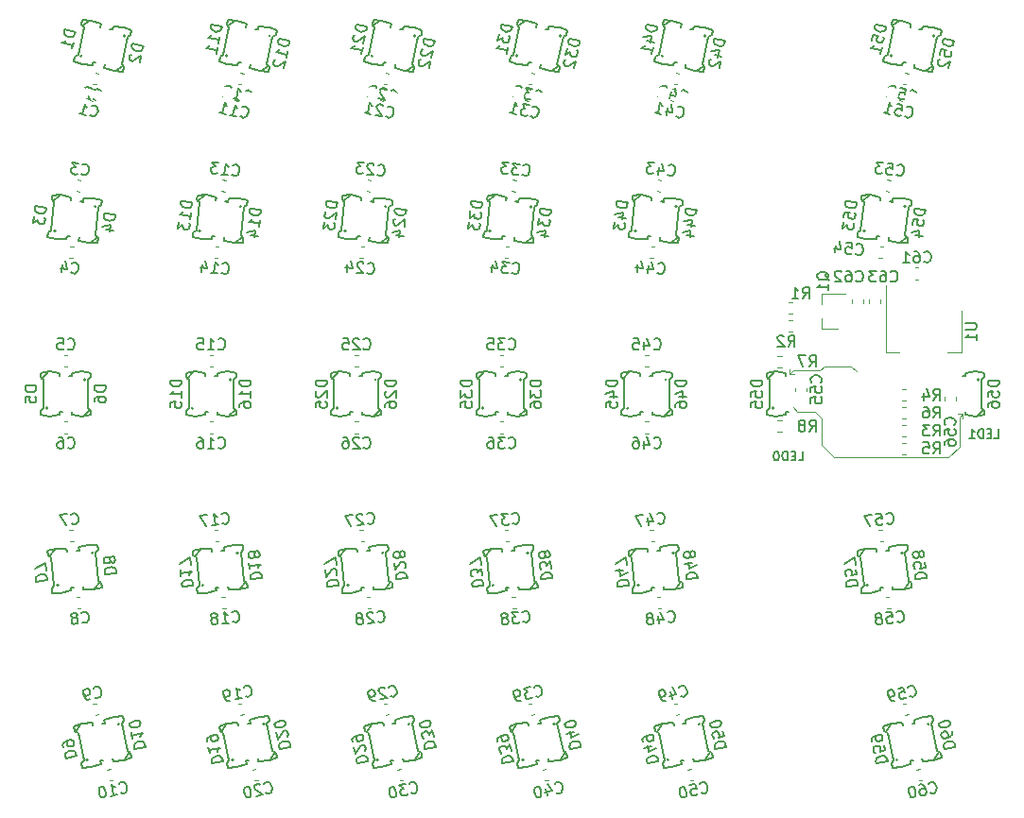
<source format=gbo>
G04 #@! TF.GenerationSoftware,KiCad,Pcbnew,(5.1.10)-1*
G04 #@! TF.CreationDate,2021-11-24T21:38:53+01:00*
G04 #@! TF.ProjectId,pcb,7063622e-6b69-4636-9164-5f7063625858,rev?*
G04 #@! TF.SameCoordinates,Original*
G04 #@! TF.FileFunction,Legend,Bot*
G04 #@! TF.FilePolarity,Positive*
%FSLAX46Y46*%
G04 Gerber Fmt 4.6, Leading zero omitted, Abs format (unit mm)*
G04 Created by KiCad (PCBNEW (5.1.10)-1) date 2021-11-24 21:38:53*
%MOMM*%
%LPD*%
G01*
G04 APERTURE LIST*
%ADD10C,0.120000*%
%ADD11C,0.160000*%
%ADD12C,0.150000*%
%ADD13C,0.600000*%
%ADD14O,1.700000X1.700000*%
%ADD15R,1.700000X1.700000*%
%ADD16C,1.600000*%
%ADD17R,1.500000X2.000000*%
%ADD18R,3.800000X2.000000*%
%ADD19R,0.900000X0.800000*%
%ADD20O,1.700000X1.000000*%
G04 APERTURE END LIST*
D10*
X140000000Y-102100000D02*
X140000000Y-104700000D01*
X140300000Y-101800000D02*
X140000000Y-102100000D01*
X127700000Y-104600000D02*
X128800000Y-105700000D01*
X127700000Y-102200000D02*
X127700000Y-104600000D01*
X127100000Y-101600000D02*
X127700000Y-102200000D01*
X125500000Y-101600000D02*
X127100000Y-101600000D01*
X125100000Y-101200000D02*
X125500000Y-101600000D01*
X125100000Y-97900000D02*
X127500000Y-97900000D01*
X124800000Y-98200000D02*
X125100000Y-97900000D01*
X127500000Y-97900000D02*
X127900000Y-97500000D01*
X130300000Y-97500000D02*
X130800000Y-98000000D01*
X140300000Y-101800000D02*
X140300000Y-102200000D01*
X140300000Y-101800000D02*
X139900000Y-101800000D01*
X139000000Y-105700000D02*
X140000000Y-104700000D01*
X128800000Y-105700000D02*
X139000000Y-105700000D01*
X124800000Y-98200000D02*
X125200000Y-98200000D01*
X124800000Y-98200000D02*
X124800000Y-97800000D01*
X130300000Y-97500000D02*
X127900000Y-97500000D01*
D11*
X143095238Y-103961904D02*
X143476190Y-103961904D01*
X143476190Y-103161904D01*
X142828571Y-103542857D02*
X142561904Y-103542857D01*
X142447619Y-103961904D02*
X142828571Y-103961904D01*
X142828571Y-103161904D01*
X142447619Y-103161904D01*
X142104761Y-103961904D02*
X142104761Y-103161904D01*
X141914285Y-103161904D01*
X141800000Y-103200000D01*
X141723809Y-103276190D01*
X141685714Y-103352380D01*
X141647619Y-103504761D01*
X141647619Y-103619047D01*
X141685714Y-103771428D01*
X141723809Y-103847619D01*
X141800000Y-103923809D01*
X141914285Y-103961904D01*
X142104761Y-103961904D01*
X140885714Y-103961904D02*
X141342857Y-103961904D01*
X141114285Y-103961904D02*
X141114285Y-103161904D01*
X141190476Y-103276190D01*
X141266666Y-103352380D01*
X141342857Y-103390476D01*
X125595238Y-105961904D02*
X125976190Y-105961904D01*
X125976190Y-105161904D01*
X125328571Y-105542857D02*
X125061904Y-105542857D01*
X124947619Y-105961904D02*
X125328571Y-105961904D01*
X125328571Y-105161904D01*
X124947619Y-105161904D01*
X124604761Y-105961904D02*
X124604761Y-105161904D01*
X124414285Y-105161904D01*
X124300000Y-105200000D01*
X124223809Y-105276190D01*
X124185714Y-105352380D01*
X124147619Y-105504761D01*
X124147619Y-105619047D01*
X124185714Y-105771428D01*
X124223809Y-105847619D01*
X124300000Y-105923809D01*
X124414285Y-105961904D01*
X124604761Y-105961904D01*
X123652380Y-105161904D02*
X123576190Y-105161904D01*
X123500000Y-105200000D01*
X123461904Y-105238095D01*
X123423809Y-105314285D01*
X123385714Y-105466666D01*
X123385714Y-105657142D01*
X123423809Y-105809523D01*
X123461904Y-105885714D01*
X123500000Y-105923809D01*
X123576190Y-105961904D01*
X123652380Y-105961904D01*
X123728571Y-105923809D01*
X123766666Y-105885714D01*
X123804761Y-105809523D01*
X123842857Y-105657142D01*
X123842857Y-105466666D01*
X123804761Y-105314285D01*
X123766666Y-105238095D01*
X123728571Y-105200000D01*
X123652380Y-105161904D01*
D10*
X136346267Y-88690000D02*
X136053733Y-88690000D01*
X136346267Y-89710000D02*
X136053733Y-89710000D01*
X140210000Y-96310000D02*
X138950000Y-96310000D01*
X133390000Y-96310000D02*
X134650000Y-96310000D01*
X140210000Y-92550000D02*
X140210000Y-96310000D01*
X133390000Y-90300000D02*
X133390000Y-96310000D01*
X133521430Y-119206061D02*
X133812361Y-119175483D01*
X133414811Y-118191649D02*
X133705742Y-118161071D01*
X123728733Y-103410000D02*
X124071267Y-103410000D01*
X123728733Y-102390000D02*
X124071267Y-102390000D01*
X124071267Y-96590000D02*
X123728733Y-96590000D01*
X124071267Y-97610000D02*
X123728733Y-97610000D01*
X135171267Y-101190000D02*
X134828733Y-101190000D01*
X135171267Y-102210000D02*
X134828733Y-102210000D01*
X134828733Y-105410000D02*
X135171267Y-105410000D01*
X134828733Y-104390000D02*
X135171267Y-104390000D01*
X134828733Y-100610000D02*
X135171267Y-100610000D01*
X134828733Y-99590000D02*
X135171267Y-99590000D01*
X135171267Y-102790000D02*
X134828733Y-102790000D01*
X135171267Y-103810000D02*
X134828733Y-103810000D01*
X124728733Y-94410000D02*
X125071267Y-94410000D01*
X124728733Y-93390000D02*
X125071267Y-93390000D01*
X124728733Y-92810000D02*
X125071267Y-92810000D01*
X124728733Y-91790000D02*
X125071267Y-91790000D01*
X127640000Y-94180000D02*
X127640000Y-93250000D01*
X127640000Y-91020000D02*
X127640000Y-91950000D01*
X127640000Y-91020000D02*
X129800000Y-91020000D01*
X127640000Y-94180000D02*
X129100000Y-94180000D01*
D12*
X135942950Y-129227168D02*
X136851399Y-128931837D01*
X136733014Y-132944129D02*
X137683045Y-132844427D01*
X136005323Y-129520612D02*
X135760786Y-129572590D01*
X137688965Y-129264977D02*
X137496406Y-129561492D01*
X137605800Y-128873718D02*
X137688965Y-129264977D01*
X138016185Y-132006861D02*
X137496406Y-129561492D01*
X138312700Y-132199420D02*
X138016185Y-132006861D01*
X138395865Y-132590679D02*
X138312700Y-132199420D01*
X136733014Y-132944129D02*
X136670640Y-132650684D01*
X135942950Y-129227168D02*
X136005323Y-129520612D01*
X137605800Y-128873718D02*
X136851399Y-128931837D01*
X137683045Y-132844427D02*
X138395865Y-132590679D01*
X137272764Y-129599411D02*
G75*
G03*
X137272764Y-129599411I-75000J0D01*
G01*
X138194094Y-132122396D02*
X137770465Y-132774729D01*
X135657050Y-133172832D02*
X134748601Y-133468163D01*
X134866986Y-129455871D02*
X133916955Y-129555573D01*
X135594677Y-132879388D02*
X135839214Y-132827410D01*
X133911035Y-133135023D02*
X134103594Y-132838508D01*
X133994200Y-133526282D02*
X133911035Y-133135023D01*
X133583815Y-130393139D02*
X134103594Y-132838508D01*
X133287300Y-130200580D02*
X133583815Y-130393139D01*
X133204135Y-129809321D02*
X133287300Y-130200580D01*
X134866986Y-129455871D02*
X134929360Y-129749316D01*
X135657050Y-133172832D02*
X135594677Y-132879388D01*
X133994200Y-133526282D02*
X134748601Y-133468163D01*
X133916955Y-129555573D02*
X133204135Y-129809321D01*
X134477236Y-132800589D02*
G75*
G03*
X134477236Y-132800589I-75000J0D01*
G01*
X133405906Y-130277604D02*
X133829535Y-129625271D01*
X133648383Y-113752917D02*
X134582726Y-113554163D01*
X134045591Y-117532101D02*
X135000840Y-117532251D01*
X133679742Y-114051274D02*
X133431111Y-114077406D01*
X135380882Y-113973028D02*
X135158383Y-114247790D01*
X135339070Y-113575219D02*
X135380882Y-113973028D01*
X135419705Y-116734095D02*
X135158383Y-114247790D01*
X135694467Y-116956593D02*
X135419705Y-116734095D01*
X135736279Y-117354402D02*
X135694467Y-116956593D01*
X134045591Y-117532101D02*
X134014233Y-117233744D01*
X133648383Y-113752917D02*
X133679742Y-114051274D01*
X135339070Y-113575219D02*
X134582726Y-113554163D01*
X135000840Y-117532251D02*
X135736279Y-117354402D01*
X134932414Y-114254286D02*
G75*
G03*
X134932414Y-114254286I-75000J0D01*
G01*
X135584562Y-116867594D02*
X135095066Y-117472072D01*
X132951617Y-117647083D02*
X132017274Y-117845837D01*
X132554409Y-113867899D02*
X131599160Y-113867749D01*
X132920258Y-117348726D02*
X133168889Y-117322594D01*
X131219118Y-117426972D02*
X131441617Y-117152210D01*
X131260930Y-117824781D02*
X131219118Y-117426972D01*
X131180295Y-114665905D02*
X131441617Y-117152210D01*
X130905533Y-114443407D02*
X131180295Y-114665905D01*
X130863721Y-114045598D02*
X130905533Y-114443407D01*
X132554409Y-113867899D02*
X132585767Y-114166256D01*
X132951617Y-117647083D02*
X132920258Y-117348726D01*
X131260930Y-117824781D02*
X132017274Y-117845837D01*
X131599160Y-113867749D02*
X130863721Y-114045598D01*
X131817586Y-117145714D02*
G75*
G03*
X131817586Y-117145714I-75000J0D01*
G01*
X131015438Y-114532406D02*
X131504934Y-113927928D01*
X140550000Y-98100000D02*
X141500000Y-98000000D01*
X140550000Y-101900000D02*
X141500000Y-102000000D01*
X140550000Y-98400000D02*
X140300000Y-98400000D01*
X142250000Y-98500000D02*
X142000000Y-98750000D01*
X142250000Y-98100000D02*
X142250000Y-98500000D01*
X142000000Y-101250000D02*
X142000000Y-98750000D01*
X142250000Y-101500000D02*
X142000000Y-101250000D01*
X142250000Y-101900000D02*
X142250000Y-101500000D01*
X140550000Y-101900000D02*
X140550000Y-101600000D01*
X140550000Y-98100000D02*
X140550000Y-98400000D01*
X142250000Y-98100000D02*
X141500000Y-98000000D01*
X141500000Y-102000000D02*
X142250000Y-101900000D01*
X141775000Y-98725000D02*
G75*
G03*
X141775000Y-98725000I-75000J0D01*
G01*
X142150000Y-101400000D02*
X141600000Y-101950000D01*
X124450000Y-101900000D02*
X123500000Y-102000000D01*
X124450000Y-98100000D02*
X123500000Y-98000000D01*
X124450000Y-101600000D02*
X124700000Y-101600000D01*
X122750000Y-101500000D02*
X123000000Y-101250000D01*
X122750000Y-101900000D02*
X122750000Y-101500000D01*
X123000000Y-98750000D02*
X123000000Y-101250000D01*
X122750000Y-98500000D02*
X123000000Y-98750000D01*
X122750000Y-98100000D02*
X122750000Y-98500000D01*
X124450000Y-98100000D02*
X124450000Y-98400000D01*
X124450000Y-101900000D02*
X124450000Y-101600000D01*
X122750000Y-101900000D02*
X123500000Y-102000000D01*
X123500000Y-98000000D02*
X122750000Y-98100000D01*
X123375000Y-101275000D02*
G75*
G03*
X123375000Y-101275000I-75000J0D01*
G01*
X122850000Y-98600000D02*
X123400000Y-98050000D01*
X134045591Y-82467899D02*
X135000840Y-82467749D01*
X133648383Y-86247083D02*
X134582726Y-86445837D01*
X134014233Y-82766256D02*
X133765602Y-82740124D01*
X135694467Y-83043407D02*
X135419705Y-83265905D01*
X135736279Y-82645598D02*
X135694467Y-83043407D01*
X135158383Y-85752210D02*
X135419705Y-83265905D01*
X135380882Y-86026972D02*
X135158383Y-85752210D01*
X135339070Y-86424781D02*
X135380882Y-86026972D01*
X133648383Y-86247083D02*
X133679742Y-85948726D01*
X134045591Y-82467899D02*
X134014233Y-82766256D01*
X135736279Y-82645598D02*
X135000840Y-82467749D01*
X134582726Y-86445837D02*
X135339070Y-86424781D01*
X135198961Y-83209683D02*
G75*
G03*
X135198961Y-83209683I-75000J0D01*
G01*
X135291882Y-85917067D02*
X134687405Y-86406564D01*
X132554409Y-86132101D02*
X131599160Y-86132251D01*
X132951617Y-82352917D02*
X132017274Y-82154163D01*
X132585767Y-85833744D02*
X132834398Y-85859876D01*
X130905533Y-85556593D02*
X131180295Y-85334095D01*
X130863721Y-85954402D02*
X130905533Y-85556593D01*
X131441617Y-82847790D02*
X131180295Y-85334095D01*
X131219118Y-82573028D02*
X131441617Y-82847790D01*
X131260930Y-82175219D02*
X131219118Y-82573028D01*
X132951617Y-82352917D02*
X132920258Y-82651274D01*
X132554409Y-86132101D02*
X132585767Y-85833744D01*
X130863721Y-85954402D02*
X131599160Y-86132251D01*
X132017274Y-82154163D02*
X131260930Y-82175219D01*
X131551039Y-85390317D02*
G75*
G03*
X131551039Y-85390317I-75000J0D01*
G01*
X131308118Y-82682933D02*
X131912595Y-82193436D01*
X136733014Y-67055871D02*
X137683045Y-67155573D01*
X135942950Y-70772832D02*
X136851399Y-71068163D01*
X136670640Y-67349316D02*
X136426104Y-67297338D01*
X138312700Y-67800580D02*
X138016185Y-67993139D01*
X138395865Y-67409321D02*
X138312700Y-67800580D01*
X137496406Y-70438508D02*
X138016185Y-67993139D01*
X137688965Y-70735023D02*
X137496406Y-70438508D01*
X137605800Y-71126282D02*
X137688965Y-70735023D01*
X135942950Y-70772832D02*
X136005323Y-70479388D01*
X136733014Y-67055871D02*
X136670640Y-67349316D01*
X138395865Y-67409321D02*
X137683045Y-67155573D01*
X136851399Y-71068163D02*
X137605800Y-71126282D01*
X137802939Y-67906312D02*
G75*
G03*
X137802939Y-67906312I-75000J0D01*
G01*
X137611942Y-70616417D02*
X136959609Y-71040047D01*
X134866986Y-70544129D02*
X133916955Y-70444427D01*
X135657050Y-66827168D02*
X134748601Y-66531837D01*
X134929360Y-70250684D02*
X135173896Y-70302662D01*
X133287300Y-69799420D02*
X133583815Y-69606861D01*
X133204135Y-70190679D02*
X133287300Y-69799420D01*
X134103594Y-67161492D02*
X133583815Y-69606861D01*
X133911035Y-66864977D02*
X134103594Y-67161492D01*
X133994200Y-66473718D02*
X133911035Y-66864977D01*
X135657050Y-66827168D02*
X135594677Y-67120612D01*
X134866986Y-70544129D02*
X134929360Y-70250684D01*
X133204135Y-70190679D02*
X133916955Y-70444427D01*
X134748601Y-66531837D02*
X133994200Y-66473718D01*
X133947061Y-69693688D02*
G75*
G03*
X133947061Y-69693688I-75000J0D01*
G01*
X133988058Y-66983583D02*
X134640391Y-66559953D01*
X115442950Y-129227168D02*
X116351399Y-128931837D01*
X116233014Y-132944129D02*
X117183045Y-132844427D01*
X115505323Y-129520612D02*
X115260786Y-129572590D01*
X117188965Y-129264977D02*
X116996406Y-129561492D01*
X117105800Y-128873718D02*
X117188965Y-129264977D01*
X117516185Y-132006861D02*
X116996406Y-129561492D01*
X117812700Y-132199420D02*
X117516185Y-132006861D01*
X117895865Y-132590679D02*
X117812700Y-132199420D01*
X116233014Y-132944129D02*
X116170640Y-132650684D01*
X115442950Y-129227168D02*
X115505323Y-129520612D01*
X117105800Y-128873718D02*
X116351399Y-128931837D01*
X117183045Y-132844427D02*
X117895865Y-132590679D01*
X116772764Y-129599411D02*
G75*
G03*
X116772764Y-129599411I-75000J0D01*
G01*
X117694094Y-132122396D02*
X117270465Y-132774729D01*
X115157050Y-133172832D02*
X114248601Y-133468163D01*
X114366986Y-129455871D02*
X113416955Y-129555573D01*
X115094677Y-132879388D02*
X115339214Y-132827410D01*
X113411035Y-133135023D02*
X113603594Y-132838508D01*
X113494200Y-133526282D02*
X113411035Y-133135023D01*
X113083815Y-130393139D02*
X113603594Y-132838508D01*
X112787300Y-130200580D02*
X113083815Y-130393139D01*
X112704135Y-129809321D02*
X112787300Y-130200580D01*
X114366986Y-129455871D02*
X114429360Y-129749316D01*
X115157050Y-133172832D02*
X115094677Y-132879388D01*
X113494200Y-133526282D02*
X114248601Y-133468163D01*
X113416955Y-129555573D02*
X112704135Y-129809321D01*
X113977236Y-132800589D02*
G75*
G03*
X113977236Y-132800589I-75000J0D01*
G01*
X112905906Y-130277604D02*
X113329535Y-129625271D01*
X113148383Y-113752917D02*
X114082726Y-113554163D01*
X113545591Y-117532101D02*
X114500840Y-117532251D01*
X113179742Y-114051274D02*
X112931111Y-114077406D01*
X114880882Y-113973028D02*
X114658383Y-114247790D01*
X114839070Y-113575219D02*
X114880882Y-113973028D01*
X114919705Y-116734095D02*
X114658383Y-114247790D01*
X115194467Y-116956593D02*
X114919705Y-116734095D01*
X115236279Y-117354402D02*
X115194467Y-116956593D01*
X113545591Y-117532101D02*
X113514233Y-117233744D01*
X113148383Y-113752917D02*
X113179742Y-114051274D01*
X114839070Y-113575219D02*
X114082726Y-113554163D01*
X114500840Y-117532251D02*
X115236279Y-117354402D01*
X114432414Y-114254286D02*
G75*
G03*
X114432414Y-114254286I-75000J0D01*
G01*
X115084562Y-116867594D02*
X114595066Y-117472072D01*
X112451617Y-117647083D02*
X111517274Y-117845837D01*
X112054409Y-113867899D02*
X111099160Y-113867749D01*
X112420258Y-117348726D02*
X112668889Y-117322594D01*
X110719118Y-117426972D02*
X110941617Y-117152210D01*
X110760930Y-117824781D02*
X110719118Y-117426972D01*
X110680295Y-114665905D02*
X110941617Y-117152210D01*
X110405533Y-114443407D02*
X110680295Y-114665905D01*
X110363721Y-114045598D02*
X110405533Y-114443407D01*
X112054409Y-113867899D02*
X112085767Y-114166256D01*
X112451617Y-117647083D02*
X112420258Y-117348726D01*
X110760930Y-117824781D02*
X111517274Y-117845837D01*
X111099160Y-113867749D02*
X110363721Y-114045598D01*
X111317586Y-117145714D02*
G75*
G03*
X111317586Y-117145714I-75000J0D01*
G01*
X110515438Y-114532406D02*
X111004934Y-113927928D01*
X112550000Y-98100000D02*
X113500000Y-98000000D01*
X112550000Y-101900000D02*
X113500000Y-102000000D01*
X112550000Y-98400000D02*
X112300000Y-98400000D01*
X114250000Y-98500000D02*
X114000000Y-98750000D01*
X114250000Y-98100000D02*
X114250000Y-98500000D01*
X114000000Y-101250000D02*
X114000000Y-98750000D01*
X114250000Y-101500000D02*
X114000000Y-101250000D01*
X114250000Y-101900000D02*
X114250000Y-101500000D01*
X112550000Y-101900000D02*
X112550000Y-101600000D01*
X112550000Y-98100000D02*
X112550000Y-98400000D01*
X114250000Y-98100000D02*
X113500000Y-98000000D01*
X113500000Y-102000000D02*
X114250000Y-101900000D01*
X113775000Y-98725000D02*
G75*
G03*
X113775000Y-98725000I-75000J0D01*
G01*
X114150000Y-101400000D02*
X113600000Y-101950000D01*
X111450000Y-101900000D02*
X110500000Y-102000000D01*
X111450000Y-98100000D02*
X110500000Y-98000000D01*
X111450000Y-101600000D02*
X111700000Y-101600000D01*
X109750000Y-101500000D02*
X110000000Y-101250000D01*
X109750000Y-101900000D02*
X109750000Y-101500000D01*
X110000000Y-98750000D02*
X110000000Y-101250000D01*
X109750000Y-98500000D02*
X110000000Y-98750000D01*
X109750000Y-98100000D02*
X109750000Y-98500000D01*
X111450000Y-98100000D02*
X111450000Y-98400000D01*
X111450000Y-101900000D02*
X111450000Y-101600000D01*
X109750000Y-101900000D02*
X110500000Y-102000000D01*
X110500000Y-98000000D02*
X109750000Y-98100000D01*
X110375000Y-101275000D02*
G75*
G03*
X110375000Y-101275000I-75000J0D01*
G01*
X109850000Y-98600000D02*
X110400000Y-98050000D01*
X113545591Y-82467899D02*
X114500840Y-82467749D01*
X113148383Y-86247083D02*
X114082726Y-86445837D01*
X113514233Y-82766256D02*
X113265602Y-82740124D01*
X115194467Y-83043407D02*
X114919705Y-83265905D01*
X115236279Y-82645598D02*
X115194467Y-83043407D01*
X114658383Y-85752210D02*
X114919705Y-83265905D01*
X114880882Y-86026972D02*
X114658383Y-85752210D01*
X114839070Y-86424781D02*
X114880882Y-86026972D01*
X113148383Y-86247083D02*
X113179742Y-85948726D01*
X113545591Y-82467899D02*
X113514233Y-82766256D01*
X115236279Y-82645598D02*
X114500840Y-82467749D01*
X114082726Y-86445837D02*
X114839070Y-86424781D01*
X114698961Y-83209683D02*
G75*
G03*
X114698961Y-83209683I-75000J0D01*
G01*
X114791882Y-85917067D02*
X114187405Y-86406564D01*
X112054409Y-86132101D02*
X111099160Y-86132251D01*
X112451617Y-82352917D02*
X111517274Y-82154163D01*
X112085767Y-85833744D02*
X112334398Y-85859876D01*
X110405533Y-85556593D02*
X110680295Y-85334095D01*
X110363721Y-85954402D02*
X110405533Y-85556593D01*
X110941617Y-82847790D02*
X110680295Y-85334095D01*
X110719118Y-82573028D02*
X110941617Y-82847790D01*
X110760930Y-82175219D02*
X110719118Y-82573028D01*
X112451617Y-82352917D02*
X112420258Y-82651274D01*
X112054409Y-86132101D02*
X112085767Y-85833744D01*
X110363721Y-85954402D02*
X111099160Y-86132251D01*
X111517274Y-82154163D02*
X110760930Y-82175219D01*
X111051039Y-85390317D02*
G75*
G03*
X111051039Y-85390317I-75000J0D01*
G01*
X110808118Y-82682933D02*
X111412595Y-82193436D01*
X116233014Y-67055871D02*
X117183045Y-67155573D01*
X115442950Y-70772832D02*
X116351399Y-71068163D01*
X116170640Y-67349316D02*
X115926104Y-67297338D01*
X117812700Y-67800580D02*
X117516185Y-67993139D01*
X117895865Y-67409321D02*
X117812700Y-67800580D01*
X116996406Y-70438508D02*
X117516185Y-67993139D01*
X117188965Y-70735023D02*
X116996406Y-70438508D01*
X117105800Y-71126282D02*
X117188965Y-70735023D01*
X115442950Y-70772832D02*
X115505323Y-70479388D01*
X116233014Y-67055871D02*
X116170640Y-67349316D01*
X117895865Y-67409321D02*
X117183045Y-67155573D01*
X116351399Y-71068163D02*
X117105800Y-71126282D01*
X117302939Y-67906312D02*
G75*
G03*
X117302939Y-67906312I-75000J0D01*
G01*
X117111942Y-70616417D02*
X116459609Y-71040047D01*
X114366986Y-70544129D02*
X113416955Y-70444427D01*
X115157050Y-66827168D02*
X114248601Y-66531837D01*
X114429360Y-70250684D02*
X114673896Y-70302662D01*
X112787300Y-69799420D02*
X113083815Y-69606861D01*
X112704135Y-70190679D02*
X112787300Y-69799420D01*
X113603594Y-67161492D02*
X113083815Y-69606861D01*
X113411035Y-66864977D02*
X113603594Y-67161492D01*
X113494200Y-66473718D02*
X113411035Y-66864977D01*
X115157050Y-66827168D02*
X115094677Y-67120612D01*
X114366986Y-70544129D02*
X114429360Y-70250684D01*
X112704135Y-70190679D02*
X113416955Y-70444427D01*
X114248601Y-66531837D02*
X113494200Y-66473718D01*
X113447061Y-69693688D02*
G75*
G03*
X113447061Y-69693688I-75000J0D01*
G01*
X113488058Y-66983583D02*
X114140391Y-66559953D01*
X102442950Y-129227168D02*
X103351399Y-128931837D01*
X103233014Y-132944129D02*
X104183045Y-132844427D01*
X102505323Y-129520612D02*
X102260786Y-129572590D01*
X104188965Y-129264977D02*
X103996406Y-129561492D01*
X104105800Y-128873718D02*
X104188965Y-129264977D01*
X104516185Y-132006861D02*
X103996406Y-129561492D01*
X104812700Y-132199420D02*
X104516185Y-132006861D01*
X104895865Y-132590679D02*
X104812700Y-132199420D01*
X103233014Y-132944129D02*
X103170640Y-132650684D01*
X102442950Y-129227168D02*
X102505323Y-129520612D01*
X104105800Y-128873718D02*
X103351399Y-128931837D01*
X104183045Y-132844427D02*
X104895865Y-132590679D01*
X103772764Y-129599411D02*
G75*
G03*
X103772764Y-129599411I-75000J0D01*
G01*
X104694094Y-132122396D02*
X104270465Y-132774729D01*
X102157050Y-133172832D02*
X101248601Y-133468163D01*
X101366986Y-129455871D02*
X100416955Y-129555573D01*
X102094677Y-132879388D02*
X102339214Y-132827410D01*
X100411035Y-133135023D02*
X100603594Y-132838508D01*
X100494200Y-133526282D02*
X100411035Y-133135023D01*
X100083815Y-130393139D02*
X100603594Y-132838508D01*
X99787300Y-130200580D02*
X100083815Y-130393139D01*
X99704135Y-129809321D02*
X99787300Y-130200580D01*
X101366986Y-129455871D02*
X101429360Y-129749316D01*
X102157050Y-133172832D02*
X102094677Y-132879388D01*
X100494200Y-133526282D02*
X101248601Y-133468163D01*
X100416955Y-129555573D02*
X99704135Y-129809321D01*
X100977236Y-132800589D02*
G75*
G03*
X100977236Y-132800589I-75000J0D01*
G01*
X99905906Y-130277604D02*
X100329535Y-129625271D01*
X100148383Y-113752917D02*
X101082726Y-113554163D01*
X100545591Y-117532101D02*
X101500840Y-117532251D01*
X100179742Y-114051274D02*
X99931111Y-114077406D01*
X101880882Y-113973028D02*
X101658383Y-114247790D01*
X101839070Y-113575219D02*
X101880882Y-113973028D01*
X101919705Y-116734095D02*
X101658383Y-114247790D01*
X102194467Y-116956593D02*
X101919705Y-116734095D01*
X102236279Y-117354402D02*
X102194467Y-116956593D01*
X100545591Y-117532101D02*
X100514233Y-117233744D01*
X100148383Y-113752917D02*
X100179742Y-114051274D01*
X101839070Y-113575219D02*
X101082726Y-113554163D01*
X101500840Y-117532251D02*
X102236279Y-117354402D01*
X101432414Y-114254286D02*
G75*
G03*
X101432414Y-114254286I-75000J0D01*
G01*
X102084562Y-116867594D02*
X101595066Y-117472072D01*
X99451617Y-117647083D02*
X98517274Y-117845837D01*
X99054409Y-113867899D02*
X98099160Y-113867749D01*
X99420258Y-117348726D02*
X99668889Y-117322594D01*
X97719118Y-117426972D02*
X97941617Y-117152210D01*
X97760930Y-117824781D02*
X97719118Y-117426972D01*
X97680295Y-114665905D02*
X97941617Y-117152210D01*
X97405533Y-114443407D02*
X97680295Y-114665905D01*
X97363721Y-114045598D02*
X97405533Y-114443407D01*
X99054409Y-113867899D02*
X99085767Y-114166256D01*
X99451617Y-117647083D02*
X99420258Y-117348726D01*
X97760930Y-117824781D02*
X98517274Y-117845837D01*
X98099160Y-113867749D02*
X97363721Y-114045598D01*
X98317586Y-117145714D02*
G75*
G03*
X98317586Y-117145714I-75000J0D01*
G01*
X97515438Y-114532406D02*
X98004934Y-113927928D01*
X99550000Y-98100000D02*
X100500000Y-98000000D01*
X99550000Y-101900000D02*
X100500000Y-102000000D01*
X99550000Y-98400000D02*
X99300000Y-98400000D01*
X101250000Y-98500000D02*
X101000000Y-98750000D01*
X101250000Y-98100000D02*
X101250000Y-98500000D01*
X101000000Y-101250000D02*
X101000000Y-98750000D01*
X101250000Y-101500000D02*
X101000000Y-101250000D01*
X101250000Y-101900000D02*
X101250000Y-101500000D01*
X99550000Y-101900000D02*
X99550000Y-101600000D01*
X99550000Y-98100000D02*
X99550000Y-98400000D01*
X101250000Y-98100000D02*
X100500000Y-98000000D01*
X100500000Y-102000000D02*
X101250000Y-101900000D01*
X100775000Y-98725000D02*
G75*
G03*
X100775000Y-98725000I-75000J0D01*
G01*
X101150000Y-101400000D02*
X100600000Y-101950000D01*
X98450000Y-101900000D02*
X97500000Y-102000000D01*
X98450000Y-98100000D02*
X97500000Y-98000000D01*
X98450000Y-101600000D02*
X98700000Y-101600000D01*
X96750000Y-101500000D02*
X97000000Y-101250000D01*
X96750000Y-101900000D02*
X96750000Y-101500000D01*
X97000000Y-98750000D02*
X97000000Y-101250000D01*
X96750000Y-98500000D02*
X97000000Y-98750000D01*
X96750000Y-98100000D02*
X96750000Y-98500000D01*
X98450000Y-98100000D02*
X98450000Y-98400000D01*
X98450000Y-101900000D02*
X98450000Y-101600000D01*
X96750000Y-101900000D02*
X97500000Y-102000000D01*
X97500000Y-98000000D02*
X96750000Y-98100000D01*
X97375000Y-101275000D02*
G75*
G03*
X97375000Y-101275000I-75000J0D01*
G01*
X96850000Y-98600000D02*
X97400000Y-98050000D01*
X100545591Y-82467899D02*
X101500840Y-82467749D01*
X100148383Y-86247083D02*
X101082726Y-86445837D01*
X100514233Y-82766256D02*
X100265602Y-82740124D01*
X102194467Y-83043407D02*
X101919705Y-83265905D01*
X102236279Y-82645598D02*
X102194467Y-83043407D01*
X101658383Y-85752210D02*
X101919705Y-83265905D01*
X101880882Y-86026972D02*
X101658383Y-85752210D01*
X101839070Y-86424781D02*
X101880882Y-86026972D01*
X100148383Y-86247083D02*
X100179742Y-85948726D01*
X100545591Y-82467899D02*
X100514233Y-82766256D01*
X102236279Y-82645598D02*
X101500840Y-82467749D01*
X101082726Y-86445837D02*
X101839070Y-86424781D01*
X101698961Y-83209683D02*
G75*
G03*
X101698961Y-83209683I-75000J0D01*
G01*
X101791882Y-85917067D02*
X101187405Y-86406564D01*
X99054409Y-86132101D02*
X98099160Y-86132251D01*
X99451617Y-82352917D02*
X98517274Y-82154163D01*
X99085767Y-85833744D02*
X99334398Y-85859876D01*
X97405533Y-85556593D02*
X97680295Y-85334095D01*
X97363721Y-85954402D02*
X97405533Y-85556593D01*
X97941617Y-82847790D02*
X97680295Y-85334095D01*
X97719118Y-82573028D02*
X97941617Y-82847790D01*
X97760930Y-82175219D02*
X97719118Y-82573028D01*
X99451617Y-82352917D02*
X99420258Y-82651274D01*
X99054409Y-86132101D02*
X99085767Y-85833744D01*
X97363721Y-85954402D02*
X98099160Y-86132251D01*
X98517274Y-82154163D02*
X97760930Y-82175219D01*
X98051039Y-85390317D02*
G75*
G03*
X98051039Y-85390317I-75000J0D01*
G01*
X97808118Y-82682933D02*
X98412595Y-82193436D01*
X103233014Y-67055871D02*
X104183045Y-67155573D01*
X102442950Y-70772832D02*
X103351399Y-71068163D01*
X103170640Y-67349316D02*
X102926104Y-67297338D01*
X104812700Y-67800580D02*
X104516185Y-67993139D01*
X104895865Y-67409321D02*
X104812700Y-67800580D01*
X103996406Y-70438508D02*
X104516185Y-67993139D01*
X104188965Y-70735023D02*
X103996406Y-70438508D01*
X104105800Y-71126282D02*
X104188965Y-70735023D01*
X102442950Y-70772832D02*
X102505323Y-70479388D01*
X103233014Y-67055871D02*
X103170640Y-67349316D01*
X104895865Y-67409321D02*
X104183045Y-67155573D01*
X103351399Y-71068163D02*
X104105800Y-71126282D01*
X104302939Y-67906312D02*
G75*
G03*
X104302939Y-67906312I-75000J0D01*
G01*
X104111942Y-70616417D02*
X103459609Y-71040047D01*
X101366986Y-70544129D02*
X100416955Y-70444427D01*
X102157050Y-66827168D02*
X101248601Y-66531837D01*
X101429360Y-70250684D02*
X101673896Y-70302662D01*
X99787300Y-69799420D02*
X100083815Y-69606861D01*
X99704135Y-70190679D02*
X99787300Y-69799420D01*
X100603594Y-67161492D02*
X100083815Y-69606861D01*
X100411035Y-66864977D02*
X100603594Y-67161492D01*
X100494200Y-66473718D02*
X100411035Y-66864977D01*
X102157050Y-66827168D02*
X102094677Y-67120612D01*
X101366986Y-70544129D02*
X101429360Y-70250684D01*
X99704135Y-70190679D02*
X100416955Y-70444427D01*
X101248601Y-66531837D02*
X100494200Y-66473718D01*
X100447061Y-69693688D02*
G75*
G03*
X100447061Y-69693688I-75000J0D01*
G01*
X100488058Y-66983583D02*
X101140391Y-66559953D01*
X89442950Y-129227168D02*
X90351399Y-128931837D01*
X90233014Y-132944129D02*
X91183045Y-132844427D01*
X89505323Y-129520612D02*
X89260786Y-129572590D01*
X91188965Y-129264977D02*
X90996406Y-129561492D01*
X91105800Y-128873718D02*
X91188965Y-129264977D01*
X91516185Y-132006861D02*
X90996406Y-129561492D01*
X91812700Y-132199420D02*
X91516185Y-132006861D01*
X91895865Y-132590679D02*
X91812700Y-132199420D01*
X90233014Y-132944129D02*
X90170640Y-132650684D01*
X89442950Y-129227168D02*
X89505323Y-129520612D01*
X91105800Y-128873718D02*
X90351399Y-128931837D01*
X91183045Y-132844427D02*
X91895865Y-132590679D01*
X90772764Y-129599411D02*
G75*
G03*
X90772764Y-129599411I-75000J0D01*
G01*
X91694094Y-132122396D02*
X91270465Y-132774729D01*
X89157050Y-133172832D02*
X88248601Y-133468163D01*
X88366986Y-129455871D02*
X87416955Y-129555573D01*
X89094677Y-132879388D02*
X89339214Y-132827410D01*
X87411035Y-133135023D02*
X87603594Y-132838508D01*
X87494200Y-133526282D02*
X87411035Y-133135023D01*
X87083815Y-130393139D02*
X87603594Y-132838508D01*
X86787300Y-130200580D02*
X87083815Y-130393139D01*
X86704135Y-129809321D02*
X86787300Y-130200580D01*
X88366986Y-129455871D02*
X88429360Y-129749316D01*
X89157050Y-133172832D02*
X89094677Y-132879388D01*
X87494200Y-133526282D02*
X88248601Y-133468163D01*
X87416955Y-129555573D02*
X86704135Y-129809321D01*
X87977236Y-132800589D02*
G75*
G03*
X87977236Y-132800589I-75000J0D01*
G01*
X86905906Y-130277604D02*
X87329535Y-129625271D01*
X87148383Y-113752917D02*
X88082726Y-113554163D01*
X87545591Y-117532101D02*
X88500840Y-117532251D01*
X87179742Y-114051274D02*
X86931111Y-114077406D01*
X88880882Y-113973028D02*
X88658383Y-114247790D01*
X88839070Y-113575219D02*
X88880882Y-113973028D01*
X88919705Y-116734095D02*
X88658383Y-114247790D01*
X89194467Y-116956593D02*
X88919705Y-116734095D01*
X89236279Y-117354402D02*
X89194467Y-116956593D01*
X87545591Y-117532101D02*
X87514233Y-117233744D01*
X87148383Y-113752917D02*
X87179742Y-114051274D01*
X88839070Y-113575219D02*
X88082726Y-113554163D01*
X88500840Y-117532251D02*
X89236279Y-117354402D01*
X88432414Y-114254286D02*
G75*
G03*
X88432414Y-114254286I-75000J0D01*
G01*
X89084562Y-116867594D02*
X88595066Y-117472072D01*
X86451617Y-117647083D02*
X85517274Y-117845837D01*
X86054409Y-113867899D02*
X85099160Y-113867749D01*
X86420258Y-117348726D02*
X86668889Y-117322594D01*
X84719118Y-117426972D02*
X84941617Y-117152210D01*
X84760930Y-117824781D02*
X84719118Y-117426972D01*
X84680295Y-114665905D02*
X84941617Y-117152210D01*
X84405533Y-114443407D02*
X84680295Y-114665905D01*
X84363721Y-114045598D02*
X84405533Y-114443407D01*
X86054409Y-113867899D02*
X86085767Y-114166256D01*
X86451617Y-117647083D02*
X86420258Y-117348726D01*
X84760930Y-117824781D02*
X85517274Y-117845837D01*
X85099160Y-113867749D02*
X84363721Y-114045598D01*
X85317586Y-117145714D02*
G75*
G03*
X85317586Y-117145714I-75000J0D01*
G01*
X84515438Y-114532406D02*
X85004934Y-113927928D01*
X86550000Y-98100000D02*
X87500000Y-98000000D01*
X86550000Y-101900000D02*
X87500000Y-102000000D01*
X86550000Y-98400000D02*
X86300000Y-98400000D01*
X88250000Y-98500000D02*
X88000000Y-98750000D01*
X88250000Y-98100000D02*
X88250000Y-98500000D01*
X88000000Y-101250000D02*
X88000000Y-98750000D01*
X88250000Y-101500000D02*
X88000000Y-101250000D01*
X88250000Y-101900000D02*
X88250000Y-101500000D01*
X86550000Y-101900000D02*
X86550000Y-101600000D01*
X86550000Y-98100000D02*
X86550000Y-98400000D01*
X88250000Y-98100000D02*
X87500000Y-98000000D01*
X87500000Y-102000000D02*
X88250000Y-101900000D01*
X87775000Y-98725000D02*
G75*
G03*
X87775000Y-98725000I-75000J0D01*
G01*
X88150000Y-101400000D02*
X87600000Y-101950000D01*
X85450000Y-101900000D02*
X84500000Y-102000000D01*
X85450000Y-98100000D02*
X84500000Y-98000000D01*
X85450000Y-101600000D02*
X85700000Y-101600000D01*
X83750000Y-101500000D02*
X84000000Y-101250000D01*
X83750000Y-101900000D02*
X83750000Y-101500000D01*
X84000000Y-98750000D02*
X84000000Y-101250000D01*
X83750000Y-98500000D02*
X84000000Y-98750000D01*
X83750000Y-98100000D02*
X83750000Y-98500000D01*
X85450000Y-98100000D02*
X85450000Y-98400000D01*
X85450000Y-101900000D02*
X85450000Y-101600000D01*
X83750000Y-101900000D02*
X84500000Y-102000000D01*
X84500000Y-98000000D02*
X83750000Y-98100000D01*
X84375000Y-101275000D02*
G75*
G03*
X84375000Y-101275000I-75000J0D01*
G01*
X83850000Y-98600000D02*
X84400000Y-98050000D01*
X87545591Y-82467899D02*
X88500840Y-82467749D01*
X87148383Y-86247083D02*
X88082726Y-86445837D01*
X87514233Y-82766256D02*
X87265602Y-82740124D01*
X89194467Y-83043407D02*
X88919705Y-83265905D01*
X89236279Y-82645598D02*
X89194467Y-83043407D01*
X88658383Y-85752210D02*
X88919705Y-83265905D01*
X88880882Y-86026972D02*
X88658383Y-85752210D01*
X88839070Y-86424781D02*
X88880882Y-86026972D01*
X87148383Y-86247083D02*
X87179742Y-85948726D01*
X87545591Y-82467899D02*
X87514233Y-82766256D01*
X89236279Y-82645598D02*
X88500840Y-82467749D01*
X88082726Y-86445837D02*
X88839070Y-86424781D01*
X88698961Y-83209683D02*
G75*
G03*
X88698961Y-83209683I-75000J0D01*
G01*
X88791882Y-85917067D02*
X88187405Y-86406564D01*
X86054409Y-86132101D02*
X85099160Y-86132251D01*
X86451617Y-82352917D02*
X85517274Y-82154163D01*
X86085767Y-85833744D02*
X86334398Y-85859876D01*
X84405533Y-85556593D02*
X84680295Y-85334095D01*
X84363721Y-85954402D02*
X84405533Y-85556593D01*
X84941617Y-82847790D02*
X84680295Y-85334095D01*
X84719118Y-82573028D02*
X84941617Y-82847790D01*
X84760930Y-82175219D02*
X84719118Y-82573028D01*
X86451617Y-82352917D02*
X86420258Y-82651274D01*
X86054409Y-86132101D02*
X86085767Y-85833744D01*
X84363721Y-85954402D02*
X85099160Y-86132251D01*
X85517274Y-82154163D02*
X84760930Y-82175219D01*
X85051039Y-85390317D02*
G75*
G03*
X85051039Y-85390317I-75000J0D01*
G01*
X84808118Y-82682933D02*
X85412595Y-82193436D01*
X90233014Y-67055871D02*
X91183045Y-67155573D01*
X89442950Y-70772832D02*
X90351399Y-71068163D01*
X90170640Y-67349316D02*
X89926104Y-67297338D01*
X91812700Y-67800580D02*
X91516185Y-67993139D01*
X91895865Y-67409321D02*
X91812700Y-67800580D01*
X90996406Y-70438508D02*
X91516185Y-67993139D01*
X91188965Y-70735023D02*
X90996406Y-70438508D01*
X91105800Y-71126282D02*
X91188965Y-70735023D01*
X89442950Y-70772832D02*
X89505323Y-70479388D01*
X90233014Y-67055871D02*
X90170640Y-67349316D01*
X91895865Y-67409321D02*
X91183045Y-67155573D01*
X90351399Y-71068163D02*
X91105800Y-71126282D01*
X91302939Y-67906312D02*
G75*
G03*
X91302939Y-67906312I-75000J0D01*
G01*
X91111942Y-70616417D02*
X90459609Y-71040047D01*
X88366986Y-70544129D02*
X87416955Y-70444427D01*
X89157050Y-66827168D02*
X88248601Y-66531837D01*
X88429360Y-70250684D02*
X88673896Y-70302662D01*
X86787300Y-69799420D02*
X87083815Y-69606861D01*
X86704135Y-70190679D02*
X86787300Y-69799420D01*
X87603594Y-67161492D02*
X87083815Y-69606861D01*
X87411035Y-66864977D02*
X87603594Y-67161492D01*
X87494200Y-66473718D02*
X87411035Y-66864977D01*
X89157050Y-66827168D02*
X89094677Y-67120612D01*
X88366986Y-70544129D02*
X88429360Y-70250684D01*
X86704135Y-70190679D02*
X87416955Y-70444427D01*
X88248601Y-66531837D02*
X87494200Y-66473718D01*
X87447061Y-69693688D02*
G75*
G03*
X87447061Y-69693688I-75000J0D01*
G01*
X87488058Y-66983583D02*
X88140391Y-66559953D01*
X76442950Y-129227168D02*
X77351399Y-128931837D01*
X77233014Y-132944129D02*
X78183045Y-132844427D01*
X76505323Y-129520612D02*
X76260786Y-129572590D01*
X78188965Y-129264977D02*
X77996406Y-129561492D01*
X78105800Y-128873718D02*
X78188965Y-129264977D01*
X78516185Y-132006861D02*
X77996406Y-129561492D01*
X78812700Y-132199420D02*
X78516185Y-132006861D01*
X78895865Y-132590679D02*
X78812700Y-132199420D01*
X77233014Y-132944129D02*
X77170640Y-132650684D01*
X76442950Y-129227168D02*
X76505323Y-129520612D01*
X78105800Y-128873718D02*
X77351399Y-128931837D01*
X78183045Y-132844427D02*
X78895865Y-132590679D01*
X77772764Y-129599411D02*
G75*
G03*
X77772764Y-129599411I-75000J0D01*
G01*
X78694094Y-132122396D02*
X78270465Y-132774729D01*
X76157050Y-133172832D02*
X75248601Y-133468163D01*
X75366986Y-129455871D02*
X74416955Y-129555573D01*
X76094677Y-132879388D02*
X76339214Y-132827410D01*
X74411035Y-133135023D02*
X74603594Y-132838508D01*
X74494200Y-133526282D02*
X74411035Y-133135023D01*
X74083815Y-130393139D02*
X74603594Y-132838508D01*
X73787300Y-130200580D02*
X74083815Y-130393139D01*
X73704135Y-129809321D02*
X73787300Y-130200580D01*
X75366986Y-129455871D02*
X75429360Y-129749316D01*
X76157050Y-133172832D02*
X76094677Y-132879388D01*
X74494200Y-133526282D02*
X75248601Y-133468163D01*
X74416955Y-129555573D02*
X73704135Y-129809321D01*
X74977236Y-132800589D02*
G75*
G03*
X74977236Y-132800589I-75000J0D01*
G01*
X73905906Y-130277604D02*
X74329535Y-129625271D01*
X74148383Y-113752917D02*
X75082726Y-113554163D01*
X74545591Y-117532101D02*
X75500840Y-117532251D01*
X74179742Y-114051274D02*
X73931111Y-114077406D01*
X75880882Y-113973028D02*
X75658383Y-114247790D01*
X75839070Y-113575219D02*
X75880882Y-113973028D01*
X75919705Y-116734095D02*
X75658383Y-114247790D01*
X76194467Y-116956593D02*
X75919705Y-116734095D01*
X76236279Y-117354402D02*
X76194467Y-116956593D01*
X74545591Y-117532101D02*
X74514233Y-117233744D01*
X74148383Y-113752917D02*
X74179742Y-114051274D01*
X75839070Y-113575219D02*
X75082726Y-113554163D01*
X75500840Y-117532251D02*
X76236279Y-117354402D01*
X75432414Y-114254286D02*
G75*
G03*
X75432414Y-114254286I-75000J0D01*
G01*
X76084562Y-116867594D02*
X75595066Y-117472072D01*
X73451617Y-117647083D02*
X72517274Y-117845837D01*
X73054409Y-113867899D02*
X72099160Y-113867749D01*
X73420258Y-117348726D02*
X73668889Y-117322594D01*
X71719118Y-117426972D02*
X71941617Y-117152210D01*
X71760930Y-117824781D02*
X71719118Y-117426972D01*
X71680295Y-114665905D02*
X71941617Y-117152210D01*
X71405533Y-114443407D02*
X71680295Y-114665905D01*
X71363721Y-114045598D02*
X71405533Y-114443407D01*
X73054409Y-113867899D02*
X73085767Y-114166256D01*
X73451617Y-117647083D02*
X73420258Y-117348726D01*
X71760930Y-117824781D02*
X72517274Y-117845837D01*
X72099160Y-113867749D02*
X71363721Y-114045598D01*
X72317586Y-117145714D02*
G75*
G03*
X72317586Y-117145714I-75000J0D01*
G01*
X71515438Y-114532406D02*
X72004934Y-113927928D01*
X73550000Y-98100000D02*
X74500000Y-98000000D01*
X73550000Y-101900000D02*
X74500000Y-102000000D01*
X73550000Y-98400000D02*
X73300000Y-98400000D01*
X75250000Y-98500000D02*
X75000000Y-98750000D01*
X75250000Y-98100000D02*
X75250000Y-98500000D01*
X75000000Y-101250000D02*
X75000000Y-98750000D01*
X75250000Y-101500000D02*
X75000000Y-101250000D01*
X75250000Y-101900000D02*
X75250000Y-101500000D01*
X73550000Y-101900000D02*
X73550000Y-101600000D01*
X73550000Y-98100000D02*
X73550000Y-98400000D01*
X75250000Y-98100000D02*
X74500000Y-98000000D01*
X74500000Y-102000000D02*
X75250000Y-101900000D01*
X74775000Y-98725000D02*
G75*
G03*
X74775000Y-98725000I-75000J0D01*
G01*
X75150000Y-101400000D02*
X74600000Y-101950000D01*
X72450000Y-101900000D02*
X71500000Y-102000000D01*
X72450000Y-98100000D02*
X71500000Y-98000000D01*
X72450000Y-101600000D02*
X72700000Y-101600000D01*
X70750000Y-101500000D02*
X71000000Y-101250000D01*
X70750000Y-101900000D02*
X70750000Y-101500000D01*
X71000000Y-98750000D02*
X71000000Y-101250000D01*
X70750000Y-98500000D02*
X71000000Y-98750000D01*
X70750000Y-98100000D02*
X70750000Y-98500000D01*
X72450000Y-98100000D02*
X72450000Y-98400000D01*
X72450000Y-101900000D02*
X72450000Y-101600000D01*
X70750000Y-101900000D02*
X71500000Y-102000000D01*
X71500000Y-98000000D02*
X70750000Y-98100000D01*
X71375000Y-101275000D02*
G75*
G03*
X71375000Y-101275000I-75000J0D01*
G01*
X70850000Y-98600000D02*
X71400000Y-98050000D01*
X74545591Y-82467899D02*
X75500840Y-82467749D01*
X74148383Y-86247083D02*
X75082726Y-86445837D01*
X74514233Y-82766256D02*
X74265602Y-82740124D01*
X76194467Y-83043407D02*
X75919705Y-83265905D01*
X76236279Y-82645598D02*
X76194467Y-83043407D01*
X75658383Y-85752210D02*
X75919705Y-83265905D01*
X75880882Y-86026972D02*
X75658383Y-85752210D01*
X75839070Y-86424781D02*
X75880882Y-86026972D01*
X74148383Y-86247083D02*
X74179742Y-85948726D01*
X74545591Y-82467899D02*
X74514233Y-82766256D01*
X76236279Y-82645598D02*
X75500840Y-82467749D01*
X75082726Y-86445837D02*
X75839070Y-86424781D01*
X75698961Y-83209683D02*
G75*
G03*
X75698961Y-83209683I-75000J0D01*
G01*
X75791882Y-85917067D02*
X75187405Y-86406564D01*
X73054409Y-86132101D02*
X72099160Y-86132251D01*
X73451617Y-82352917D02*
X72517274Y-82154163D01*
X73085767Y-85833744D02*
X73334398Y-85859876D01*
X71405533Y-85556593D02*
X71680295Y-85334095D01*
X71363721Y-85954402D02*
X71405533Y-85556593D01*
X71941617Y-82847790D02*
X71680295Y-85334095D01*
X71719118Y-82573028D02*
X71941617Y-82847790D01*
X71760930Y-82175219D02*
X71719118Y-82573028D01*
X73451617Y-82352917D02*
X73420258Y-82651274D01*
X73054409Y-86132101D02*
X73085767Y-85833744D01*
X71363721Y-85954402D02*
X72099160Y-86132251D01*
X72517274Y-82154163D02*
X71760930Y-82175219D01*
X72051039Y-85390317D02*
G75*
G03*
X72051039Y-85390317I-75000J0D01*
G01*
X71808118Y-82682933D02*
X72412595Y-82193436D01*
X77233014Y-67055871D02*
X78183045Y-67155573D01*
X76442950Y-70772832D02*
X77351399Y-71068163D01*
X77170640Y-67349316D02*
X76926104Y-67297338D01*
X78812700Y-67800580D02*
X78516185Y-67993139D01*
X78895865Y-67409321D02*
X78812700Y-67800580D01*
X77996406Y-70438508D02*
X78516185Y-67993139D01*
X78188965Y-70735023D02*
X77996406Y-70438508D01*
X78105800Y-71126282D02*
X78188965Y-70735023D01*
X76442950Y-70772832D02*
X76505323Y-70479388D01*
X77233014Y-67055871D02*
X77170640Y-67349316D01*
X78895865Y-67409321D02*
X78183045Y-67155573D01*
X77351399Y-71068163D02*
X78105800Y-71126282D01*
X78302939Y-67906312D02*
G75*
G03*
X78302939Y-67906312I-75000J0D01*
G01*
X78111942Y-70616417D02*
X77459609Y-71040047D01*
X75366986Y-70544129D02*
X74416955Y-70444427D01*
X76157050Y-66827168D02*
X75248601Y-66531837D01*
X75429360Y-70250684D02*
X75673896Y-70302662D01*
X73787300Y-69799420D02*
X74083815Y-69606861D01*
X73704135Y-70190679D02*
X73787300Y-69799420D01*
X74603594Y-67161492D02*
X74083815Y-69606861D01*
X74411035Y-66864977D02*
X74603594Y-67161492D01*
X74494200Y-66473718D02*
X74411035Y-66864977D01*
X76157050Y-66827168D02*
X76094677Y-67120612D01*
X75366986Y-70544129D02*
X75429360Y-70250684D01*
X73704135Y-70190679D02*
X74416955Y-70444427D01*
X75248601Y-66531837D02*
X74494200Y-66473718D01*
X74447061Y-69693688D02*
G75*
G03*
X74447061Y-69693688I-75000J0D01*
G01*
X74488058Y-66983583D02*
X75140391Y-66559953D01*
D10*
X132910000Y-91846267D02*
X132910000Y-91553733D01*
X131890000Y-91846267D02*
X131890000Y-91553733D01*
X131410000Y-91846267D02*
X131410000Y-91553733D01*
X130390000Y-91846267D02*
X130390000Y-91553733D01*
X136386700Y-134663709D02*
X136672842Y-134602888D01*
X136174630Y-133665998D02*
X136460772Y-133605177D01*
X135213300Y-127736291D02*
X134927158Y-127797112D01*
X135425370Y-128734002D02*
X135139228Y-128794823D01*
X133078570Y-112193939D02*
X132787639Y-112224517D01*
X133185189Y-113208351D02*
X132894258Y-113238929D01*
X138690000Y-100253733D02*
X138690000Y-100546267D01*
X139710000Y-100253733D02*
X139710000Y-100546267D01*
X126310000Y-99746267D02*
X126310000Y-99453733D01*
X125290000Y-99746267D02*
X125290000Y-99453733D01*
X132787639Y-87775483D02*
X133078570Y-87806061D01*
X132894258Y-86761071D02*
X133185189Y-86791649D01*
X133812361Y-80824517D02*
X133521430Y-80793939D01*
X133705742Y-81838929D02*
X133414811Y-81808351D01*
X134927158Y-72202888D02*
X135213300Y-72263709D01*
X135139228Y-71205177D02*
X135425370Y-71265998D01*
X134615291Y-73670110D02*
X134901433Y-73730931D01*
X134827361Y-72672399D02*
X135113503Y-72733220D01*
X115886700Y-134663709D02*
X116172842Y-134602888D01*
X115674630Y-133665998D02*
X115960772Y-133605177D01*
X114713300Y-127736291D02*
X114427158Y-127797112D01*
X114925370Y-128734002D02*
X114639228Y-128794823D01*
X113021430Y-119206061D02*
X113312361Y-119175483D01*
X112914811Y-118191649D02*
X113205742Y-118161071D01*
X112578570Y-112193939D02*
X112287639Y-112224517D01*
X112685189Y-113208351D02*
X112394258Y-113238929D01*
X111853733Y-103510000D02*
X112146267Y-103510000D01*
X111853733Y-102490000D02*
X112146267Y-102490000D01*
X112146267Y-96490000D02*
X111853733Y-96490000D01*
X112146267Y-97510000D02*
X111853733Y-97510000D01*
X112287639Y-87775483D02*
X112578570Y-87806061D01*
X112394258Y-86761071D02*
X112685189Y-86791649D01*
X113312361Y-80824517D02*
X113021430Y-80793939D01*
X113205742Y-81838929D02*
X112914811Y-81808351D01*
X114427158Y-72202888D02*
X114713300Y-72263709D01*
X114639228Y-71205177D02*
X114925370Y-71265998D01*
X114115291Y-73670110D02*
X114401433Y-73730931D01*
X114327361Y-72672399D02*
X114613503Y-72733220D01*
X102886700Y-134663709D02*
X103172842Y-134602888D01*
X102674630Y-133665998D02*
X102960772Y-133605177D01*
X101713300Y-127736291D02*
X101427158Y-127797112D01*
X101925370Y-128734002D02*
X101639228Y-128794823D01*
X100021430Y-119206061D02*
X100312361Y-119175483D01*
X99914811Y-118191649D02*
X100205742Y-118161071D01*
X99578570Y-112193939D02*
X99287639Y-112224517D01*
X99685189Y-113208351D02*
X99394258Y-113238929D01*
X98853733Y-103510000D02*
X99146267Y-103510000D01*
X98853733Y-102490000D02*
X99146267Y-102490000D01*
X99146267Y-96490000D02*
X98853733Y-96490000D01*
X99146267Y-97510000D02*
X98853733Y-97510000D01*
X99287639Y-87775483D02*
X99578570Y-87806061D01*
X99394258Y-86761071D02*
X99685189Y-86791649D01*
X100312361Y-80824517D02*
X100021430Y-80793939D01*
X100205742Y-81838929D02*
X99914811Y-81808351D01*
X101427158Y-72202888D02*
X101713300Y-72263709D01*
X101639228Y-71205177D02*
X101925370Y-71265998D01*
X101115291Y-73670110D02*
X101401433Y-73730931D01*
X101327361Y-72672399D02*
X101613503Y-72733220D01*
X89886700Y-134663709D02*
X90172842Y-134602888D01*
X89674630Y-133665998D02*
X89960772Y-133605177D01*
X88713300Y-127736291D02*
X88427158Y-127797112D01*
X88925370Y-128734002D02*
X88639228Y-128794823D01*
X87021430Y-119206061D02*
X87312361Y-119175483D01*
X86914811Y-118191649D02*
X87205742Y-118161071D01*
X86578570Y-112193939D02*
X86287639Y-112224517D01*
X86685189Y-113208351D02*
X86394258Y-113238929D01*
X85853733Y-103510000D02*
X86146267Y-103510000D01*
X85853733Y-102490000D02*
X86146267Y-102490000D01*
X86146267Y-96490000D02*
X85853733Y-96490000D01*
X86146267Y-97510000D02*
X85853733Y-97510000D01*
X86287639Y-87775483D02*
X86578570Y-87806061D01*
X86394258Y-86761071D02*
X86685189Y-86791649D01*
X87312361Y-80824517D02*
X87021430Y-80793939D01*
X87205742Y-81838929D02*
X86914811Y-81808351D01*
X88427158Y-72202888D02*
X88713300Y-72263709D01*
X88639228Y-71205177D02*
X88925370Y-71265998D01*
X88115291Y-73670110D02*
X88401433Y-73730931D01*
X88327361Y-72672399D02*
X88613503Y-72733220D01*
X76886700Y-134663709D02*
X77172842Y-134602888D01*
X76674630Y-133665998D02*
X76960772Y-133605177D01*
X75713300Y-127736291D02*
X75427158Y-127797112D01*
X75925370Y-128734002D02*
X75639228Y-128794823D01*
X74021430Y-119206061D02*
X74312361Y-119175483D01*
X73914811Y-118191649D02*
X74205742Y-118161071D01*
X73578570Y-112193939D02*
X73287639Y-112224517D01*
X73685189Y-113208351D02*
X73394258Y-113238929D01*
X72853733Y-103510000D02*
X73146267Y-103510000D01*
X72853733Y-102490000D02*
X73146267Y-102490000D01*
X73146267Y-96490000D02*
X72853733Y-96490000D01*
X73146267Y-97510000D02*
X72853733Y-97510000D01*
X73287639Y-87775483D02*
X73578570Y-87806061D01*
X73394258Y-86761071D02*
X73685189Y-86791649D01*
X74312361Y-80824517D02*
X74021430Y-80793939D01*
X74205742Y-81838929D02*
X73914811Y-81808351D01*
X75427158Y-72202888D02*
X75713300Y-72263709D01*
X75639228Y-71205177D02*
X75925370Y-71265998D01*
X75115291Y-73670110D02*
X75401433Y-73730931D01*
X75327361Y-72672399D02*
X75613503Y-72733220D01*
D12*
X63442950Y-129227168D02*
X64351399Y-128931837D01*
X64233014Y-132944129D02*
X65183045Y-132844427D01*
X63505323Y-129520612D02*
X63260786Y-129572590D01*
X65188965Y-129264977D02*
X64996406Y-129561492D01*
X65105800Y-128873718D02*
X65188965Y-129264977D01*
X65516185Y-132006861D02*
X64996406Y-129561492D01*
X65812700Y-132199420D02*
X65516185Y-132006861D01*
X65895865Y-132590679D02*
X65812700Y-132199420D01*
X64233014Y-132944129D02*
X64170640Y-132650684D01*
X63442950Y-129227168D02*
X63505323Y-129520612D01*
X65105800Y-128873718D02*
X64351399Y-128931837D01*
X65183045Y-132844427D02*
X65895865Y-132590679D01*
X64772764Y-129599411D02*
G75*
G03*
X64772764Y-129599411I-75000J0D01*
G01*
X65694094Y-132122396D02*
X65270465Y-132774729D01*
X63157050Y-133172832D02*
X62248601Y-133468163D01*
X62366986Y-129455871D02*
X61416955Y-129555573D01*
X63094677Y-132879388D02*
X63339214Y-132827410D01*
X61411035Y-133135023D02*
X61603594Y-132838508D01*
X61494200Y-133526282D02*
X61411035Y-133135023D01*
X61083815Y-130393139D02*
X61603594Y-132838508D01*
X60787300Y-130200580D02*
X61083815Y-130393139D01*
X60704135Y-129809321D02*
X60787300Y-130200580D01*
X62366986Y-129455871D02*
X62429360Y-129749316D01*
X63157050Y-133172832D02*
X63094677Y-132879388D01*
X61494200Y-133526282D02*
X62248601Y-133468163D01*
X61416955Y-129555573D02*
X60704135Y-129809321D01*
X61977236Y-132800589D02*
G75*
G03*
X61977236Y-132800589I-75000J0D01*
G01*
X60905906Y-130277604D02*
X61329535Y-129625271D01*
X61148383Y-113752917D02*
X62082726Y-113554163D01*
X61545591Y-117532101D02*
X62500840Y-117532251D01*
X61179742Y-114051274D02*
X60931111Y-114077406D01*
X62880882Y-113973028D02*
X62658383Y-114247790D01*
X62839070Y-113575219D02*
X62880882Y-113973028D01*
X62919705Y-116734095D02*
X62658383Y-114247790D01*
X63194467Y-116956593D02*
X62919705Y-116734095D01*
X63236279Y-117354402D02*
X63194467Y-116956593D01*
X61545591Y-117532101D02*
X61514233Y-117233744D01*
X61148383Y-113752917D02*
X61179742Y-114051274D01*
X62839070Y-113575219D02*
X62082726Y-113554163D01*
X62500840Y-117532251D02*
X63236279Y-117354402D01*
X62432414Y-114254286D02*
G75*
G03*
X62432414Y-114254286I-75000J0D01*
G01*
X63084562Y-116867594D02*
X62595066Y-117472072D01*
X60451617Y-117647083D02*
X59517274Y-117845837D01*
X60054409Y-113867899D02*
X59099160Y-113867749D01*
X60420258Y-117348726D02*
X60668889Y-117322594D01*
X58719118Y-117426972D02*
X58941617Y-117152210D01*
X58760930Y-117824781D02*
X58719118Y-117426972D01*
X58680295Y-114665905D02*
X58941617Y-117152210D01*
X58405533Y-114443407D02*
X58680295Y-114665905D01*
X58363721Y-114045598D02*
X58405533Y-114443407D01*
X60054409Y-113867899D02*
X60085767Y-114166256D01*
X60451617Y-117647083D02*
X60420258Y-117348726D01*
X58760930Y-117824781D02*
X59517274Y-117845837D01*
X59099160Y-113867749D02*
X58363721Y-114045598D01*
X59317586Y-117145714D02*
G75*
G03*
X59317586Y-117145714I-75000J0D01*
G01*
X58515438Y-114532406D02*
X59004934Y-113927928D01*
X60550000Y-98100000D02*
X61500000Y-98000000D01*
X60550000Y-101900000D02*
X61500000Y-102000000D01*
X60550000Y-98400000D02*
X60300000Y-98400000D01*
X62250000Y-98500000D02*
X62000000Y-98750000D01*
X62250000Y-98100000D02*
X62250000Y-98500000D01*
X62000000Y-101250000D02*
X62000000Y-98750000D01*
X62250000Y-101500000D02*
X62000000Y-101250000D01*
X62250000Y-101900000D02*
X62250000Y-101500000D01*
X60550000Y-101900000D02*
X60550000Y-101600000D01*
X60550000Y-98100000D02*
X60550000Y-98400000D01*
X62250000Y-98100000D02*
X61500000Y-98000000D01*
X61500000Y-102000000D02*
X62250000Y-101900000D01*
X61775000Y-98725000D02*
G75*
G03*
X61775000Y-98725000I-75000J0D01*
G01*
X62150000Y-101400000D02*
X61600000Y-101950000D01*
X59450000Y-101900000D02*
X58500000Y-102000000D01*
X59450000Y-98100000D02*
X58500000Y-98000000D01*
X59450000Y-101600000D02*
X59700000Y-101600000D01*
X57750000Y-101500000D02*
X58000000Y-101250000D01*
X57750000Y-101900000D02*
X57750000Y-101500000D01*
X58000000Y-98750000D02*
X58000000Y-101250000D01*
X57750000Y-98500000D02*
X58000000Y-98750000D01*
X57750000Y-98100000D02*
X57750000Y-98500000D01*
X59450000Y-98100000D02*
X59450000Y-98400000D01*
X59450000Y-101900000D02*
X59450000Y-101600000D01*
X57750000Y-101900000D02*
X58500000Y-102000000D01*
X58500000Y-98000000D02*
X57750000Y-98100000D01*
X58375000Y-101275000D02*
G75*
G03*
X58375000Y-101275000I-75000J0D01*
G01*
X57850000Y-98600000D02*
X58400000Y-98050000D01*
X61545591Y-82467899D02*
X62500840Y-82467749D01*
X61148383Y-86247083D02*
X62082726Y-86445837D01*
X61514233Y-82766256D02*
X61265602Y-82740124D01*
X63194467Y-83043407D02*
X62919705Y-83265905D01*
X63236279Y-82645598D02*
X63194467Y-83043407D01*
X62658383Y-85752210D02*
X62919705Y-83265905D01*
X62880882Y-86026972D02*
X62658383Y-85752210D01*
X62839070Y-86424781D02*
X62880882Y-86026972D01*
X61148383Y-86247083D02*
X61179742Y-85948726D01*
X61545591Y-82467899D02*
X61514233Y-82766256D01*
X63236279Y-82645598D02*
X62500840Y-82467749D01*
X62082726Y-86445837D02*
X62839070Y-86424781D01*
X62698961Y-83209683D02*
G75*
G03*
X62698961Y-83209683I-75000J0D01*
G01*
X62791882Y-85917067D02*
X62187405Y-86406564D01*
X60054409Y-86132101D02*
X59099160Y-86132251D01*
X60451617Y-82352917D02*
X59517274Y-82154163D01*
X60085767Y-85833744D02*
X60334398Y-85859876D01*
X58405533Y-85556593D02*
X58680295Y-85334095D01*
X58363721Y-85954402D02*
X58405533Y-85556593D01*
X58941617Y-82847790D02*
X58680295Y-85334095D01*
X58719118Y-82573028D02*
X58941617Y-82847790D01*
X58760930Y-82175219D02*
X58719118Y-82573028D01*
X60451617Y-82352917D02*
X60420258Y-82651274D01*
X60054409Y-86132101D02*
X60085767Y-85833744D01*
X58363721Y-85954402D02*
X59099160Y-86132251D01*
X59517274Y-82154163D02*
X58760930Y-82175219D01*
X59051039Y-85390317D02*
G75*
G03*
X59051039Y-85390317I-75000J0D01*
G01*
X58808118Y-82682933D02*
X59412595Y-82193436D01*
X64233014Y-67055871D02*
X65183045Y-67155573D01*
X63442950Y-70772832D02*
X64351399Y-71068163D01*
X64170640Y-67349316D02*
X63926104Y-67297338D01*
X65812700Y-67800580D02*
X65516185Y-67993139D01*
X65895865Y-67409321D02*
X65812700Y-67800580D01*
X64996406Y-70438508D02*
X65516185Y-67993139D01*
X65188965Y-70735023D02*
X64996406Y-70438508D01*
X65105800Y-71126282D02*
X65188965Y-70735023D01*
X63442950Y-70772832D02*
X63505323Y-70479388D01*
X64233014Y-67055871D02*
X64170640Y-67349316D01*
X65895865Y-67409321D02*
X65183045Y-67155573D01*
X64351399Y-71068163D02*
X65105800Y-71126282D01*
X65302939Y-67906312D02*
G75*
G03*
X65302939Y-67906312I-75000J0D01*
G01*
X65111942Y-70616417D02*
X64459609Y-71040047D01*
D10*
X63886700Y-134663709D02*
X64172842Y-134602888D01*
X63674630Y-133665998D02*
X63960772Y-133605177D01*
X62713300Y-127736291D02*
X62427158Y-127797112D01*
X62925370Y-128734002D02*
X62639228Y-128794823D01*
X61021430Y-119206061D02*
X61312361Y-119175483D01*
X60914811Y-118191649D02*
X61205742Y-118161071D01*
X60578570Y-112193939D02*
X60287639Y-112224517D01*
X60685189Y-113208351D02*
X60394258Y-113238929D01*
X59853733Y-103510000D02*
X60146267Y-103510000D01*
X59853733Y-102490000D02*
X60146267Y-102490000D01*
X60146267Y-96490000D02*
X59853733Y-96490000D01*
X60146267Y-97510000D02*
X59853733Y-97510000D01*
X60287639Y-87775483D02*
X60578570Y-87806061D01*
X60394258Y-86761071D02*
X60685189Y-86791649D01*
X61312361Y-80824517D02*
X61021430Y-80793939D01*
X61205742Y-81838929D02*
X60914811Y-81808351D01*
X62427158Y-72202888D02*
X62713300Y-72263709D01*
X62639228Y-71205177D02*
X62925370Y-71265998D01*
X62115291Y-73670110D02*
X62401433Y-73730931D01*
X62327361Y-72672399D02*
X62613503Y-72733220D01*
D12*
X62366986Y-70544129D02*
X61416955Y-70444427D01*
X63157050Y-66827168D02*
X62248601Y-66531837D01*
X62429360Y-70250684D02*
X62673896Y-70302662D01*
X60787300Y-69799420D02*
X61083815Y-69606861D01*
X60704135Y-70190679D02*
X60787300Y-69799420D01*
X61603594Y-67161492D02*
X61083815Y-69606861D01*
X61411035Y-66864977D02*
X61603594Y-67161492D01*
X61494200Y-66473718D02*
X61411035Y-66864977D01*
X63157050Y-66827168D02*
X63094677Y-67120612D01*
X62366986Y-70544129D02*
X62429360Y-70250684D01*
X60704135Y-70190679D02*
X61416955Y-70444427D01*
X62248601Y-66531837D02*
X61494200Y-66473718D01*
X61447061Y-69693688D02*
G75*
G03*
X61447061Y-69693688I-75000J0D01*
G01*
X61488058Y-66983583D02*
X62140391Y-66559953D01*
X136842857Y-88127142D02*
X136890476Y-88174761D01*
X137033333Y-88222380D01*
X137128571Y-88222380D01*
X137271428Y-88174761D01*
X137366666Y-88079523D01*
X137414285Y-87984285D01*
X137461904Y-87793809D01*
X137461904Y-87650952D01*
X137414285Y-87460476D01*
X137366666Y-87365238D01*
X137271428Y-87270000D01*
X137128571Y-87222380D01*
X137033333Y-87222380D01*
X136890476Y-87270000D01*
X136842857Y-87317619D01*
X135985714Y-87222380D02*
X136176190Y-87222380D01*
X136271428Y-87270000D01*
X136319047Y-87317619D01*
X136414285Y-87460476D01*
X136461904Y-87650952D01*
X136461904Y-88031904D01*
X136414285Y-88127142D01*
X136366666Y-88174761D01*
X136271428Y-88222380D01*
X136080952Y-88222380D01*
X135985714Y-88174761D01*
X135938095Y-88127142D01*
X135890476Y-88031904D01*
X135890476Y-87793809D01*
X135938095Y-87698571D01*
X135985714Y-87650952D01*
X136080952Y-87603333D01*
X136271428Y-87603333D01*
X136366666Y-87650952D01*
X136414285Y-87698571D01*
X136461904Y-87793809D01*
X134938095Y-88222380D02*
X135509523Y-88222380D01*
X135223809Y-88222380D02*
X135223809Y-87222380D01*
X135319047Y-87365238D01*
X135414285Y-87460476D01*
X135509523Y-87508095D01*
X140552380Y-93638095D02*
X141361904Y-93638095D01*
X141457142Y-93685714D01*
X141504761Y-93733333D01*
X141552380Y-93828571D01*
X141552380Y-94019047D01*
X141504761Y-94114285D01*
X141457142Y-94161904D01*
X141361904Y-94209523D01*
X140552380Y-94209523D01*
X141552380Y-95209523D02*
X141552380Y-94638095D01*
X141552380Y-94923809D02*
X140552380Y-94923809D01*
X140695238Y-94828571D01*
X140790476Y-94733333D01*
X140838095Y-94638095D01*
X134439729Y-120393721D02*
X134492064Y-120436102D01*
X134639116Y-120468527D01*
X134733833Y-120458572D01*
X134870930Y-120396281D01*
X134955691Y-120291610D01*
X134993094Y-120191916D01*
X135020542Y-119997506D01*
X135005610Y-119855431D01*
X134938341Y-119670976D01*
X134881028Y-119581237D01*
X134776356Y-119496476D01*
X134629304Y-119464050D01*
X134534588Y-119474005D01*
X134397491Y-119536296D01*
X134355110Y-119588632D01*
X133445350Y-119588489D02*
X133918932Y-119538713D01*
X134016065Y-120007318D01*
X133963729Y-119964937D01*
X133864036Y-119927534D01*
X133627245Y-119952422D01*
X133537506Y-120009735D01*
X133495125Y-120062071D01*
X133457722Y-120161765D01*
X133482610Y-120398556D01*
X133539923Y-120488294D01*
X133592259Y-120530675D01*
X133691953Y-120568078D01*
X133928744Y-120543190D01*
X134018482Y-120485877D01*
X134060863Y-120433541D01*
X132874491Y-120079421D02*
X132964230Y-120022107D01*
X133006611Y-119969772D01*
X133044014Y-119870078D01*
X133039036Y-119822720D01*
X132981723Y-119732981D01*
X132929387Y-119690600D01*
X132829693Y-119653197D01*
X132640261Y-119673107D01*
X132550522Y-119730420D01*
X132508141Y-119782756D01*
X132470738Y-119882450D01*
X132475716Y-119929808D01*
X132533029Y-120019547D01*
X132585365Y-120061928D01*
X132685058Y-120099331D01*
X132874491Y-120079421D01*
X132974185Y-120116824D01*
X133026521Y-120159204D01*
X133083834Y-120248943D01*
X133103744Y-120438376D01*
X133066341Y-120538070D01*
X133023961Y-120590406D01*
X132934222Y-120647719D01*
X132744789Y-120667629D01*
X132645095Y-120630226D01*
X132592759Y-120587845D01*
X132535446Y-120498106D01*
X132515536Y-120308674D01*
X132552939Y-120208980D01*
X132595320Y-120156644D01*
X132685058Y-120099331D01*
X126566666Y-103352380D02*
X126900000Y-102876190D01*
X127138095Y-103352380D02*
X127138095Y-102352380D01*
X126757142Y-102352380D01*
X126661904Y-102400000D01*
X126614285Y-102447619D01*
X126566666Y-102542857D01*
X126566666Y-102685714D01*
X126614285Y-102780952D01*
X126661904Y-102828571D01*
X126757142Y-102876190D01*
X127138095Y-102876190D01*
X125995238Y-102780952D02*
X126090476Y-102733333D01*
X126138095Y-102685714D01*
X126185714Y-102590476D01*
X126185714Y-102542857D01*
X126138095Y-102447619D01*
X126090476Y-102400000D01*
X125995238Y-102352380D01*
X125804761Y-102352380D01*
X125709523Y-102400000D01*
X125661904Y-102447619D01*
X125614285Y-102542857D01*
X125614285Y-102590476D01*
X125661904Y-102685714D01*
X125709523Y-102733333D01*
X125804761Y-102780952D01*
X125995238Y-102780952D01*
X126090476Y-102828571D01*
X126138095Y-102876190D01*
X126185714Y-102971428D01*
X126185714Y-103161904D01*
X126138095Y-103257142D01*
X126090476Y-103304761D01*
X125995238Y-103352380D01*
X125804761Y-103352380D01*
X125709523Y-103304761D01*
X125661904Y-103257142D01*
X125614285Y-103161904D01*
X125614285Y-102971428D01*
X125661904Y-102876190D01*
X125709523Y-102828571D01*
X125804761Y-102780952D01*
X126566666Y-97552380D02*
X126900000Y-97076190D01*
X127138095Y-97552380D02*
X127138095Y-96552380D01*
X126757142Y-96552380D01*
X126661904Y-96600000D01*
X126614285Y-96647619D01*
X126566666Y-96742857D01*
X126566666Y-96885714D01*
X126614285Y-96980952D01*
X126661904Y-97028571D01*
X126757142Y-97076190D01*
X127138095Y-97076190D01*
X126233333Y-96552380D02*
X125566666Y-96552380D01*
X125995238Y-97552380D01*
X137666666Y-102152380D02*
X138000000Y-101676190D01*
X138238095Y-102152380D02*
X138238095Y-101152380D01*
X137857142Y-101152380D01*
X137761904Y-101200000D01*
X137714285Y-101247619D01*
X137666666Y-101342857D01*
X137666666Y-101485714D01*
X137714285Y-101580952D01*
X137761904Y-101628571D01*
X137857142Y-101676190D01*
X138238095Y-101676190D01*
X136809523Y-101152380D02*
X137000000Y-101152380D01*
X137095238Y-101200000D01*
X137142857Y-101247619D01*
X137238095Y-101390476D01*
X137285714Y-101580952D01*
X137285714Y-101961904D01*
X137238095Y-102057142D01*
X137190476Y-102104761D01*
X137095238Y-102152380D01*
X136904761Y-102152380D01*
X136809523Y-102104761D01*
X136761904Y-102057142D01*
X136714285Y-101961904D01*
X136714285Y-101723809D01*
X136761904Y-101628571D01*
X136809523Y-101580952D01*
X136904761Y-101533333D01*
X137095238Y-101533333D01*
X137190476Y-101580952D01*
X137238095Y-101628571D01*
X137285714Y-101723809D01*
X137666666Y-105352380D02*
X138000000Y-104876190D01*
X138238095Y-105352380D02*
X138238095Y-104352380D01*
X137857142Y-104352380D01*
X137761904Y-104400000D01*
X137714285Y-104447619D01*
X137666666Y-104542857D01*
X137666666Y-104685714D01*
X137714285Y-104780952D01*
X137761904Y-104828571D01*
X137857142Y-104876190D01*
X138238095Y-104876190D01*
X136761904Y-104352380D02*
X137238095Y-104352380D01*
X137285714Y-104828571D01*
X137238095Y-104780952D01*
X137142857Y-104733333D01*
X136904761Y-104733333D01*
X136809523Y-104780952D01*
X136761904Y-104828571D01*
X136714285Y-104923809D01*
X136714285Y-105161904D01*
X136761904Y-105257142D01*
X136809523Y-105304761D01*
X136904761Y-105352380D01*
X137142857Y-105352380D01*
X137238095Y-105304761D01*
X137285714Y-105257142D01*
X137666666Y-100552380D02*
X138000000Y-100076190D01*
X138238095Y-100552380D02*
X138238095Y-99552380D01*
X137857142Y-99552380D01*
X137761904Y-99600000D01*
X137714285Y-99647619D01*
X137666666Y-99742857D01*
X137666666Y-99885714D01*
X137714285Y-99980952D01*
X137761904Y-100028571D01*
X137857142Y-100076190D01*
X138238095Y-100076190D01*
X136809523Y-99885714D02*
X136809523Y-100552380D01*
X137047619Y-99504761D02*
X137285714Y-100219047D01*
X136666666Y-100219047D01*
X137666666Y-103752380D02*
X138000000Y-103276190D01*
X138238095Y-103752380D02*
X138238095Y-102752380D01*
X137857142Y-102752380D01*
X137761904Y-102800000D01*
X137714285Y-102847619D01*
X137666666Y-102942857D01*
X137666666Y-103085714D01*
X137714285Y-103180952D01*
X137761904Y-103228571D01*
X137857142Y-103276190D01*
X138238095Y-103276190D01*
X137333333Y-102752380D02*
X136714285Y-102752380D01*
X137047619Y-103133333D01*
X136904761Y-103133333D01*
X136809523Y-103180952D01*
X136761904Y-103228571D01*
X136714285Y-103323809D01*
X136714285Y-103561904D01*
X136761904Y-103657142D01*
X136809523Y-103704761D01*
X136904761Y-103752380D01*
X137190476Y-103752380D01*
X137285714Y-103704761D01*
X137333333Y-103657142D01*
X124666666Y-95752380D02*
X125000000Y-95276190D01*
X125238095Y-95752380D02*
X125238095Y-94752380D01*
X124857142Y-94752380D01*
X124761904Y-94800000D01*
X124714285Y-94847619D01*
X124666666Y-94942857D01*
X124666666Y-95085714D01*
X124714285Y-95180952D01*
X124761904Y-95228571D01*
X124857142Y-95276190D01*
X125238095Y-95276190D01*
X124285714Y-94847619D02*
X124238095Y-94800000D01*
X124142857Y-94752380D01*
X123904761Y-94752380D01*
X123809523Y-94800000D01*
X123761904Y-94847619D01*
X123714285Y-94942857D01*
X123714285Y-95038095D01*
X123761904Y-95180952D01*
X124333333Y-95752380D01*
X123714285Y-95752380D01*
X125966666Y-91452380D02*
X126300000Y-90976190D01*
X126538095Y-91452380D02*
X126538095Y-90452380D01*
X126157142Y-90452380D01*
X126061904Y-90500000D01*
X126014285Y-90547619D01*
X125966666Y-90642857D01*
X125966666Y-90785714D01*
X126014285Y-90880952D01*
X126061904Y-90928571D01*
X126157142Y-90976190D01*
X126538095Y-90976190D01*
X125014285Y-91452380D02*
X125585714Y-91452380D01*
X125300000Y-91452380D02*
X125300000Y-90452380D01*
X125395238Y-90595238D01*
X125490476Y-90690476D01*
X125585714Y-90738095D01*
X128347619Y-89804761D02*
X128300000Y-89709523D01*
X128204761Y-89614285D01*
X128061904Y-89471428D01*
X128014285Y-89376190D01*
X128014285Y-89280952D01*
X128252380Y-89328571D02*
X128204761Y-89233333D01*
X128109523Y-89138095D01*
X127919047Y-89090476D01*
X127585714Y-89090476D01*
X127395238Y-89138095D01*
X127300000Y-89233333D01*
X127252380Y-89328571D01*
X127252380Y-89519047D01*
X127300000Y-89614285D01*
X127395238Y-89709523D01*
X127585714Y-89757142D01*
X127919047Y-89757142D01*
X128109523Y-89709523D01*
X128204761Y-89614285D01*
X128252380Y-89519047D01*
X128252380Y-89328571D01*
X128252380Y-90709523D02*
X128252380Y-90138095D01*
X128252380Y-90423809D02*
X127252380Y-90423809D01*
X127395238Y-90328571D01*
X127490476Y-90233333D01*
X127538095Y-90138095D01*
X138642226Y-131837278D02*
X139620374Y-131629367D01*
X139570871Y-131396474D01*
X139494591Y-131266640D01*
X139381633Y-131193284D01*
X139278576Y-131166507D01*
X139082361Y-131159530D01*
X138942626Y-131189232D01*
X138766213Y-131275413D01*
X138682956Y-131341792D01*
X138609600Y-131454750D01*
X138592724Y-131604386D01*
X138642226Y-131837278D01*
X139323357Y-130232013D02*
X139362959Y-130418327D01*
X139336182Y-130521384D01*
X139299504Y-130577863D01*
X139179570Y-130700722D01*
X139003157Y-130786903D01*
X138630529Y-130866107D01*
X138527472Y-130839330D01*
X138470993Y-130802652D01*
X138404613Y-130719395D01*
X138365011Y-130533082D01*
X138391788Y-130430024D01*
X138428466Y-130373545D01*
X138511722Y-130307166D01*
X138744615Y-130257663D01*
X138847672Y-130284440D01*
X138904151Y-130321118D01*
X138970531Y-130404374D01*
X139010133Y-130590688D01*
X138983356Y-130693746D01*
X138946678Y-130750225D01*
X138863421Y-130816604D01*
X139174849Y-129533336D02*
X139155048Y-129440179D01*
X139088668Y-129356923D01*
X139032189Y-129320245D01*
X138929132Y-129293468D01*
X138732917Y-129286491D01*
X138500025Y-129335994D01*
X138323612Y-129422175D01*
X138240355Y-129488554D01*
X138203678Y-129545033D01*
X138176900Y-129648091D01*
X138196701Y-129741248D01*
X138263081Y-129824504D01*
X138319560Y-129861182D01*
X138422617Y-129887959D01*
X138618832Y-129894936D01*
X138851724Y-129845433D01*
X139028137Y-129759252D01*
X139111394Y-129692873D01*
X139148072Y-129636394D01*
X139174849Y-129533336D01*
X132577710Y-133126332D02*
X133555858Y-132918421D01*
X133506355Y-132685528D01*
X133430075Y-132555694D01*
X133317117Y-132482338D01*
X133214060Y-132455561D01*
X133017845Y-132448584D01*
X132878110Y-132478286D01*
X132701697Y-132564467D01*
X132618440Y-132630846D01*
X132545084Y-132743804D01*
X132528208Y-132893440D01*
X132577710Y-133126332D01*
X133248941Y-131474489D02*
X133347946Y-131940273D01*
X132892062Y-132085857D01*
X132928740Y-132029378D01*
X132955517Y-131926321D01*
X132906015Y-131693428D01*
X132839635Y-131610172D01*
X132783156Y-131573494D01*
X132680099Y-131546717D01*
X132447206Y-131596220D01*
X132363950Y-131662599D01*
X132327272Y-131719078D01*
X132300495Y-131822136D01*
X132349998Y-132055028D01*
X132416377Y-132138284D01*
X132472856Y-132174962D01*
X132161887Y-131170037D02*
X132122285Y-130983723D01*
X132149062Y-130880666D01*
X132185740Y-130824187D01*
X132305674Y-130701328D01*
X132482088Y-130615148D01*
X132854715Y-130535943D01*
X132957773Y-130562721D01*
X133014252Y-130599398D01*
X133080631Y-130682655D01*
X133120233Y-130868969D01*
X133093456Y-130972026D01*
X133056778Y-131028505D01*
X132973522Y-131094885D01*
X132740630Y-131144387D01*
X132637572Y-131117610D01*
X132581093Y-131080932D01*
X132514714Y-130997676D01*
X132475111Y-130811362D01*
X132501889Y-130708305D01*
X132538567Y-130651826D01*
X132621823Y-130585446D01*
X136060042Y-116630881D02*
X137054564Y-116526352D01*
X137029676Y-116289562D01*
X136967386Y-116152465D01*
X136862714Y-116067703D01*
X136763020Y-116030300D01*
X136568610Y-116002852D01*
X136426535Y-116017785D01*
X136242080Y-116085053D01*
X136152341Y-116142366D01*
X136067580Y-116247038D01*
X136035154Y-116394090D01*
X136060042Y-116630881D01*
X136900260Y-115058249D02*
X136950036Y-115531831D01*
X136481431Y-115628964D01*
X136523812Y-115576628D01*
X136561215Y-115476935D01*
X136536327Y-115240144D01*
X136479014Y-115150405D01*
X136426678Y-115108024D01*
X136326984Y-115070621D01*
X136090193Y-115095509D01*
X136000455Y-115152822D01*
X135958074Y-115205158D01*
X135920671Y-115304852D01*
X135945559Y-115541643D01*
X136002872Y-115631381D01*
X136055208Y-115673762D01*
X136409328Y-114487390D02*
X136466642Y-114577129D01*
X136518977Y-114619510D01*
X136618671Y-114656913D01*
X136666029Y-114651935D01*
X136755768Y-114594622D01*
X136798149Y-114542286D01*
X136835552Y-114442592D01*
X136815642Y-114253160D01*
X136758329Y-114163421D01*
X136705993Y-114121040D01*
X136606299Y-114083637D01*
X136558941Y-114088615D01*
X136469202Y-114145928D01*
X136426821Y-114198264D01*
X136389418Y-114297957D01*
X136409328Y-114487390D01*
X136371925Y-114587084D01*
X136329545Y-114639420D01*
X136239806Y-114696733D01*
X136050373Y-114716643D01*
X135950679Y-114679240D01*
X135898343Y-114636860D01*
X135841030Y-114547121D01*
X135821120Y-114357688D01*
X135858523Y-114257994D01*
X135900904Y-114205658D01*
X135990643Y-114148345D01*
X136180075Y-114128435D01*
X136279769Y-114165838D01*
X136332105Y-114208219D01*
X136389418Y-114297957D01*
X129894006Y-117278959D02*
X130888528Y-117174430D01*
X130863640Y-116937640D01*
X130801350Y-116800543D01*
X130696678Y-116715781D01*
X130596984Y-116678378D01*
X130402574Y-116650930D01*
X130260499Y-116665863D01*
X130076044Y-116733131D01*
X129986305Y-116790444D01*
X129901544Y-116895116D01*
X129869118Y-117042168D01*
X129894006Y-117278959D01*
X130734224Y-115706327D02*
X130784000Y-116179909D01*
X130315395Y-116277042D01*
X130357776Y-116224706D01*
X130395179Y-116125013D01*
X130370291Y-115888222D01*
X130312978Y-115798483D01*
X130260642Y-115756102D01*
X130160948Y-115718699D01*
X129924157Y-115743587D01*
X129834419Y-115800900D01*
X129792038Y-115853236D01*
X129754635Y-115952930D01*
X129779523Y-116189721D01*
X129836836Y-116279459D01*
X129889172Y-116321840D01*
X130694404Y-115327461D02*
X130624718Y-114664447D01*
X129674994Y-115195199D01*
X143552380Y-98785714D02*
X142552380Y-98785714D01*
X142552380Y-99023809D01*
X142600000Y-99166666D01*
X142695238Y-99261904D01*
X142790476Y-99309523D01*
X142980952Y-99357142D01*
X143123809Y-99357142D01*
X143314285Y-99309523D01*
X143409523Y-99261904D01*
X143504761Y-99166666D01*
X143552380Y-99023809D01*
X143552380Y-98785714D01*
X142552380Y-100261904D02*
X142552380Y-99785714D01*
X143028571Y-99738095D01*
X142980952Y-99785714D01*
X142933333Y-99880952D01*
X142933333Y-100119047D01*
X142980952Y-100214285D01*
X143028571Y-100261904D01*
X143123809Y-100309523D01*
X143361904Y-100309523D01*
X143457142Y-100261904D01*
X143504761Y-100214285D01*
X143552380Y-100119047D01*
X143552380Y-99880952D01*
X143504761Y-99785714D01*
X143457142Y-99738095D01*
X142552380Y-101166666D02*
X142552380Y-100976190D01*
X142600000Y-100880952D01*
X142647619Y-100833333D01*
X142790476Y-100738095D01*
X142980952Y-100690476D01*
X143361904Y-100690476D01*
X143457142Y-100738095D01*
X143504761Y-100785714D01*
X143552380Y-100880952D01*
X143552380Y-101071428D01*
X143504761Y-101166666D01*
X143457142Y-101214285D01*
X143361904Y-101261904D01*
X143123809Y-101261904D01*
X143028571Y-101214285D01*
X142980952Y-101166666D01*
X142933333Y-101071428D01*
X142933333Y-100880952D01*
X142980952Y-100785714D01*
X143028571Y-100738095D01*
X143123809Y-100690476D01*
X122352380Y-98785714D02*
X121352380Y-98785714D01*
X121352380Y-99023809D01*
X121400000Y-99166666D01*
X121495238Y-99261904D01*
X121590476Y-99309523D01*
X121780952Y-99357142D01*
X121923809Y-99357142D01*
X122114285Y-99309523D01*
X122209523Y-99261904D01*
X122304761Y-99166666D01*
X122352380Y-99023809D01*
X122352380Y-98785714D01*
X121352380Y-100261904D02*
X121352380Y-99785714D01*
X121828571Y-99738095D01*
X121780952Y-99785714D01*
X121733333Y-99880952D01*
X121733333Y-100119047D01*
X121780952Y-100214285D01*
X121828571Y-100261904D01*
X121923809Y-100309523D01*
X122161904Y-100309523D01*
X122257142Y-100261904D01*
X122304761Y-100214285D01*
X122352380Y-100119047D01*
X122352380Y-99880952D01*
X122304761Y-99785714D01*
X122257142Y-99738095D01*
X121352380Y-101214285D02*
X121352380Y-100738095D01*
X121828571Y-100690476D01*
X121780952Y-100738095D01*
X121733333Y-100833333D01*
X121733333Y-101071428D01*
X121780952Y-101166666D01*
X121828571Y-101214285D01*
X121923809Y-101261904D01*
X122161904Y-101261904D01*
X122257142Y-101214285D01*
X122304761Y-101166666D01*
X122352380Y-101071428D01*
X122352380Y-100833333D01*
X122304761Y-100738095D01*
X122257142Y-100690476D01*
X136959848Y-83463691D02*
X135965326Y-83359163D01*
X135940438Y-83595954D01*
X135972864Y-83743006D01*
X136057625Y-83847677D01*
X136147364Y-83904991D01*
X136331819Y-83972259D01*
X136473893Y-83987192D01*
X136668304Y-83959744D01*
X136767998Y-83922341D01*
X136872669Y-83837579D01*
X136934960Y-83700482D01*
X136959848Y-83463691D01*
X135811022Y-84827267D02*
X135860797Y-84353685D01*
X136339357Y-84356102D01*
X136287021Y-84398483D01*
X136229708Y-84488222D01*
X136204820Y-84725013D01*
X136242223Y-84824706D01*
X136284604Y-84877042D01*
X136374343Y-84934355D01*
X136611133Y-84959243D01*
X136710827Y-84921840D01*
X136763163Y-84879459D01*
X136820476Y-84789721D01*
X136845364Y-84552930D01*
X136807961Y-84453236D01*
X136765580Y-84400900D01*
X136047956Y-85761915D02*
X136710970Y-85831601D01*
X135693978Y-85485304D02*
X136429239Y-85323176D01*
X136364530Y-85938832D01*
X130793812Y-82815613D02*
X129799290Y-82711085D01*
X129774402Y-82947876D01*
X129806828Y-83094928D01*
X129891589Y-83199599D01*
X129981328Y-83256913D01*
X130165783Y-83324181D01*
X130307857Y-83339114D01*
X130502268Y-83311666D01*
X130601962Y-83274263D01*
X130706633Y-83189501D01*
X130768924Y-83052404D01*
X130793812Y-82815613D01*
X129644986Y-84179189D02*
X129694761Y-83705607D01*
X130173321Y-83708024D01*
X130120985Y-83750405D01*
X130063672Y-83840144D01*
X130038784Y-84076935D01*
X130076187Y-84176628D01*
X130118568Y-84228964D01*
X130208307Y-84286277D01*
X130445097Y-84311165D01*
X130544791Y-84273762D01*
X130597127Y-84231381D01*
X130654440Y-84141643D01*
X130679328Y-83904852D01*
X130641925Y-83805158D01*
X130599544Y-83752822D01*
X129605165Y-84558054D02*
X129540457Y-85173711D01*
X129954166Y-84882024D01*
X129939233Y-85024098D01*
X129976636Y-85123792D01*
X130019017Y-85176128D01*
X130108756Y-85233441D01*
X130345547Y-85258329D01*
X130445240Y-85220926D01*
X130497576Y-85178545D01*
X130554889Y-85088806D01*
X130584755Y-84804657D01*
X130547352Y-84704963D01*
X130504971Y-84652628D01*
X139527217Y-68350831D02*
X138549069Y-68142919D01*
X138499567Y-68375812D01*
X138516443Y-68525448D01*
X138589799Y-68638406D01*
X138673056Y-68704785D01*
X138849469Y-68790966D01*
X138989204Y-68820668D01*
X139185419Y-68813691D01*
X139288476Y-68786914D01*
X139401434Y-68713558D01*
X139477714Y-68583723D01*
X139527217Y-68350831D01*
X138242152Y-69586852D02*
X138341158Y-69121067D01*
X138816843Y-69173494D01*
X138760364Y-69210172D01*
X138693984Y-69293428D01*
X138644482Y-69526321D01*
X138671259Y-69629378D01*
X138707937Y-69685857D01*
X138791193Y-69752237D01*
X139024085Y-69801740D01*
X139127143Y-69774962D01*
X139183622Y-69738284D01*
X139250001Y-69655028D01*
X139299504Y-69422136D01*
X139272727Y-69319078D01*
X139236049Y-69262599D01*
X138246204Y-70025859D02*
X138189725Y-70062537D01*
X138123346Y-70145793D01*
X138073843Y-70378685D01*
X138100620Y-70481743D01*
X138137298Y-70538222D01*
X138220554Y-70604601D01*
X138313711Y-70624403D01*
X138463347Y-70607526D01*
X139141095Y-70167391D01*
X139012388Y-70772911D01*
X133462701Y-67061777D02*
X132484553Y-66853865D01*
X132435051Y-67086758D01*
X132451927Y-67236394D01*
X132525283Y-67349352D01*
X132608540Y-67415731D01*
X132784953Y-67501912D01*
X132924688Y-67531614D01*
X133120903Y-67524637D01*
X133223960Y-67497860D01*
X133336918Y-67424504D01*
X133413198Y-67294669D01*
X133462701Y-67061777D01*
X132177636Y-68297798D02*
X132276642Y-67832013D01*
X132752327Y-67884440D01*
X132695848Y-67921118D01*
X132629468Y-68004374D01*
X132579966Y-68237267D01*
X132606743Y-68340324D01*
X132643421Y-68396803D01*
X132726677Y-68463183D01*
X132959569Y-68512686D01*
X133062627Y-68485908D01*
X133119106Y-68449230D01*
X133185485Y-68365974D01*
X133234988Y-68133082D01*
X133208211Y-68030024D01*
X133171533Y-67973545D01*
X132947872Y-69483857D02*
X133066679Y-68924915D01*
X133007275Y-69204386D02*
X132029128Y-68996474D01*
X132188664Y-68933019D01*
X132301622Y-68859663D01*
X132368002Y-68776407D01*
X118142226Y-131837278D02*
X119120374Y-131629367D01*
X119070871Y-131396474D01*
X118994591Y-131266640D01*
X118881633Y-131193284D01*
X118778576Y-131166507D01*
X118582361Y-131159530D01*
X118442626Y-131189232D01*
X118266213Y-131275413D01*
X118182956Y-131341792D01*
X118109600Y-131454750D01*
X118092724Y-131604386D01*
X118142226Y-131837278D01*
X118813457Y-130185435D02*
X118912462Y-130651219D01*
X118456578Y-130796803D01*
X118493256Y-130740324D01*
X118520033Y-130637267D01*
X118470531Y-130404374D01*
X118404151Y-130321118D01*
X118347672Y-130284440D01*
X118244615Y-130257663D01*
X118011722Y-130307166D01*
X117928466Y-130373545D01*
X117891788Y-130430024D01*
X117865011Y-130533082D01*
X117914514Y-130765974D01*
X117980893Y-130849230D01*
X118037372Y-130885908D01*
X118674849Y-129533336D02*
X118655048Y-129440179D01*
X118588668Y-129356923D01*
X118532189Y-129320245D01*
X118429132Y-129293468D01*
X118232917Y-129286491D01*
X118000025Y-129335994D01*
X117823612Y-129422175D01*
X117740355Y-129488554D01*
X117703678Y-129545033D01*
X117676900Y-129648091D01*
X117696701Y-129741248D01*
X117763081Y-129824504D01*
X117819560Y-129861182D01*
X117922617Y-129887959D01*
X118118832Y-129894936D01*
X118351724Y-129845433D01*
X118528137Y-129759252D01*
X118611394Y-129692873D01*
X118648072Y-129636394D01*
X118674849Y-129533336D01*
X112077710Y-133126332D02*
X113055858Y-132918421D01*
X113006355Y-132685528D01*
X112930075Y-132555694D01*
X112817117Y-132482338D01*
X112714060Y-132455561D01*
X112517845Y-132448584D01*
X112378110Y-132478286D01*
X112201697Y-132564467D01*
X112118440Y-132630846D01*
X112045084Y-132743804D01*
X112028208Y-132893440D01*
X112077710Y-133126332D01*
X112432792Y-131590371D02*
X111780694Y-131728979D01*
X112854922Y-131744059D02*
X112205748Y-132125459D01*
X112077041Y-131519939D01*
X111661887Y-131170037D02*
X111622285Y-130983723D01*
X111649062Y-130880666D01*
X111685740Y-130824187D01*
X111805674Y-130701328D01*
X111982088Y-130615148D01*
X112354715Y-130535943D01*
X112457773Y-130562721D01*
X112514252Y-130599398D01*
X112580631Y-130682655D01*
X112620233Y-130868969D01*
X112593456Y-130972026D01*
X112556778Y-131028505D01*
X112473522Y-131094885D01*
X112240630Y-131144387D01*
X112137572Y-131117610D01*
X112081093Y-131080932D01*
X112014714Y-130997676D01*
X111975111Y-130811362D01*
X112001889Y-130708305D01*
X112038567Y-130651826D01*
X112121823Y-130585446D01*
X115560042Y-116630881D02*
X116554564Y-116526352D01*
X116529676Y-116289562D01*
X116467386Y-116152465D01*
X116362714Y-116067703D01*
X116263020Y-116030300D01*
X116068610Y-116002852D01*
X115926535Y-116017785D01*
X115742080Y-116085053D01*
X115652341Y-116142366D01*
X115567580Y-116247038D01*
X115535154Y-116394090D01*
X115560042Y-116630881D01*
X116073730Y-115140450D02*
X115410716Y-115210135D01*
X116477484Y-115337420D02*
X115791999Y-115648874D01*
X115727290Y-115033218D01*
X115909328Y-114487390D02*
X115966642Y-114577129D01*
X116018977Y-114619510D01*
X116118671Y-114656913D01*
X116166029Y-114651935D01*
X116255768Y-114594622D01*
X116298149Y-114542286D01*
X116335552Y-114442592D01*
X116315642Y-114253160D01*
X116258329Y-114163421D01*
X116205993Y-114121040D01*
X116106299Y-114083637D01*
X116058941Y-114088615D01*
X115969202Y-114145928D01*
X115926821Y-114198264D01*
X115889418Y-114297957D01*
X115909328Y-114487390D01*
X115871925Y-114587084D01*
X115829545Y-114639420D01*
X115739806Y-114696733D01*
X115550373Y-114716643D01*
X115450679Y-114679240D01*
X115398343Y-114636860D01*
X115341030Y-114547121D01*
X115321120Y-114357688D01*
X115358523Y-114257994D01*
X115400904Y-114205658D01*
X115490643Y-114148345D01*
X115680075Y-114128435D01*
X115779769Y-114165838D01*
X115832105Y-114208219D01*
X115889418Y-114297957D01*
X109394006Y-117278959D02*
X110388528Y-117174430D01*
X110363640Y-116937640D01*
X110301350Y-116800543D01*
X110196678Y-116715781D01*
X110096984Y-116678378D01*
X109902574Y-116650930D01*
X109760499Y-116665863D01*
X109576044Y-116733131D01*
X109486305Y-116790444D01*
X109401544Y-116895116D01*
X109369118Y-117042168D01*
X109394006Y-117278959D01*
X109907694Y-115788528D02*
X109244680Y-115858213D01*
X110311448Y-115985498D02*
X109625963Y-116296952D01*
X109561254Y-115681296D01*
X110194404Y-115327461D02*
X110124718Y-114664447D01*
X109174994Y-115195199D01*
X115552380Y-98785714D02*
X114552380Y-98785714D01*
X114552380Y-99023809D01*
X114600000Y-99166666D01*
X114695238Y-99261904D01*
X114790476Y-99309523D01*
X114980952Y-99357142D01*
X115123809Y-99357142D01*
X115314285Y-99309523D01*
X115409523Y-99261904D01*
X115504761Y-99166666D01*
X115552380Y-99023809D01*
X115552380Y-98785714D01*
X114885714Y-100214285D02*
X115552380Y-100214285D01*
X114504761Y-99976190D02*
X115219047Y-99738095D01*
X115219047Y-100357142D01*
X114552380Y-101166666D02*
X114552380Y-100976190D01*
X114600000Y-100880952D01*
X114647619Y-100833333D01*
X114790476Y-100738095D01*
X114980952Y-100690476D01*
X115361904Y-100690476D01*
X115457142Y-100738095D01*
X115504761Y-100785714D01*
X115552380Y-100880952D01*
X115552380Y-101071428D01*
X115504761Y-101166666D01*
X115457142Y-101214285D01*
X115361904Y-101261904D01*
X115123809Y-101261904D01*
X115028571Y-101214285D01*
X114980952Y-101166666D01*
X114933333Y-101071428D01*
X114933333Y-100880952D01*
X114980952Y-100785714D01*
X115028571Y-100738095D01*
X115123809Y-100690476D01*
X109352380Y-98785714D02*
X108352380Y-98785714D01*
X108352380Y-99023809D01*
X108400000Y-99166666D01*
X108495238Y-99261904D01*
X108590476Y-99309523D01*
X108780952Y-99357142D01*
X108923809Y-99357142D01*
X109114285Y-99309523D01*
X109209523Y-99261904D01*
X109304761Y-99166666D01*
X109352380Y-99023809D01*
X109352380Y-98785714D01*
X108685714Y-100214285D02*
X109352380Y-100214285D01*
X108304761Y-99976190D02*
X109019047Y-99738095D01*
X109019047Y-100357142D01*
X108352380Y-101214285D02*
X108352380Y-100738095D01*
X108828571Y-100690476D01*
X108780952Y-100738095D01*
X108733333Y-100833333D01*
X108733333Y-101071428D01*
X108780952Y-101166666D01*
X108828571Y-101214285D01*
X108923809Y-101261904D01*
X109161904Y-101261904D01*
X109257142Y-101214285D01*
X109304761Y-101166666D01*
X109352380Y-101071428D01*
X109352380Y-100833333D01*
X109304761Y-100738095D01*
X109257142Y-100690476D01*
X116459848Y-83463691D02*
X115465326Y-83359163D01*
X115440438Y-83595954D01*
X115472864Y-83743006D01*
X115557625Y-83847677D01*
X115647364Y-83904991D01*
X115831819Y-83972259D01*
X115973893Y-83987192D01*
X116168304Y-83959744D01*
X116267998Y-83922341D01*
X116372669Y-83837579D01*
X116434960Y-83700482D01*
X116459848Y-83463691D01*
X115647507Y-84814751D02*
X116310521Y-84884437D01*
X115293529Y-84538140D02*
X116028789Y-84376012D01*
X115964081Y-84991669D01*
X115547956Y-85761915D02*
X116210970Y-85831601D01*
X115193978Y-85485304D02*
X115929239Y-85323176D01*
X115864530Y-85938832D01*
X110293812Y-82815613D02*
X109299290Y-82711085D01*
X109274402Y-82947876D01*
X109306828Y-83094928D01*
X109391589Y-83199599D01*
X109481328Y-83256913D01*
X109665783Y-83324181D01*
X109807857Y-83339114D01*
X110002268Y-83311666D01*
X110101962Y-83274263D01*
X110206633Y-83189501D01*
X110268924Y-83052404D01*
X110293812Y-82815613D01*
X109481471Y-84166673D02*
X110144485Y-84236359D01*
X109127493Y-83890062D02*
X109862753Y-83727934D01*
X109798045Y-84343591D01*
X109105165Y-84558054D02*
X109040457Y-85173711D01*
X109454166Y-84882024D01*
X109439233Y-85024098D01*
X109476636Y-85123792D01*
X109519017Y-85176128D01*
X109608756Y-85233441D01*
X109845547Y-85258329D01*
X109945240Y-85220926D01*
X109997576Y-85178545D01*
X110054889Y-85088806D01*
X110084755Y-84804657D01*
X110047352Y-84704963D01*
X110004971Y-84652628D01*
X119027217Y-68350831D02*
X118049069Y-68142919D01*
X117999567Y-68375812D01*
X118016443Y-68525448D01*
X118089799Y-68638406D01*
X118173056Y-68704785D01*
X118349469Y-68790966D01*
X118489204Y-68820668D01*
X118685419Y-68813691D01*
X118788476Y-68786914D01*
X118901434Y-68713558D01*
X118977714Y-68583723D01*
X119027217Y-68350831D01*
X118078102Y-69609577D02*
X118730200Y-69748185D01*
X117754977Y-69297480D02*
X118503157Y-69213096D01*
X118374449Y-69818616D01*
X117746204Y-70025859D02*
X117689725Y-70062537D01*
X117623346Y-70145793D01*
X117573843Y-70378685D01*
X117600620Y-70481743D01*
X117637298Y-70538222D01*
X117720554Y-70604601D01*
X117813711Y-70624403D01*
X117963347Y-70607526D01*
X118641095Y-70167391D01*
X118512388Y-70772911D01*
X112962701Y-67061777D02*
X111984553Y-66853865D01*
X111935051Y-67086758D01*
X111951927Y-67236394D01*
X112025283Y-67349352D01*
X112108540Y-67415731D01*
X112284953Y-67501912D01*
X112424688Y-67531614D01*
X112620903Y-67524637D01*
X112723960Y-67497860D01*
X112836918Y-67424504D01*
X112913198Y-67294669D01*
X112962701Y-67061777D01*
X112013586Y-68320523D02*
X112665684Y-68459131D01*
X111690461Y-68008426D02*
X112438641Y-67924042D01*
X112309933Y-68529562D01*
X112447872Y-69483857D02*
X112566679Y-68924915D01*
X112507275Y-69204386D02*
X111529128Y-68996474D01*
X111688664Y-68933019D01*
X111801622Y-68859663D01*
X111868002Y-68776407D01*
X105142226Y-131837278D02*
X106120374Y-131629367D01*
X106070871Y-131396474D01*
X105994591Y-131266640D01*
X105881633Y-131193284D01*
X105778576Y-131166507D01*
X105582361Y-131159530D01*
X105442626Y-131189232D01*
X105266213Y-131275413D01*
X105182956Y-131341792D01*
X105109600Y-131454750D01*
X105092724Y-131604386D01*
X105142226Y-131837278D01*
X105497308Y-130301317D02*
X104845210Y-130439925D01*
X105919438Y-130455005D02*
X105270264Y-130836405D01*
X105141557Y-130230885D01*
X105674849Y-129533336D02*
X105655048Y-129440179D01*
X105588668Y-129356923D01*
X105532189Y-129320245D01*
X105429132Y-129293468D01*
X105232917Y-129286491D01*
X105000025Y-129335994D01*
X104823612Y-129422175D01*
X104740355Y-129488554D01*
X104703678Y-129545033D01*
X104676900Y-129648091D01*
X104696701Y-129741248D01*
X104763081Y-129824504D01*
X104819560Y-129861182D01*
X104922617Y-129887959D01*
X105118832Y-129894936D01*
X105351724Y-129845433D01*
X105528137Y-129759252D01*
X105611394Y-129692873D01*
X105648072Y-129636394D01*
X105674849Y-129533336D01*
X99077710Y-133126332D02*
X100055858Y-132918421D01*
X100006355Y-132685528D01*
X99930075Y-132555694D01*
X99817117Y-132482338D01*
X99714060Y-132455561D01*
X99517845Y-132448584D01*
X99378110Y-132478286D01*
X99201697Y-132564467D01*
X99118440Y-132630846D01*
X99045084Y-132743804D01*
X99028208Y-132893440D01*
X99077710Y-133126332D01*
X99867747Y-132033430D02*
X99739040Y-131427910D01*
X99435716Y-131833164D01*
X99406015Y-131693428D01*
X99339635Y-131610172D01*
X99283156Y-131573494D01*
X99180099Y-131546717D01*
X98947206Y-131596220D01*
X98863950Y-131662599D01*
X98827272Y-131719078D01*
X98800495Y-131822136D01*
X98859898Y-132101606D01*
X98926278Y-132184863D01*
X98982757Y-132221541D01*
X98661887Y-131170037D02*
X98622285Y-130983723D01*
X98649062Y-130880666D01*
X98685740Y-130824187D01*
X98805674Y-130701328D01*
X98982088Y-130615148D01*
X99354715Y-130535943D01*
X99457773Y-130562721D01*
X99514252Y-130599398D01*
X99580631Y-130682655D01*
X99620233Y-130868969D01*
X99593456Y-130972026D01*
X99556778Y-131028505D01*
X99473522Y-131094885D01*
X99240630Y-131144387D01*
X99137572Y-131117610D01*
X99081093Y-131080932D01*
X99014714Y-130997676D01*
X98975111Y-130811362D01*
X99001889Y-130708305D01*
X99038567Y-130651826D01*
X99121823Y-130585446D01*
X102560042Y-116630881D02*
X103554564Y-116526352D01*
X103529676Y-116289562D01*
X103467386Y-116152465D01*
X103362714Y-116067703D01*
X103263020Y-116030300D01*
X103068610Y-116002852D01*
X102926535Y-116017785D01*
X102742080Y-116085053D01*
X102652341Y-116142366D01*
X102567580Y-116247038D01*
X102535154Y-116394090D01*
X102560042Y-116630881D01*
X103459991Y-115626547D02*
X103395283Y-115010891D01*
X103051260Y-115382218D01*
X103036327Y-115240144D01*
X102979014Y-115150405D01*
X102926678Y-115108024D01*
X102826984Y-115070621D01*
X102590193Y-115095509D01*
X102500455Y-115152822D01*
X102458074Y-115205158D01*
X102420671Y-115304852D01*
X102450536Y-115589001D01*
X102507849Y-115678740D01*
X102560185Y-115721120D01*
X102909328Y-114487390D02*
X102966642Y-114577129D01*
X103018977Y-114619510D01*
X103118671Y-114656913D01*
X103166029Y-114651935D01*
X103255768Y-114594622D01*
X103298149Y-114542286D01*
X103335552Y-114442592D01*
X103315642Y-114253160D01*
X103258329Y-114163421D01*
X103205993Y-114121040D01*
X103106299Y-114083637D01*
X103058941Y-114088615D01*
X102969202Y-114145928D01*
X102926821Y-114198264D01*
X102889418Y-114297957D01*
X102909328Y-114487390D01*
X102871925Y-114587084D01*
X102829545Y-114639420D01*
X102739806Y-114696733D01*
X102550373Y-114716643D01*
X102450679Y-114679240D01*
X102398343Y-114636860D01*
X102341030Y-114547121D01*
X102321120Y-114357688D01*
X102358523Y-114257994D01*
X102400904Y-114205658D01*
X102490643Y-114148345D01*
X102680075Y-114128435D01*
X102779769Y-114165838D01*
X102832105Y-114208219D01*
X102889418Y-114297957D01*
X96394006Y-117278959D02*
X97388528Y-117174430D01*
X97363640Y-116937640D01*
X97301350Y-116800543D01*
X97196678Y-116715781D01*
X97096984Y-116678378D01*
X96902574Y-116650930D01*
X96760499Y-116665863D01*
X96576044Y-116733131D01*
X96486305Y-116790444D01*
X96401544Y-116895116D01*
X96369118Y-117042168D01*
X96394006Y-117278959D01*
X97293955Y-116274625D02*
X97229247Y-115658969D01*
X96885224Y-116030296D01*
X96870291Y-115888222D01*
X96812978Y-115798483D01*
X96760642Y-115756102D01*
X96660948Y-115718699D01*
X96424157Y-115743587D01*
X96334419Y-115800900D01*
X96292038Y-115853236D01*
X96254635Y-115952930D01*
X96284500Y-116237079D01*
X96341813Y-116326818D01*
X96394149Y-116369198D01*
X97194404Y-115327461D02*
X97124718Y-114664447D01*
X96174994Y-115195199D01*
X102552380Y-98785714D02*
X101552380Y-98785714D01*
X101552380Y-99023809D01*
X101600000Y-99166666D01*
X101695238Y-99261904D01*
X101790476Y-99309523D01*
X101980952Y-99357142D01*
X102123809Y-99357142D01*
X102314285Y-99309523D01*
X102409523Y-99261904D01*
X102504761Y-99166666D01*
X102552380Y-99023809D01*
X102552380Y-98785714D01*
X101552380Y-99690476D02*
X101552380Y-100309523D01*
X101933333Y-99976190D01*
X101933333Y-100119047D01*
X101980952Y-100214285D01*
X102028571Y-100261904D01*
X102123809Y-100309523D01*
X102361904Y-100309523D01*
X102457142Y-100261904D01*
X102504761Y-100214285D01*
X102552380Y-100119047D01*
X102552380Y-99833333D01*
X102504761Y-99738095D01*
X102457142Y-99690476D01*
X101552380Y-101166666D02*
X101552380Y-100976190D01*
X101600000Y-100880952D01*
X101647619Y-100833333D01*
X101790476Y-100738095D01*
X101980952Y-100690476D01*
X102361904Y-100690476D01*
X102457142Y-100738095D01*
X102504761Y-100785714D01*
X102552380Y-100880952D01*
X102552380Y-101071428D01*
X102504761Y-101166666D01*
X102457142Y-101214285D01*
X102361904Y-101261904D01*
X102123809Y-101261904D01*
X102028571Y-101214285D01*
X101980952Y-101166666D01*
X101933333Y-101071428D01*
X101933333Y-100880952D01*
X101980952Y-100785714D01*
X102028571Y-100738095D01*
X102123809Y-100690476D01*
X96352380Y-98785714D02*
X95352380Y-98785714D01*
X95352380Y-99023809D01*
X95400000Y-99166666D01*
X95495238Y-99261904D01*
X95590476Y-99309523D01*
X95780952Y-99357142D01*
X95923809Y-99357142D01*
X96114285Y-99309523D01*
X96209523Y-99261904D01*
X96304761Y-99166666D01*
X96352380Y-99023809D01*
X96352380Y-98785714D01*
X95352380Y-99690476D02*
X95352380Y-100309523D01*
X95733333Y-99976190D01*
X95733333Y-100119047D01*
X95780952Y-100214285D01*
X95828571Y-100261904D01*
X95923809Y-100309523D01*
X96161904Y-100309523D01*
X96257142Y-100261904D01*
X96304761Y-100214285D01*
X96352380Y-100119047D01*
X96352380Y-99833333D01*
X96304761Y-99738095D01*
X96257142Y-99690476D01*
X95352380Y-101214285D02*
X95352380Y-100738095D01*
X95828571Y-100690476D01*
X95780952Y-100738095D01*
X95733333Y-100833333D01*
X95733333Y-101071428D01*
X95780952Y-101166666D01*
X95828571Y-101214285D01*
X95923809Y-101261904D01*
X96161904Y-101261904D01*
X96257142Y-101214285D01*
X96304761Y-101166666D01*
X96352380Y-101071428D01*
X96352380Y-100833333D01*
X96304761Y-100738095D01*
X96257142Y-100690476D01*
X103459848Y-83463691D02*
X102465326Y-83359163D01*
X102440438Y-83595954D01*
X102472864Y-83743006D01*
X102557625Y-83847677D01*
X102647364Y-83904991D01*
X102831819Y-83972259D01*
X102973893Y-83987192D01*
X103168304Y-83959744D01*
X103267998Y-83922341D01*
X103372669Y-83837579D01*
X103434960Y-83700482D01*
X103459848Y-83463691D01*
X102370752Y-84258969D02*
X102306044Y-84874625D01*
X102719753Y-84582938D01*
X102704820Y-84725013D01*
X102742223Y-84824706D01*
X102784604Y-84877042D01*
X102874343Y-84934355D01*
X103111133Y-84959243D01*
X103210827Y-84921840D01*
X103263163Y-84879459D01*
X103320476Y-84789721D01*
X103350342Y-84505572D01*
X103312939Y-84405878D01*
X103270558Y-84353542D01*
X102547956Y-85761915D02*
X103210970Y-85831601D01*
X102193978Y-85485304D02*
X102929239Y-85323176D01*
X102864530Y-85938832D01*
X97293812Y-82815613D02*
X96299290Y-82711085D01*
X96274402Y-82947876D01*
X96306828Y-83094928D01*
X96391589Y-83199599D01*
X96481328Y-83256913D01*
X96665783Y-83324181D01*
X96807857Y-83339114D01*
X97002268Y-83311666D01*
X97101962Y-83274263D01*
X97206633Y-83189501D01*
X97268924Y-83052404D01*
X97293812Y-82815613D01*
X96204716Y-83610891D02*
X96140008Y-84226547D01*
X96553717Y-83934860D01*
X96538784Y-84076935D01*
X96576187Y-84176628D01*
X96618568Y-84228964D01*
X96708307Y-84286277D01*
X96945097Y-84311165D01*
X97044791Y-84273762D01*
X97097127Y-84231381D01*
X97154440Y-84141643D01*
X97184306Y-83857494D01*
X97146903Y-83757800D01*
X97104522Y-83705464D01*
X96105165Y-84558054D02*
X96040457Y-85173711D01*
X96454166Y-84882024D01*
X96439233Y-85024098D01*
X96476636Y-85123792D01*
X96519017Y-85176128D01*
X96608756Y-85233441D01*
X96845547Y-85258329D01*
X96945240Y-85220926D01*
X96997576Y-85178545D01*
X97054889Y-85088806D01*
X97084755Y-84804657D01*
X97047352Y-84704963D01*
X97004971Y-84652628D01*
X106027217Y-68350831D02*
X105049069Y-68142919D01*
X104999567Y-68375812D01*
X105016443Y-68525448D01*
X105089799Y-68638406D01*
X105173056Y-68704785D01*
X105349469Y-68790966D01*
X105489204Y-68820668D01*
X105685419Y-68813691D01*
X105788476Y-68786914D01*
X105901434Y-68713558D01*
X105977714Y-68583723D01*
X106027217Y-68350831D01*
X104860959Y-69027910D02*
X104732252Y-69633430D01*
X105174183Y-69386585D01*
X105144482Y-69526321D01*
X105171259Y-69629378D01*
X105207937Y-69685857D01*
X105291193Y-69752237D01*
X105524085Y-69801740D01*
X105627143Y-69774962D01*
X105683622Y-69738284D01*
X105750001Y-69655028D01*
X105809405Y-69375557D01*
X105782627Y-69272500D01*
X105745950Y-69216021D01*
X104746204Y-70025859D02*
X104689725Y-70062537D01*
X104623346Y-70145793D01*
X104573843Y-70378685D01*
X104600620Y-70481743D01*
X104637298Y-70538222D01*
X104720554Y-70604601D01*
X104813711Y-70624403D01*
X104963347Y-70607526D01*
X105641095Y-70167391D01*
X105512388Y-70772911D01*
X99962701Y-67061777D02*
X98984553Y-66853865D01*
X98935051Y-67086758D01*
X98951927Y-67236394D01*
X99025283Y-67349352D01*
X99108540Y-67415731D01*
X99284953Y-67501912D01*
X99424688Y-67531614D01*
X99620903Y-67524637D01*
X99723960Y-67497860D01*
X99836918Y-67424504D01*
X99913198Y-67294669D01*
X99962701Y-67061777D01*
X98796443Y-67738856D02*
X98667736Y-68344376D01*
X99109667Y-68097531D01*
X99079966Y-68237267D01*
X99106743Y-68340324D01*
X99143421Y-68396803D01*
X99226677Y-68463183D01*
X99459569Y-68512686D01*
X99562627Y-68485908D01*
X99619106Y-68449230D01*
X99685485Y-68365974D01*
X99744889Y-68086503D01*
X99718111Y-67983446D01*
X99681434Y-67926967D01*
X99447872Y-69483857D02*
X99566679Y-68924915D01*
X99507275Y-69204386D02*
X98529128Y-68996474D01*
X98688664Y-68933019D01*
X98801622Y-68859663D01*
X98868002Y-68776407D01*
X92142226Y-131837278D02*
X93120374Y-131629367D01*
X93070871Y-131396474D01*
X92994591Y-131266640D01*
X92881633Y-131193284D01*
X92778576Y-131166507D01*
X92582361Y-131159530D01*
X92442626Y-131189232D01*
X92266213Y-131275413D01*
X92182956Y-131341792D01*
X92109600Y-131454750D01*
X92092724Y-131604386D01*
X92142226Y-131837278D01*
X92932263Y-130744376D02*
X92803556Y-130138856D01*
X92500232Y-130544110D01*
X92470531Y-130404374D01*
X92404151Y-130321118D01*
X92347672Y-130284440D01*
X92244615Y-130257663D01*
X92011722Y-130307166D01*
X91928466Y-130373545D01*
X91891788Y-130430024D01*
X91865011Y-130533082D01*
X91924414Y-130812552D01*
X91990794Y-130895809D01*
X92047273Y-130932487D01*
X92674849Y-129533336D02*
X92655048Y-129440179D01*
X92588668Y-129356923D01*
X92532189Y-129320245D01*
X92429132Y-129293468D01*
X92232917Y-129286491D01*
X92000025Y-129335994D01*
X91823612Y-129422175D01*
X91740355Y-129488554D01*
X91703678Y-129545033D01*
X91676900Y-129648091D01*
X91696701Y-129741248D01*
X91763081Y-129824504D01*
X91819560Y-129861182D01*
X91922617Y-129887959D01*
X92118832Y-129894936D01*
X92351724Y-129845433D01*
X92528137Y-129759252D01*
X92611394Y-129692873D01*
X92648072Y-129636394D01*
X92674849Y-129533336D01*
X86077710Y-133126332D02*
X87055858Y-132918421D01*
X87006355Y-132685528D01*
X86930075Y-132555694D01*
X86817117Y-132482338D01*
X86714060Y-132455561D01*
X86517845Y-132448584D01*
X86378110Y-132478286D01*
X86201697Y-132564467D01*
X86118440Y-132630846D01*
X86045084Y-132743804D01*
X86028208Y-132893440D01*
X86077710Y-133126332D01*
X86764690Y-132006653D02*
X86801368Y-131950174D01*
X86828145Y-131847116D01*
X86778642Y-131614224D01*
X86712263Y-131530968D01*
X86655784Y-131494290D01*
X86552726Y-131467512D01*
X86459569Y-131487313D01*
X86329735Y-131563594D01*
X85889600Y-132241342D01*
X85760893Y-131635822D01*
X85661887Y-131170037D02*
X85622285Y-130983723D01*
X85649062Y-130880666D01*
X85685740Y-130824187D01*
X85805674Y-130701328D01*
X85982088Y-130615148D01*
X86354715Y-130535943D01*
X86457773Y-130562721D01*
X86514252Y-130599398D01*
X86580631Y-130682655D01*
X86620233Y-130868969D01*
X86593456Y-130972026D01*
X86556778Y-131028505D01*
X86473522Y-131094885D01*
X86240630Y-131144387D01*
X86137572Y-131117610D01*
X86081093Y-131080932D01*
X86014714Y-130997676D01*
X85975111Y-130811362D01*
X86001889Y-130708305D01*
X86038567Y-130651826D01*
X86121823Y-130585446D01*
X89560042Y-116630881D02*
X90554564Y-116526352D01*
X90529676Y-116289562D01*
X90467386Y-116152465D01*
X90362714Y-116067703D01*
X90263020Y-116030300D01*
X90068610Y-116002852D01*
X89926535Y-116017785D01*
X89742080Y-116085053D01*
X89652341Y-116142366D01*
X89567580Y-116247038D01*
X89535154Y-116394090D01*
X89560042Y-116630881D01*
X90360297Y-115589144D02*
X90402677Y-115536808D01*
X90440080Y-115437114D01*
X90415193Y-115200323D01*
X90357879Y-115110584D01*
X90305544Y-115068204D01*
X90205850Y-115030801D01*
X90111133Y-115040756D01*
X89974036Y-115103047D01*
X89465469Y-115731075D01*
X89400761Y-115115419D01*
X89909328Y-114487390D02*
X89966642Y-114577129D01*
X90018977Y-114619510D01*
X90118671Y-114656913D01*
X90166029Y-114651935D01*
X90255768Y-114594622D01*
X90298149Y-114542286D01*
X90335552Y-114442592D01*
X90315642Y-114253160D01*
X90258329Y-114163421D01*
X90205993Y-114121040D01*
X90106299Y-114083637D01*
X90058941Y-114088615D01*
X89969202Y-114145928D01*
X89926821Y-114198264D01*
X89889418Y-114297957D01*
X89909328Y-114487390D01*
X89871925Y-114587084D01*
X89829545Y-114639420D01*
X89739806Y-114696733D01*
X89550373Y-114716643D01*
X89450679Y-114679240D01*
X89398343Y-114636860D01*
X89341030Y-114547121D01*
X89321120Y-114357688D01*
X89358523Y-114257994D01*
X89400904Y-114205658D01*
X89490643Y-114148345D01*
X89680075Y-114128435D01*
X89779769Y-114165838D01*
X89832105Y-114208219D01*
X89889418Y-114297957D01*
X83394006Y-117278959D02*
X84388528Y-117174430D01*
X84363640Y-116937640D01*
X84301350Y-116800543D01*
X84196678Y-116715781D01*
X84096984Y-116678378D01*
X83902574Y-116650930D01*
X83760499Y-116665863D01*
X83576044Y-116733131D01*
X83486305Y-116790444D01*
X83401544Y-116895116D01*
X83369118Y-117042168D01*
X83394006Y-117278959D01*
X84194261Y-116237222D02*
X84236641Y-116184886D01*
X84274044Y-116085192D01*
X84249157Y-115848401D01*
X84191843Y-115758662D01*
X84139508Y-115716282D01*
X84039814Y-115678879D01*
X83945097Y-115688834D01*
X83808000Y-115751125D01*
X83299433Y-116379153D01*
X83234725Y-115763497D01*
X84194404Y-115327461D02*
X84124718Y-114664447D01*
X83174994Y-115195199D01*
X89552380Y-98785714D02*
X88552380Y-98785714D01*
X88552380Y-99023809D01*
X88600000Y-99166666D01*
X88695238Y-99261904D01*
X88790476Y-99309523D01*
X88980952Y-99357142D01*
X89123809Y-99357142D01*
X89314285Y-99309523D01*
X89409523Y-99261904D01*
X89504761Y-99166666D01*
X89552380Y-99023809D01*
X89552380Y-98785714D01*
X88647619Y-99738095D02*
X88600000Y-99785714D01*
X88552380Y-99880952D01*
X88552380Y-100119047D01*
X88600000Y-100214285D01*
X88647619Y-100261904D01*
X88742857Y-100309523D01*
X88838095Y-100309523D01*
X88980952Y-100261904D01*
X89552380Y-99690476D01*
X89552380Y-100309523D01*
X88552380Y-101166666D02*
X88552380Y-100976190D01*
X88600000Y-100880952D01*
X88647619Y-100833333D01*
X88790476Y-100738095D01*
X88980952Y-100690476D01*
X89361904Y-100690476D01*
X89457142Y-100738095D01*
X89504761Y-100785714D01*
X89552380Y-100880952D01*
X89552380Y-101071428D01*
X89504761Y-101166666D01*
X89457142Y-101214285D01*
X89361904Y-101261904D01*
X89123809Y-101261904D01*
X89028571Y-101214285D01*
X88980952Y-101166666D01*
X88933333Y-101071428D01*
X88933333Y-100880952D01*
X88980952Y-100785714D01*
X89028571Y-100738095D01*
X89123809Y-100690476D01*
X83352380Y-98785714D02*
X82352380Y-98785714D01*
X82352380Y-99023809D01*
X82400000Y-99166666D01*
X82495238Y-99261904D01*
X82590476Y-99309523D01*
X82780952Y-99357142D01*
X82923809Y-99357142D01*
X83114285Y-99309523D01*
X83209523Y-99261904D01*
X83304761Y-99166666D01*
X83352380Y-99023809D01*
X83352380Y-98785714D01*
X82447619Y-99738095D02*
X82400000Y-99785714D01*
X82352380Y-99880952D01*
X82352380Y-100119047D01*
X82400000Y-100214285D01*
X82447619Y-100261904D01*
X82542857Y-100309523D01*
X82638095Y-100309523D01*
X82780952Y-100261904D01*
X83352380Y-99690476D01*
X83352380Y-100309523D01*
X82352380Y-101214285D02*
X82352380Y-100738095D01*
X82828571Y-100690476D01*
X82780952Y-100738095D01*
X82733333Y-100833333D01*
X82733333Y-101071428D01*
X82780952Y-101166666D01*
X82828571Y-101214285D01*
X82923809Y-101261904D01*
X83161904Y-101261904D01*
X83257142Y-101214285D01*
X83304761Y-101166666D01*
X83352380Y-101071428D01*
X83352380Y-100833333D01*
X83304761Y-100738095D01*
X83257142Y-100690476D01*
X90459848Y-83463691D02*
X89465326Y-83359163D01*
X89440438Y-83595954D01*
X89472864Y-83743006D01*
X89557625Y-83847677D01*
X89647364Y-83904991D01*
X89831819Y-83972259D01*
X89973893Y-83987192D01*
X90168304Y-83959744D01*
X90267998Y-83922341D01*
X90372669Y-83837579D01*
X90434960Y-83700482D01*
X90459848Y-83463691D01*
X89460491Y-84316282D02*
X89408156Y-84358662D01*
X89350842Y-84448401D01*
X89325955Y-84685192D01*
X89363358Y-84784886D01*
X89405738Y-84837222D01*
X89495477Y-84894535D01*
X89590193Y-84904490D01*
X89737246Y-84872065D01*
X90365274Y-84363497D01*
X90300566Y-84979153D01*
X89547956Y-85761915D02*
X90210970Y-85831601D01*
X89193978Y-85485304D02*
X89929239Y-85323176D01*
X89864530Y-85938832D01*
X84293812Y-82815613D02*
X83299290Y-82711085D01*
X83274402Y-82947876D01*
X83306828Y-83094928D01*
X83391589Y-83199599D01*
X83481328Y-83256913D01*
X83665783Y-83324181D01*
X83807857Y-83339114D01*
X84002268Y-83311666D01*
X84101962Y-83274263D01*
X84206633Y-83189501D01*
X84268924Y-83052404D01*
X84293812Y-82815613D01*
X83294455Y-83668204D02*
X83242120Y-83710584D01*
X83184806Y-83800323D01*
X83159919Y-84037114D01*
X83197322Y-84136808D01*
X83239702Y-84189144D01*
X83329441Y-84246457D01*
X83424157Y-84256412D01*
X83571210Y-84223987D01*
X84199238Y-83715419D01*
X84134530Y-84331075D01*
X83105165Y-84558054D02*
X83040457Y-85173711D01*
X83454166Y-84882024D01*
X83439233Y-85024098D01*
X83476636Y-85123792D01*
X83519017Y-85176128D01*
X83608756Y-85233441D01*
X83845547Y-85258329D01*
X83945240Y-85220926D01*
X83997576Y-85178545D01*
X84054889Y-85088806D01*
X84084755Y-84804657D01*
X84047352Y-84704963D01*
X84004971Y-84652628D01*
X93027217Y-68350831D02*
X92049069Y-68142919D01*
X91999567Y-68375812D01*
X92016443Y-68525448D01*
X92089799Y-68638406D01*
X92173056Y-68704785D01*
X92349469Y-68790966D01*
X92489204Y-68820668D01*
X92685419Y-68813691D01*
X92788476Y-68786914D01*
X92901434Y-68713558D01*
X92977714Y-68583723D01*
X93027217Y-68350831D01*
X91944215Y-69094290D02*
X91887736Y-69130968D01*
X91821357Y-69214224D01*
X91771854Y-69447116D01*
X91798631Y-69550174D01*
X91835309Y-69606653D01*
X91918565Y-69673032D01*
X92011722Y-69692833D01*
X92161358Y-69675957D01*
X92839106Y-69235822D01*
X92710399Y-69841342D01*
X91746204Y-70025859D02*
X91689725Y-70062537D01*
X91623346Y-70145793D01*
X91573843Y-70378685D01*
X91600620Y-70481743D01*
X91637298Y-70538222D01*
X91720554Y-70604601D01*
X91813711Y-70624403D01*
X91963347Y-70607526D01*
X92641095Y-70167391D01*
X92512388Y-70772911D01*
X86962701Y-67061777D02*
X85984553Y-66853865D01*
X85935051Y-67086758D01*
X85951927Y-67236394D01*
X86025283Y-67349352D01*
X86108540Y-67415731D01*
X86284953Y-67501912D01*
X86424688Y-67531614D01*
X86620903Y-67524637D01*
X86723960Y-67497860D01*
X86836918Y-67424504D01*
X86913198Y-67294669D01*
X86962701Y-67061777D01*
X85879699Y-67805236D02*
X85823220Y-67841914D01*
X85756841Y-67925170D01*
X85707338Y-68158062D01*
X85734115Y-68261120D01*
X85770793Y-68317599D01*
X85854049Y-68383978D01*
X85947206Y-68403779D01*
X86096842Y-68386903D01*
X86774590Y-67946768D01*
X86645883Y-68552288D01*
X86447872Y-69483857D02*
X86566679Y-68924915D01*
X86507275Y-69204386D02*
X85529128Y-68996474D01*
X85688664Y-68933019D01*
X85801622Y-68859663D01*
X85868002Y-68776407D01*
X79142226Y-131837278D02*
X80120374Y-131629367D01*
X80070871Y-131396474D01*
X79994591Y-131266640D01*
X79881633Y-131193284D01*
X79778576Y-131166507D01*
X79582361Y-131159530D01*
X79442626Y-131189232D01*
X79266213Y-131275413D01*
X79182956Y-131341792D01*
X79109600Y-131454750D01*
X79092724Y-131604386D01*
X79142226Y-131837278D01*
X79829206Y-130717599D02*
X79865884Y-130661120D01*
X79892661Y-130558062D01*
X79843158Y-130325170D01*
X79776779Y-130241914D01*
X79720300Y-130205236D01*
X79617242Y-130178458D01*
X79524085Y-130198259D01*
X79394251Y-130274540D01*
X78954116Y-130952288D01*
X78825409Y-130346768D01*
X79674849Y-129533336D02*
X79655048Y-129440179D01*
X79588668Y-129356923D01*
X79532189Y-129320245D01*
X79429132Y-129293468D01*
X79232917Y-129286491D01*
X79000025Y-129335994D01*
X78823612Y-129422175D01*
X78740355Y-129488554D01*
X78703678Y-129545033D01*
X78676900Y-129648091D01*
X78696701Y-129741248D01*
X78763081Y-129824504D01*
X78819560Y-129861182D01*
X78922617Y-129887959D01*
X79118832Y-129894936D01*
X79351724Y-129845433D01*
X79528137Y-129759252D01*
X79611394Y-129692873D01*
X79648072Y-129636394D01*
X79674849Y-129533336D01*
X73077710Y-133126332D02*
X74055858Y-132918421D01*
X74006355Y-132685528D01*
X73930075Y-132555694D01*
X73817117Y-132482338D01*
X73714060Y-132455561D01*
X73517845Y-132448584D01*
X73378110Y-132478286D01*
X73201697Y-132564467D01*
X73118440Y-132630846D01*
X73045084Y-132743804D01*
X73028208Y-132893440D01*
X73077710Y-133126332D01*
X72760893Y-131635822D02*
X72879699Y-132194763D01*
X72820296Y-131915293D02*
X73798443Y-131707381D01*
X73678509Y-131830239D01*
X73605153Y-131943197D01*
X73578376Y-132046255D01*
X72661887Y-131170037D02*
X72622285Y-130983723D01*
X72649062Y-130880666D01*
X72685740Y-130824187D01*
X72805674Y-130701328D01*
X72982088Y-130615148D01*
X73354715Y-130535943D01*
X73457773Y-130562721D01*
X73514252Y-130599398D01*
X73580631Y-130682655D01*
X73620233Y-130868969D01*
X73593456Y-130972026D01*
X73556778Y-131028505D01*
X73473522Y-131094885D01*
X73240630Y-131144387D01*
X73137572Y-131117610D01*
X73081093Y-131080932D01*
X73014714Y-130997676D01*
X72975111Y-130811362D01*
X73001889Y-130708305D01*
X73038567Y-130651826D01*
X73121823Y-130585446D01*
X76560042Y-116630881D02*
X77554564Y-116526352D01*
X77529676Y-116289562D01*
X77467386Y-116152465D01*
X77362714Y-116067703D01*
X77263020Y-116030300D01*
X77068610Y-116002852D01*
X76926535Y-116017785D01*
X76742080Y-116085053D01*
X76652341Y-116142366D01*
X76567580Y-116247038D01*
X76535154Y-116394090D01*
X76560042Y-116630881D01*
X76400761Y-115115419D02*
X76460491Y-115683717D01*
X76430626Y-115399568D02*
X77425148Y-115295040D01*
X77293028Y-115404689D01*
X77208267Y-115509360D01*
X77170864Y-115609054D01*
X76909328Y-114487390D02*
X76966642Y-114577129D01*
X77018977Y-114619510D01*
X77118671Y-114656913D01*
X77166029Y-114651935D01*
X77255768Y-114594622D01*
X77298149Y-114542286D01*
X77335552Y-114442592D01*
X77315642Y-114253160D01*
X77258329Y-114163421D01*
X77205993Y-114121040D01*
X77106299Y-114083637D01*
X77058941Y-114088615D01*
X76969202Y-114145928D01*
X76926821Y-114198264D01*
X76889418Y-114297957D01*
X76909328Y-114487390D01*
X76871925Y-114587084D01*
X76829545Y-114639420D01*
X76739806Y-114696733D01*
X76550373Y-114716643D01*
X76450679Y-114679240D01*
X76398343Y-114636860D01*
X76341030Y-114547121D01*
X76321120Y-114357688D01*
X76358523Y-114257994D01*
X76400904Y-114205658D01*
X76490643Y-114148345D01*
X76680075Y-114128435D01*
X76779769Y-114165838D01*
X76832105Y-114208219D01*
X76889418Y-114297957D01*
X70394006Y-117278959D02*
X71388528Y-117174430D01*
X71363640Y-116937640D01*
X71301350Y-116800543D01*
X71196678Y-116715781D01*
X71096984Y-116678378D01*
X70902574Y-116650930D01*
X70760499Y-116665863D01*
X70576044Y-116733131D01*
X70486305Y-116790444D01*
X70401544Y-116895116D01*
X70369118Y-117042168D01*
X70394006Y-117278959D01*
X70234725Y-115763497D02*
X70294455Y-116331795D01*
X70264590Y-116047646D02*
X71259112Y-115943118D01*
X71126992Y-116052767D01*
X71042231Y-116157438D01*
X71004828Y-116257132D01*
X71194404Y-115327461D02*
X71124718Y-114664447D01*
X70174994Y-115195199D01*
X76552380Y-98785714D02*
X75552380Y-98785714D01*
X75552380Y-99023809D01*
X75600000Y-99166666D01*
X75695238Y-99261904D01*
X75790476Y-99309523D01*
X75980952Y-99357142D01*
X76123809Y-99357142D01*
X76314285Y-99309523D01*
X76409523Y-99261904D01*
X76504761Y-99166666D01*
X76552380Y-99023809D01*
X76552380Y-98785714D01*
X76552380Y-100309523D02*
X76552380Y-99738095D01*
X76552380Y-100023809D02*
X75552380Y-100023809D01*
X75695238Y-99928571D01*
X75790476Y-99833333D01*
X75838095Y-99738095D01*
X75552380Y-101166666D02*
X75552380Y-100976190D01*
X75600000Y-100880952D01*
X75647619Y-100833333D01*
X75790476Y-100738095D01*
X75980952Y-100690476D01*
X76361904Y-100690476D01*
X76457142Y-100738095D01*
X76504761Y-100785714D01*
X76552380Y-100880952D01*
X76552380Y-101071428D01*
X76504761Y-101166666D01*
X76457142Y-101214285D01*
X76361904Y-101261904D01*
X76123809Y-101261904D01*
X76028571Y-101214285D01*
X75980952Y-101166666D01*
X75933333Y-101071428D01*
X75933333Y-100880952D01*
X75980952Y-100785714D01*
X76028571Y-100738095D01*
X76123809Y-100690476D01*
X70352380Y-98785714D02*
X69352380Y-98785714D01*
X69352380Y-99023809D01*
X69400000Y-99166666D01*
X69495238Y-99261904D01*
X69590476Y-99309523D01*
X69780952Y-99357142D01*
X69923809Y-99357142D01*
X70114285Y-99309523D01*
X70209523Y-99261904D01*
X70304761Y-99166666D01*
X70352380Y-99023809D01*
X70352380Y-98785714D01*
X70352380Y-100309523D02*
X70352380Y-99738095D01*
X70352380Y-100023809D02*
X69352380Y-100023809D01*
X69495238Y-99928571D01*
X69590476Y-99833333D01*
X69638095Y-99738095D01*
X69352380Y-101214285D02*
X69352380Y-100738095D01*
X69828571Y-100690476D01*
X69780952Y-100738095D01*
X69733333Y-100833333D01*
X69733333Y-101071428D01*
X69780952Y-101166666D01*
X69828571Y-101214285D01*
X69923809Y-101261904D01*
X70161904Y-101261904D01*
X70257142Y-101214285D01*
X70304761Y-101166666D01*
X70352380Y-101071428D01*
X70352380Y-100833333D01*
X70304761Y-100738095D01*
X70257142Y-100690476D01*
X77459848Y-83463691D02*
X76465326Y-83359163D01*
X76440438Y-83595954D01*
X76472864Y-83743006D01*
X76557625Y-83847677D01*
X76647364Y-83904991D01*
X76831819Y-83972259D01*
X76973893Y-83987192D01*
X77168304Y-83959744D01*
X77267998Y-83922341D01*
X77372669Y-83837579D01*
X77434960Y-83700482D01*
X77459848Y-83463691D01*
X77300566Y-84979153D02*
X77360297Y-84410855D01*
X77330431Y-84695004D02*
X76335910Y-84590476D01*
X76487939Y-84510692D01*
X76592611Y-84425931D01*
X76649924Y-84336192D01*
X76547956Y-85761915D02*
X77210970Y-85831601D01*
X76193978Y-85485304D02*
X76929239Y-85323176D01*
X76864530Y-85938832D01*
X71293812Y-82815613D02*
X70299290Y-82711085D01*
X70274402Y-82947876D01*
X70306828Y-83094928D01*
X70391589Y-83199599D01*
X70481328Y-83256913D01*
X70665783Y-83324181D01*
X70807857Y-83339114D01*
X71002268Y-83311666D01*
X71101962Y-83274263D01*
X71206633Y-83189501D01*
X71268924Y-83052404D01*
X71293812Y-82815613D01*
X71134530Y-84331075D02*
X71194261Y-83762777D01*
X71164395Y-84046926D02*
X70169874Y-83942398D01*
X70321903Y-83862614D01*
X70426575Y-83777853D01*
X70483888Y-83688114D01*
X70105165Y-84558054D02*
X70040457Y-85173711D01*
X70454166Y-84882024D01*
X70439233Y-85024098D01*
X70476636Y-85123792D01*
X70519017Y-85176128D01*
X70608756Y-85233441D01*
X70845547Y-85258329D01*
X70945240Y-85220926D01*
X70997576Y-85178545D01*
X71054889Y-85088806D01*
X71084755Y-84804657D01*
X71047352Y-84704963D01*
X71004971Y-84652628D01*
X80027217Y-68350831D02*
X79049069Y-68142919D01*
X78999567Y-68375812D01*
X79016443Y-68525448D01*
X79089799Y-68638406D01*
X79173056Y-68704785D01*
X79349469Y-68790966D01*
X79489204Y-68820668D01*
X79685419Y-68813691D01*
X79788476Y-68786914D01*
X79901434Y-68713558D01*
X79977714Y-68583723D01*
X80027217Y-68350831D01*
X79710399Y-69841342D02*
X79829206Y-69282400D01*
X79769803Y-69561871D02*
X78791655Y-69353959D01*
X78951191Y-69290504D01*
X79064149Y-69217148D01*
X79130529Y-69133892D01*
X78746204Y-70025859D02*
X78689725Y-70062537D01*
X78623346Y-70145793D01*
X78573843Y-70378685D01*
X78600620Y-70481743D01*
X78637298Y-70538222D01*
X78720554Y-70604601D01*
X78813711Y-70624403D01*
X78963347Y-70607526D01*
X79641095Y-70167391D01*
X79512388Y-70772911D01*
X73962701Y-67061777D02*
X72984553Y-66853865D01*
X72935051Y-67086758D01*
X72951927Y-67236394D01*
X73025283Y-67349352D01*
X73108540Y-67415731D01*
X73284953Y-67501912D01*
X73424688Y-67531614D01*
X73620903Y-67524637D01*
X73723960Y-67497860D01*
X73836918Y-67424504D01*
X73913198Y-67294669D01*
X73962701Y-67061777D01*
X73645883Y-68552288D02*
X73764690Y-67993346D01*
X73705287Y-68272817D02*
X72727139Y-68064905D01*
X72886675Y-68001450D01*
X72999633Y-67928094D01*
X73066013Y-67844838D01*
X73447872Y-69483857D02*
X73566679Y-68924915D01*
X73507275Y-69204386D02*
X72529128Y-68996474D01*
X72688664Y-68933019D01*
X72801622Y-68859663D01*
X72868002Y-68776407D01*
X133842857Y-89857142D02*
X133890476Y-89904761D01*
X134033333Y-89952380D01*
X134128571Y-89952380D01*
X134271428Y-89904761D01*
X134366666Y-89809523D01*
X134414285Y-89714285D01*
X134461904Y-89523809D01*
X134461904Y-89380952D01*
X134414285Y-89190476D01*
X134366666Y-89095238D01*
X134271428Y-89000000D01*
X134128571Y-88952380D01*
X134033333Y-88952380D01*
X133890476Y-89000000D01*
X133842857Y-89047619D01*
X132985714Y-88952380D02*
X133176190Y-88952380D01*
X133271428Y-89000000D01*
X133319047Y-89047619D01*
X133414285Y-89190476D01*
X133461904Y-89380952D01*
X133461904Y-89761904D01*
X133414285Y-89857142D01*
X133366666Y-89904761D01*
X133271428Y-89952380D01*
X133080952Y-89952380D01*
X132985714Y-89904761D01*
X132938095Y-89857142D01*
X132890476Y-89761904D01*
X132890476Y-89523809D01*
X132938095Y-89428571D01*
X132985714Y-89380952D01*
X133080952Y-89333333D01*
X133271428Y-89333333D01*
X133366666Y-89380952D01*
X133414285Y-89428571D01*
X133461904Y-89523809D01*
X132557142Y-88952380D02*
X131938095Y-88952380D01*
X132271428Y-89333333D01*
X132128571Y-89333333D01*
X132033333Y-89380952D01*
X131985714Y-89428571D01*
X131938095Y-89523809D01*
X131938095Y-89761904D01*
X131985714Y-89857142D01*
X132033333Y-89904761D01*
X132128571Y-89952380D01*
X132414285Y-89952380D01*
X132509523Y-89904761D01*
X132557142Y-89857142D01*
X130742857Y-89857142D02*
X130790476Y-89904761D01*
X130933333Y-89952380D01*
X131028571Y-89952380D01*
X131171428Y-89904761D01*
X131266666Y-89809523D01*
X131314285Y-89714285D01*
X131361904Y-89523809D01*
X131361904Y-89380952D01*
X131314285Y-89190476D01*
X131266666Y-89095238D01*
X131171428Y-89000000D01*
X131028571Y-88952380D01*
X130933333Y-88952380D01*
X130790476Y-89000000D01*
X130742857Y-89047619D01*
X129885714Y-88952380D02*
X130076190Y-88952380D01*
X130171428Y-89000000D01*
X130219047Y-89047619D01*
X130314285Y-89190476D01*
X130361904Y-89380952D01*
X130361904Y-89761904D01*
X130314285Y-89857142D01*
X130266666Y-89904761D01*
X130171428Y-89952380D01*
X129980952Y-89952380D01*
X129885714Y-89904761D01*
X129838095Y-89857142D01*
X129790476Y-89761904D01*
X129790476Y-89523809D01*
X129838095Y-89428571D01*
X129885714Y-89380952D01*
X129980952Y-89333333D01*
X130171428Y-89333333D01*
X130266666Y-89380952D01*
X130314285Y-89428571D01*
X130361904Y-89523809D01*
X129409523Y-89047619D02*
X129361904Y-89000000D01*
X129266666Y-88952380D01*
X129028571Y-88952380D01*
X128933333Y-89000000D01*
X128885714Y-89047619D01*
X128838095Y-89142857D01*
X128838095Y-89238095D01*
X128885714Y-89380952D01*
X129457142Y-89952380D01*
X128838095Y-89952380D01*
X137424113Y-135748874D02*
X137480592Y-135785552D01*
X137630228Y-135802429D01*
X137723385Y-135782628D01*
X137853220Y-135706348D01*
X137926575Y-135593390D01*
X137953353Y-135490332D01*
X137960329Y-135294118D01*
X137930627Y-135154383D01*
X137844447Y-134977969D01*
X137778067Y-134894713D01*
X137665109Y-134821357D01*
X137515473Y-134804480D01*
X137422316Y-134824282D01*
X137292481Y-134900562D01*
X137255803Y-134957041D01*
X136397590Y-135042094D02*
X136583904Y-135002492D01*
X136686961Y-135029269D01*
X136743440Y-135065947D01*
X136866299Y-135185881D01*
X136952480Y-135362294D01*
X137031684Y-135734922D01*
X137004907Y-135837979D01*
X136968229Y-135894458D01*
X136884972Y-135960838D01*
X136698659Y-136000440D01*
X136595601Y-135973663D01*
X136539122Y-135936985D01*
X136472743Y-135853729D01*
X136423240Y-135620836D01*
X136450017Y-135517779D01*
X136486695Y-135461300D01*
X136569951Y-135394920D01*
X136756265Y-135355318D01*
X136859323Y-135382095D01*
X136915802Y-135418773D01*
X136982181Y-135502030D01*
X135698913Y-135190602D02*
X135605756Y-135210403D01*
X135522500Y-135276783D01*
X135485822Y-135333262D01*
X135459045Y-135436319D01*
X135452068Y-135632534D01*
X135501571Y-135865426D01*
X135587752Y-136041839D01*
X135654131Y-136125096D01*
X135710610Y-136161773D01*
X135813668Y-136188551D01*
X135906825Y-136168750D01*
X135990081Y-136102370D01*
X136026759Y-136045891D01*
X136053536Y-135942834D01*
X136060513Y-135746619D01*
X136011010Y-135513727D01*
X135924829Y-135337314D01*
X135858450Y-135254057D01*
X135801971Y-135217379D01*
X135698913Y-135190602D01*
X135582013Y-127082486D02*
X135638492Y-127119164D01*
X135788128Y-127136041D01*
X135881285Y-127116240D01*
X136011120Y-127039960D01*
X136084475Y-126927002D01*
X136111253Y-126823944D01*
X136118229Y-126627730D01*
X136088527Y-126487995D01*
X136002347Y-126311581D01*
X135935967Y-126228325D01*
X135823009Y-126154969D01*
X135673373Y-126138092D01*
X135580216Y-126157894D01*
X135450381Y-126234174D01*
X135413703Y-126290653D01*
X134508912Y-126385606D02*
X134974696Y-126286601D01*
X135120280Y-126742485D01*
X135063801Y-126705807D01*
X134960744Y-126679030D01*
X134727851Y-126728532D01*
X134644595Y-126794912D01*
X134607917Y-126851391D01*
X134581140Y-126954448D01*
X134630643Y-127187341D01*
X134697022Y-127270597D01*
X134753501Y-127307275D01*
X134856559Y-127334052D01*
X135089451Y-127284549D01*
X135172707Y-127218170D01*
X135209385Y-127161691D01*
X134204460Y-127472660D02*
X134018146Y-127512262D01*
X133915089Y-127485485D01*
X133858610Y-127448807D01*
X133735751Y-127328873D01*
X133649571Y-127152459D01*
X133570366Y-126779832D01*
X133597144Y-126676774D01*
X133633821Y-126620295D01*
X133717078Y-126553916D01*
X133903392Y-126514314D01*
X134006449Y-126541091D01*
X134062928Y-126577769D01*
X134129308Y-126661025D01*
X134178810Y-126893917D01*
X134152033Y-126996975D01*
X134115355Y-127053454D01*
X134032099Y-127119833D01*
X133845785Y-127159436D01*
X133742728Y-127132658D01*
X133686249Y-127095980D01*
X133619869Y-127012724D01*
X133513605Y-111582257D02*
X133565940Y-111624638D01*
X133712992Y-111657063D01*
X133807709Y-111647108D01*
X133944806Y-111584817D01*
X134029567Y-111480146D01*
X134066970Y-111380452D01*
X134094418Y-111186042D01*
X134079486Y-111043967D01*
X134012217Y-110859512D01*
X133954904Y-110769773D01*
X133850232Y-110685012D01*
X133703180Y-110652586D01*
X133608464Y-110662541D01*
X133471367Y-110724832D01*
X133428986Y-110777168D01*
X132519226Y-110777025D02*
X132992808Y-110727249D01*
X133089941Y-111195854D01*
X133037605Y-111153473D01*
X132937912Y-111116070D01*
X132701121Y-111140958D01*
X132611382Y-111198271D01*
X132569001Y-111250607D01*
X132531598Y-111350301D01*
X132556486Y-111587092D01*
X132613799Y-111676830D01*
X132666135Y-111719211D01*
X132765829Y-111756614D01*
X133002620Y-111731726D01*
X133092358Y-111674413D01*
X133134739Y-111622077D01*
X132140360Y-110816845D02*
X131477346Y-110886531D01*
X132008098Y-111836255D01*
X139557142Y-102757142D02*
X139604761Y-102709523D01*
X139652380Y-102566666D01*
X139652380Y-102471428D01*
X139604761Y-102328571D01*
X139509523Y-102233333D01*
X139414285Y-102185714D01*
X139223809Y-102138095D01*
X139080952Y-102138095D01*
X138890476Y-102185714D01*
X138795238Y-102233333D01*
X138700000Y-102328571D01*
X138652380Y-102471428D01*
X138652380Y-102566666D01*
X138700000Y-102709523D01*
X138747619Y-102757142D01*
X138652380Y-103661904D02*
X138652380Y-103185714D01*
X139128571Y-103138095D01*
X139080952Y-103185714D01*
X139033333Y-103280952D01*
X139033333Y-103519047D01*
X139080952Y-103614285D01*
X139128571Y-103661904D01*
X139223809Y-103709523D01*
X139461904Y-103709523D01*
X139557142Y-103661904D01*
X139604761Y-103614285D01*
X139652380Y-103519047D01*
X139652380Y-103280952D01*
X139604761Y-103185714D01*
X139557142Y-103138095D01*
X138652380Y-104566666D02*
X138652380Y-104376190D01*
X138700000Y-104280952D01*
X138747619Y-104233333D01*
X138890476Y-104138095D01*
X139080952Y-104090476D01*
X139461904Y-104090476D01*
X139557142Y-104138095D01*
X139604761Y-104185714D01*
X139652380Y-104280952D01*
X139652380Y-104471428D01*
X139604761Y-104566666D01*
X139557142Y-104614285D01*
X139461904Y-104661904D01*
X139223809Y-104661904D01*
X139128571Y-104614285D01*
X139080952Y-104566666D01*
X139033333Y-104471428D01*
X139033333Y-104280952D01*
X139080952Y-104185714D01*
X139128571Y-104138095D01*
X139223809Y-104090476D01*
X127587142Y-98957142D02*
X127634761Y-98909523D01*
X127682380Y-98766666D01*
X127682380Y-98671428D01*
X127634761Y-98528571D01*
X127539523Y-98433333D01*
X127444285Y-98385714D01*
X127253809Y-98338095D01*
X127110952Y-98338095D01*
X126920476Y-98385714D01*
X126825238Y-98433333D01*
X126730000Y-98528571D01*
X126682380Y-98671428D01*
X126682380Y-98766666D01*
X126730000Y-98909523D01*
X126777619Y-98957142D01*
X126682380Y-99861904D02*
X126682380Y-99385714D01*
X127158571Y-99338095D01*
X127110952Y-99385714D01*
X127063333Y-99480952D01*
X127063333Y-99719047D01*
X127110952Y-99814285D01*
X127158571Y-99861904D01*
X127253809Y-99909523D01*
X127491904Y-99909523D01*
X127587142Y-99861904D01*
X127634761Y-99814285D01*
X127682380Y-99719047D01*
X127682380Y-99480952D01*
X127634761Y-99385714D01*
X127587142Y-99338095D01*
X126682380Y-100814285D02*
X126682380Y-100338095D01*
X127158571Y-100290476D01*
X127110952Y-100338095D01*
X127063333Y-100433333D01*
X127063333Y-100671428D01*
X127110952Y-100766666D01*
X127158571Y-100814285D01*
X127253809Y-100861904D01*
X127491904Y-100861904D01*
X127587142Y-100814285D01*
X127634761Y-100766666D01*
X127682380Y-100671428D01*
X127682380Y-100433333D01*
X127634761Y-100338095D01*
X127587142Y-100290476D01*
X130702003Y-87422383D02*
X130744384Y-87474718D01*
X130881481Y-87537009D01*
X130976197Y-87546964D01*
X131123250Y-87514539D01*
X131227921Y-87429778D01*
X131285234Y-87340039D01*
X131352503Y-87155584D01*
X131367435Y-87013509D01*
X131339987Y-86819099D01*
X131302584Y-86719405D01*
X131217823Y-86614733D01*
X131080726Y-86552443D01*
X130986010Y-86542487D01*
X130838957Y-86574913D01*
X130786622Y-86617294D01*
X129896771Y-86428004D02*
X130370353Y-86477779D01*
X130367936Y-86956339D01*
X130325555Y-86904003D01*
X130235816Y-86846690D01*
X129999025Y-86821802D01*
X129899332Y-86859205D01*
X129846996Y-86901586D01*
X129789683Y-86991325D01*
X129764795Y-87228115D01*
X129802198Y-87327809D01*
X129844579Y-87380145D01*
X129934317Y-87437458D01*
X130171108Y-87462346D01*
X130270802Y-87424943D01*
X130323138Y-87382562D01*
X128962123Y-86664938D02*
X128892437Y-87327952D01*
X129238734Y-86310960D02*
X129400862Y-87046221D01*
X128785206Y-86981512D01*
X134365065Y-80316651D02*
X134407446Y-80368986D01*
X134544543Y-80431277D01*
X134639259Y-80441232D01*
X134786312Y-80408807D01*
X134890983Y-80324046D01*
X134948296Y-80234307D01*
X135015565Y-80049852D01*
X135030497Y-79907777D01*
X135003049Y-79713367D01*
X134965646Y-79613673D01*
X134880885Y-79509001D01*
X134743788Y-79446711D01*
X134649072Y-79436755D01*
X134502019Y-79469181D01*
X134449684Y-79511562D01*
X133559833Y-79322272D02*
X134033415Y-79372047D01*
X134030998Y-79850607D01*
X133988617Y-79798271D01*
X133898878Y-79740958D01*
X133662087Y-79716070D01*
X133562394Y-79753473D01*
X133510058Y-79795854D01*
X133452745Y-79885593D01*
X133427857Y-80122383D01*
X133465260Y-80222077D01*
X133507641Y-80274413D01*
X133597379Y-80331726D01*
X133834170Y-80356614D01*
X133933864Y-80319211D01*
X133986200Y-80276830D01*
X133180968Y-79282451D02*
X132565311Y-79217743D01*
X132856998Y-79631452D01*
X132714924Y-79616519D01*
X132615230Y-79653922D01*
X132562894Y-79696303D01*
X132505581Y-79786042D01*
X132480693Y-80022833D01*
X132518096Y-80122526D01*
X132560477Y-80174862D01*
X132650216Y-80232175D01*
X132934365Y-80262041D01*
X133034059Y-80224638D01*
X133086394Y-80182257D01*
X135433504Y-73616189D02*
X135470182Y-73672668D01*
X135600017Y-73748949D01*
X135693174Y-73768750D01*
X135842810Y-73751873D01*
X135955768Y-73678517D01*
X136022148Y-73595261D01*
X136108328Y-73418847D01*
X136138030Y-73279112D01*
X136131054Y-73082898D01*
X136104276Y-72979840D01*
X136030921Y-72866882D01*
X135901086Y-72790602D01*
X135807929Y-72770801D01*
X135658293Y-72787678D01*
X135601814Y-72824356D01*
X134736624Y-72543088D02*
X135202409Y-72642094D01*
X135149982Y-73117779D01*
X135113304Y-73061300D01*
X135030048Y-72994920D01*
X134797155Y-72945418D01*
X134694098Y-72972195D01*
X134637619Y-73008873D01*
X134571239Y-73092129D01*
X134521736Y-73325021D01*
X134548514Y-73428079D01*
X134585192Y-73484558D01*
X134668448Y-73550937D01*
X134901340Y-73600440D01*
X135004398Y-73573663D01*
X135060877Y-73536985D01*
X134297617Y-72547140D02*
X134260939Y-72490661D01*
X134177683Y-72424282D01*
X133944791Y-72374779D01*
X133841733Y-72401556D01*
X133785254Y-72438234D01*
X133718875Y-72521490D01*
X133699073Y-72614647D01*
X133715950Y-72764283D01*
X134156085Y-73442031D01*
X133550565Y-73313324D01*
X135121637Y-75083411D02*
X135158315Y-75139890D01*
X135288150Y-75216171D01*
X135381307Y-75235972D01*
X135530943Y-75219095D01*
X135643901Y-75145739D01*
X135710281Y-75062483D01*
X135796461Y-74886069D01*
X135826163Y-74746334D01*
X135819187Y-74550120D01*
X135792409Y-74447062D01*
X135719054Y-74334104D01*
X135589219Y-74257824D01*
X135496062Y-74238023D01*
X135346426Y-74254900D01*
X135289947Y-74291578D01*
X134424757Y-74010310D02*
X134890542Y-74109316D01*
X134838115Y-74585001D01*
X134801437Y-74528522D01*
X134718181Y-74462142D01*
X134485288Y-74412640D01*
X134382231Y-74439417D01*
X134325752Y-74476095D01*
X134259372Y-74559351D01*
X134209869Y-74792243D01*
X134236647Y-74895301D01*
X134273325Y-74951780D01*
X134356581Y-75018159D01*
X134589473Y-75067662D01*
X134692531Y-75040885D01*
X134749010Y-75004207D01*
X133238698Y-74780546D02*
X133797640Y-74899353D01*
X133518169Y-74839949D02*
X133726081Y-73861802D01*
X133789536Y-74021338D01*
X133862892Y-74134296D01*
X133946148Y-74200676D01*
X116924113Y-135748874D02*
X116980592Y-135785552D01*
X117130228Y-135802429D01*
X117223385Y-135782628D01*
X117353220Y-135706348D01*
X117426575Y-135593390D01*
X117453353Y-135490332D01*
X117460329Y-135294118D01*
X117430627Y-135154383D01*
X117344447Y-134977969D01*
X117278067Y-134894713D01*
X117165109Y-134821357D01*
X117015473Y-134804480D01*
X116922316Y-134824282D01*
X116792481Y-134900562D01*
X116755803Y-134957041D01*
X115851012Y-135051994D02*
X116316796Y-134952989D01*
X116462380Y-135408873D01*
X116405901Y-135372195D01*
X116302844Y-135345418D01*
X116069951Y-135394920D01*
X115986695Y-135461300D01*
X115950017Y-135517779D01*
X115923240Y-135620836D01*
X115972743Y-135853729D01*
X116039122Y-135936985D01*
X116095601Y-135973663D01*
X116198659Y-136000440D01*
X116431551Y-135950937D01*
X116514807Y-135884558D01*
X116551485Y-135828079D01*
X115198913Y-135190602D02*
X115105756Y-135210403D01*
X115022500Y-135276783D01*
X114985822Y-135333262D01*
X114959045Y-135436319D01*
X114952068Y-135632534D01*
X115001571Y-135865426D01*
X115087752Y-136041839D01*
X115154131Y-136125096D01*
X115210610Y-136161773D01*
X115313668Y-136188551D01*
X115406825Y-136168750D01*
X115490081Y-136102370D01*
X115526759Y-136045891D01*
X115553536Y-135942834D01*
X115560513Y-135746619D01*
X115511010Y-135513727D01*
X115424829Y-135337314D01*
X115358450Y-135254057D01*
X115301971Y-135217379D01*
X115198913Y-135190602D01*
X115082013Y-127082486D02*
X115138492Y-127119164D01*
X115288128Y-127136041D01*
X115381285Y-127116240D01*
X115511120Y-127039960D01*
X115584475Y-126927002D01*
X115611253Y-126823944D01*
X115618229Y-126627730D01*
X115588527Y-126487995D01*
X115502347Y-126311581D01*
X115435967Y-126228325D01*
X115323009Y-126154969D01*
X115173373Y-126138092D01*
X115080216Y-126157894D01*
X114950381Y-126234174D01*
X114913703Y-126290653D01*
X114124794Y-126701755D02*
X114263402Y-127353853D01*
X114278482Y-126279625D02*
X114659882Y-126928799D01*
X114054362Y-127057506D01*
X113704460Y-127472660D02*
X113518146Y-127512262D01*
X113415089Y-127485485D01*
X113358610Y-127448807D01*
X113235751Y-127328873D01*
X113149571Y-127152459D01*
X113070366Y-126779832D01*
X113097144Y-126676774D01*
X113133821Y-126620295D01*
X113217078Y-126553916D01*
X113403392Y-126514314D01*
X113506449Y-126541091D01*
X113562928Y-126577769D01*
X113629308Y-126661025D01*
X113678810Y-126893917D01*
X113652033Y-126996975D01*
X113615355Y-127053454D01*
X113532099Y-127119833D01*
X113345785Y-127159436D01*
X113242728Y-127132658D01*
X113186249Y-127095980D01*
X113119869Y-127012724D01*
X113939729Y-120393721D02*
X113992064Y-120436102D01*
X114139116Y-120468527D01*
X114233833Y-120458572D01*
X114370930Y-120396281D01*
X114455691Y-120291610D01*
X114493094Y-120191916D01*
X114520542Y-119997506D01*
X114505610Y-119855431D01*
X114438341Y-119670976D01*
X114381028Y-119581237D01*
X114276356Y-119496476D01*
X114129304Y-119464050D01*
X114034588Y-119474005D01*
X113897491Y-119536296D01*
X113855110Y-119588632D01*
X113027551Y-119915019D02*
X113097236Y-120578033D01*
X113224521Y-119511265D02*
X113535975Y-120196750D01*
X112920319Y-120261459D01*
X112374491Y-120079421D02*
X112464230Y-120022107D01*
X112506611Y-119969772D01*
X112544014Y-119870078D01*
X112539036Y-119822720D01*
X112481723Y-119732981D01*
X112429387Y-119690600D01*
X112329693Y-119653197D01*
X112140261Y-119673107D01*
X112050522Y-119730420D01*
X112008141Y-119782756D01*
X111970738Y-119882450D01*
X111975716Y-119929808D01*
X112033029Y-120019547D01*
X112085365Y-120061928D01*
X112185058Y-120099331D01*
X112374491Y-120079421D01*
X112474185Y-120116824D01*
X112526521Y-120159204D01*
X112583834Y-120248943D01*
X112603744Y-120438376D01*
X112566341Y-120538070D01*
X112523961Y-120590406D01*
X112434222Y-120647719D01*
X112244789Y-120667629D01*
X112145095Y-120630226D01*
X112092759Y-120587845D01*
X112035446Y-120498106D01*
X112015536Y-120308674D01*
X112052939Y-120208980D01*
X112095320Y-120156644D01*
X112185058Y-120099331D01*
X113013605Y-111582257D02*
X113065940Y-111624638D01*
X113212992Y-111657063D01*
X113307709Y-111647108D01*
X113444806Y-111584817D01*
X113529567Y-111480146D01*
X113566970Y-111380452D01*
X113594418Y-111186042D01*
X113579486Y-111043967D01*
X113512217Y-110859512D01*
X113454904Y-110769773D01*
X113350232Y-110685012D01*
X113203180Y-110652586D01*
X113108464Y-110662541D01*
X112971367Y-110724832D01*
X112928986Y-110777168D01*
X112101427Y-111103555D02*
X112171112Y-111766569D01*
X112298397Y-110699801D02*
X112609851Y-111385286D01*
X111994195Y-111449995D01*
X111640360Y-110816845D02*
X110977346Y-110886531D01*
X111508098Y-111836255D01*
X112642857Y-104787142D02*
X112690476Y-104834761D01*
X112833333Y-104882380D01*
X112928571Y-104882380D01*
X113071428Y-104834761D01*
X113166666Y-104739523D01*
X113214285Y-104644285D01*
X113261904Y-104453809D01*
X113261904Y-104310952D01*
X113214285Y-104120476D01*
X113166666Y-104025238D01*
X113071428Y-103930000D01*
X112928571Y-103882380D01*
X112833333Y-103882380D01*
X112690476Y-103930000D01*
X112642857Y-103977619D01*
X111785714Y-104215714D02*
X111785714Y-104882380D01*
X112023809Y-103834761D02*
X112261904Y-104549047D01*
X111642857Y-104549047D01*
X110833333Y-103882380D02*
X111023809Y-103882380D01*
X111119047Y-103930000D01*
X111166666Y-103977619D01*
X111261904Y-104120476D01*
X111309523Y-104310952D01*
X111309523Y-104691904D01*
X111261904Y-104787142D01*
X111214285Y-104834761D01*
X111119047Y-104882380D01*
X110928571Y-104882380D01*
X110833333Y-104834761D01*
X110785714Y-104787142D01*
X110738095Y-104691904D01*
X110738095Y-104453809D01*
X110785714Y-104358571D01*
X110833333Y-104310952D01*
X110928571Y-104263333D01*
X111119047Y-104263333D01*
X111214285Y-104310952D01*
X111261904Y-104358571D01*
X111309523Y-104453809D01*
X112642857Y-95927142D02*
X112690476Y-95974761D01*
X112833333Y-96022380D01*
X112928571Y-96022380D01*
X113071428Y-95974761D01*
X113166666Y-95879523D01*
X113214285Y-95784285D01*
X113261904Y-95593809D01*
X113261904Y-95450952D01*
X113214285Y-95260476D01*
X113166666Y-95165238D01*
X113071428Y-95070000D01*
X112928571Y-95022380D01*
X112833333Y-95022380D01*
X112690476Y-95070000D01*
X112642857Y-95117619D01*
X111785714Y-95355714D02*
X111785714Y-96022380D01*
X112023809Y-94974761D02*
X112261904Y-95689047D01*
X111642857Y-95689047D01*
X110785714Y-95022380D02*
X111261904Y-95022380D01*
X111309523Y-95498571D01*
X111261904Y-95450952D01*
X111166666Y-95403333D01*
X110928571Y-95403333D01*
X110833333Y-95450952D01*
X110785714Y-95498571D01*
X110738095Y-95593809D01*
X110738095Y-95831904D01*
X110785714Y-95927142D01*
X110833333Y-95974761D01*
X110928571Y-96022380D01*
X111166666Y-96022380D01*
X111261904Y-95974761D01*
X111309523Y-95927142D01*
X112938941Y-89128115D02*
X112981322Y-89180450D01*
X113118419Y-89242741D01*
X113213135Y-89252696D01*
X113360188Y-89220271D01*
X113464859Y-89135510D01*
X113522172Y-89045771D01*
X113589441Y-88861316D01*
X113604373Y-88719241D01*
X113576925Y-88524831D01*
X113539522Y-88425137D01*
X113454761Y-88320465D01*
X113317664Y-88258175D01*
X113222948Y-88248219D01*
X113075895Y-88280645D01*
X113023560Y-88323026D01*
X112146225Y-88470221D02*
X112076539Y-89133235D01*
X112422836Y-88116243D02*
X112584964Y-88851503D01*
X111969307Y-88786795D01*
X111199061Y-88370670D02*
X111129375Y-89033684D01*
X111475672Y-88016692D02*
X111637800Y-88751953D01*
X111022144Y-88687244D01*
X113865065Y-80316651D02*
X113907446Y-80368986D01*
X114044543Y-80431277D01*
X114139259Y-80441232D01*
X114286312Y-80408807D01*
X114390983Y-80324046D01*
X114448296Y-80234307D01*
X114515565Y-80049852D01*
X114530497Y-79907777D01*
X114503049Y-79713367D01*
X114465646Y-79613673D01*
X114380885Y-79509001D01*
X114243788Y-79446711D01*
X114149072Y-79436755D01*
X114002019Y-79469181D01*
X113949684Y-79511562D01*
X113072349Y-79658757D02*
X113002663Y-80321771D01*
X113348960Y-79304779D02*
X113511088Y-80040039D01*
X112895431Y-79975331D01*
X112680968Y-79282451D02*
X112065311Y-79217743D01*
X112356998Y-79631452D01*
X112214924Y-79616519D01*
X112115230Y-79653922D01*
X112062894Y-79696303D01*
X112005581Y-79786042D01*
X111980693Y-80022833D01*
X112018096Y-80122526D01*
X112060477Y-80174862D01*
X112150216Y-80232175D01*
X112434365Y-80262041D01*
X112534059Y-80224638D01*
X112586394Y-80182257D01*
X114933504Y-73616189D02*
X114970182Y-73672668D01*
X115100017Y-73748949D01*
X115193174Y-73768750D01*
X115342810Y-73751873D01*
X115455768Y-73678517D01*
X115522148Y-73595261D01*
X115608328Y-73418847D01*
X115638030Y-73279112D01*
X115631054Y-73082898D01*
X115604276Y-72979840D01*
X115530921Y-72866882D01*
X115401086Y-72790602D01*
X115307929Y-72770801D01*
X115158293Y-72787678D01*
X115101814Y-72824356D01*
X114213899Y-72879038D02*
X114075291Y-73531136D01*
X114525996Y-72555913D02*
X114610380Y-73304093D01*
X114004860Y-73175385D01*
X113797617Y-72547140D02*
X113760939Y-72490661D01*
X113677683Y-72424282D01*
X113444791Y-72374779D01*
X113341733Y-72401556D01*
X113285254Y-72438234D01*
X113218875Y-72521490D01*
X113199073Y-72614647D01*
X113215950Y-72764283D01*
X113656085Y-73442031D01*
X113050565Y-73313324D01*
X114621637Y-75083411D02*
X114658315Y-75139890D01*
X114788150Y-75216171D01*
X114881307Y-75235972D01*
X115030943Y-75219095D01*
X115143901Y-75145739D01*
X115210281Y-75062483D01*
X115296461Y-74886069D01*
X115326163Y-74746334D01*
X115319187Y-74550120D01*
X115292409Y-74447062D01*
X115219054Y-74334104D01*
X115089219Y-74257824D01*
X114996062Y-74238023D01*
X114846426Y-74254900D01*
X114789947Y-74291578D01*
X113902032Y-74346260D02*
X113763424Y-74998358D01*
X114214129Y-74023135D02*
X114298513Y-74771315D01*
X113692993Y-74642607D01*
X112738698Y-74780546D02*
X113297640Y-74899353D01*
X113018169Y-74839949D02*
X113226081Y-73861802D01*
X113289536Y-74021338D01*
X113362892Y-74134296D01*
X113446148Y-74200676D01*
X103924113Y-135748874D02*
X103980592Y-135785552D01*
X104130228Y-135802429D01*
X104223385Y-135782628D01*
X104353220Y-135706348D01*
X104426575Y-135593390D01*
X104453353Y-135490332D01*
X104460329Y-135294118D01*
X104430627Y-135154383D01*
X104344447Y-134977969D01*
X104278067Y-134894713D01*
X104165109Y-134821357D01*
X104015473Y-134804480D01*
X103922316Y-134824282D01*
X103792481Y-134900562D01*
X103755803Y-134957041D01*
X102966894Y-135368143D02*
X103105502Y-136020241D01*
X103120582Y-134946013D02*
X103501982Y-135595187D01*
X102896462Y-135723894D01*
X102198913Y-135190602D02*
X102105756Y-135210403D01*
X102022500Y-135276783D01*
X101985822Y-135333262D01*
X101959045Y-135436319D01*
X101952068Y-135632534D01*
X102001571Y-135865426D01*
X102087752Y-136041839D01*
X102154131Y-136125096D01*
X102210610Y-136161773D01*
X102313668Y-136188551D01*
X102406825Y-136168750D01*
X102490081Y-136102370D01*
X102526759Y-136045891D01*
X102553536Y-135942834D01*
X102560513Y-135746619D01*
X102511010Y-135513727D01*
X102424829Y-135337314D01*
X102358450Y-135254057D01*
X102301971Y-135217379D01*
X102198913Y-135190602D01*
X102082013Y-127082486D02*
X102138492Y-127119164D01*
X102288128Y-127136041D01*
X102381285Y-127116240D01*
X102511120Y-127039960D01*
X102584475Y-126927002D01*
X102611253Y-126823944D01*
X102618229Y-126627730D01*
X102588527Y-126487995D01*
X102502347Y-126311581D01*
X102435967Y-126228325D01*
X102323009Y-126154969D01*
X102173373Y-126138092D01*
X102080216Y-126157894D01*
X101950381Y-126234174D01*
X101913703Y-126290653D01*
X101567853Y-126266800D02*
X100962333Y-126395507D01*
X101367587Y-126698831D01*
X101227851Y-126728532D01*
X101144595Y-126794912D01*
X101107917Y-126851391D01*
X101081140Y-126954448D01*
X101130643Y-127187341D01*
X101197022Y-127270597D01*
X101253501Y-127307275D01*
X101356559Y-127334052D01*
X101636029Y-127274649D01*
X101719286Y-127208269D01*
X101755964Y-127151790D01*
X100704460Y-127472660D02*
X100518146Y-127512262D01*
X100415089Y-127485485D01*
X100358610Y-127448807D01*
X100235751Y-127328873D01*
X100149571Y-127152459D01*
X100070366Y-126779832D01*
X100097144Y-126676774D01*
X100133821Y-126620295D01*
X100217078Y-126553916D01*
X100403392Y-126514314D01*
X100506449Y-126541091D01*
X100562928Y-126577769D01*
X100629308Y-126661025D01*
X100678810Y-126893917D01*
X100652033Y-126996975D01*
X100615355Y-127053454D01*
X100532099Y-127119833D01*
X100345785Y-127159436D01*
X100242728Y-127132658D01*
X100186249Y-127095980D01*
X100119869Y-127012724D01*
X100939729Y-120393721D02*
X100992064Y-120436102D01*
X101139116Y-120468527D01*
X101233833Y-120458572D01*
X101370930Y-120396281D01*
X101455691Y-120291610D01*
X101493094Y-120191916D01*
X101520542Y-119997506D01*
X101505610Y-119855431D01*
X101438341Y-119670976D01*
X101381028Y-119581237D01*
X101276356Y-119496476D01*
X101129304Y-119464050D01*
X101034588Y-119474005D01*
X100897491Y-119536296D01*
X100855110Y-119588632D01*
X100513648Y-119528758D02*
X99897992Y-119593466D01*
X100269319Y-119937489D01*
X100127245Y-119952422D01*
X100037506Y-120009735D01*
X99995125Y-120062071D01*
X99957722Y-120161765D01*
X99982610Y-120398556D01*
X100039923Y-120488294D01*
X100092259Y-120530675D01*
X100191953Y-120568078D01*
X100476102Y-120538213D01*
X100565841Y-120480900D01*
X100608221Y-120428564D01*
X99374491Y-120079421D02*
X99464230Y-120022107D01*
X99506611Y-119969772D01*
X99544014Y-119870078D01*
X99539036Y-119822720D01*
X99481723Y-119732981D01*
X99429387Y-119690600D01*
X99329693Y-119653197D01*
X99140261Y-119673107D01*
X99050522Y-119730420D01*
X99008141Y-119782756D01*
X98970738Y-119882450D01*
X98975716Y-119929808D01*
X99033029Y-120019547D01*
X99085365Y-120061928D01*
X99185058Y-120099331D01*
X99374491Y-120079421D01*
X99474185Y-120116824D01*
X99526521Y-120159204D01*
X99583834Y-120248943D01*
X99603744Y-120438376D01*
X99566341Y-120538070D01*
X99523961Y-120590406D01*
X99434222Y-120647719D01*
X99244789Y-120667629D01*
X99145095Y-120630226D01*
X99092759Y-120587845D01*
X99035446Y-120498106D01*
X99015536Y-120308674D01*
X99052939Y-120208980D01*
X99095320Y-120156644D01*
X99185058Y-120099331D01*
X100013605Y-111582257D02*
X100065940Y-111624638D01*
X100212992Y-111657063D01*
X100307709Y-111647108D01*
X100444806Y-111584817D01*
X100529567Y-111480146D01*
X100566970Y-111380452D01*
X100594418Y-111186042D01*
X100579486Y-111043967D01*
X100512217Y-110859512D01*
X100454904Y-110769773D01*
X100350232Y-110685012D01*
X100203180Y-110652586D01*
X100108464Y-110662541D01*
X99971367Y-110724832D01*
X99928986Y-110777168D01*
X99587524Y-110717294D02*
X98971868Y-110782002D01*
X99343195Y-111126025D01*
X99201121Y-111140958D01*
X99111382Y-111198271D01*
X99069001Y-111250607D01*
X99031598Y-111350301D01*
X99056486Y-111587092D01*
X99113799Y-111676830D01*
X99166135Y-111719211D01*
X99265829Y-111756614D01*
X99549978Y-111726749D01*
X99639717Y-111669436D01*
X99682097Y-111617100D01*
X98640360Y-110816845D02*
X97977346Y-110886531D01*
X98508098Y-111836255D01*
X99642857Y-104787142D02*
X99690476Y-104834761D01*
X99833333Y-104882380D01*
X99928571Y-104882380D01*
X100071428Y-104834761D01*
X100166666Y-104739523D01*
X100214285Y-104644285D01*
X100261904Y-104453809D01*
X100261904Y-104310952D01*
X100214285Y-104120476D01*
X100166666Y-104025238D01*
X100071428Y-103930000D01*
X99928571Y-103882380D01*
X99833333Y-103882380D01*
X99690476Y-103930000D01*
X99642857Y-103977619D01*
X99309523Y-103882380D02*
X98690476Y-103882380D01*
X99023809Y-104263333D01*
X98880952Y-104263333D01*
X98785714Y-104310952D01*
X98738095Y-104358571D01*
X98690476Y-104453809D01*
X98690476Y-104691904D01*
X98738095Y-104787142D01*
X98785714Y-104834761D01*
X98880952Y-104882380D01*
X99166666Y-104882380D01*
X99261904Y-104834761D01*
X99309523Y-104787142D01*
X97833333Y-103882380D02*
X98023809Y-103882380D01*
X98119047Y-103930000D01*
X98166666Y-103977619D01*
X98261904Y-104120476D01*
X98309523Y-104310952D01*
X98309523Y-104691904D01*
X98261904Y-104787142D01*
X98214285Y-104834761D01*
X98119047Y-104882380D01*
X97928571Y-104882380D01*
X97833333Y-104834761D01*
X97785714Y-104787142D01*
X97738095Y-104691904D01*
X97738095Y-104453809D01*
X97785714Y-104358571D01*
X97833333Y-104310952D01*
X97928571Y-104263333D01*
X98119047Y-104263333D01*
X98214285Y-104310952D01*
X98261904Y-104358571D01*
X98309523Y-104453809D01*
X99642857Y-95927142D02*
X99690476Y-95974761D01*
X99833333Y-96022380D01*
X99928571Y-96022380D01*
X100071428Y-95974761D01*
X100166666Y-95879523D01*
X100214285Y-95784285D01*
X100261904Y-95593809D01*
X100261904Y-95450952D01*
X100214285Y-95260476D01*
X100166666Y-95165238D01*
X100071428Y-95070000D01*
X99928571Y-95022380D01*
X99833333Y-95022380D01*
X99690476Y-95070000D01*
X99642857Y-95117619D01*
X99309523Y-95022380D02*
X98690476Y-95022380D01*
X99023809Y-95403333D01*
X98880952Y-95403333D01*
X98785714Y-95450952D01*
X98738095Y-95498571D01*
X98690476Y-95593809D01*
X98690476Y-95831904D01*
X98738095Y-95927142D01*
X98785714Y-95974761D01*
X98880952Y-96022380D01*
X99166666Y-96022380D01*
X99261904Y-95974761D01*
X99309523Y-95927142D01*
X97785714Y-95022380D02*
X98261904Y-95022380D01*
X98309523Y-95498571D01*
X98261904Y-95450952D01*
X98166666Y-95403333D01*
X97928571Y-95403333D01*
X97833333Y-95450952D01*
X97785714Y-95498571D01*
X97738095Y-95593809D01*
X97738095Y-95831904D01*
X97785714Y-95927142D01*
X97833333Y-95974761D01*
X97928571Y-96022380D01*
X98166666Y-96022380D01*
X98261904Y-95974761D01*
X98309523Y-95927142D01*
X99938941Y-89128115D02*
X99981322Y-89180450D01*
X100118419Y-89242741D01*
X100213135Y-89252696D01*
X100360188Y-89220271D01*
X100464859Y-89135510D01*
X100522172Y-89045771D01*
X100589441Y-88861316D01*
X100604373Y-88719241D01*
X100576925Y-88524831D01*
X100539522Y-88425137D01*
X100454761Y-88320465D01*
X100317664Y-88258175D01*
X100222948Y-88248219D01*
X100075895Y-88280645D01*
X100023560Y-88323026D01*
X99702007Y-88193466D02*
X99086351Y-88128758D01*
X99378038Y-88542467D01*
X99235963Y-88527534D01*
X99136270Y-88564937D01*
X99083934Y-88607318D01*
X99026621Y-88697057D01*
X99001733Y-88933847D01*
X99039136Y-89033541D01*
X99081517Y-89085877D01*
X99171255Y-89143190D01*
X99455404Y-89173056D01*
X99555098Y-89135653D01*
X99607434Y-89093272D01*
X98199061Y-88370670D02*
X98129375Y-89033684D01*
X98475672Y-88016692D02*
X98637800Y-88751953D01*
X98022144Y-88687244D01*
X100865065Y-80316651D02*
X100907446Y-80368986D01*
X101044543Y-80431277D01*
X101139259Y-80441232D01*
X101286312Y-80408807D01*
X101390983Y-80324046D01*
X101448296Y-80234307D01*
X101515565Y-80049852D01*
X101530497Y-79907777D01*
X101503049Y-79713367D01*
X101465646Y-79613673D01*
X101380885Y-79509001D01*
X101243788Y-79446711D01*
X101149072Y-79436755D01*
X101002019Y-79469181D01*
X100949684Y-79511562D01*
X100628131Y-79382002D02*
X100012475Y-79317294D01*
X100304162Y-79731003D01*
X100162087Y-79716070D01*
X100062394Y-79753473D01*
X100010058Y-79795854D01*
X99952745Y-79885593D01*
X99927857Y-80122383D01*
X99965260Y-80222077D01*
X100007641Y-80274413D01*
X100097379Y-80331726D01*
X100381528Y-80361592D01*
X100481222Y-80324189D01*
X100533558Y-80281808D01*
X99680968Y-79282451D02*
X99065311Y-79217743D01*
X99356998Y-79631452D01*
X99214924Y-79616519D01*
X99115230Y-79653922D01*
X99062894Y-79696303D01*
X99005581Y-79786042D01*
X98980693Y-80022833D01*
X99018096Y-80122526D01*
X99060477Y-80174862D01*
X99150216Y-80232175D01*
X99434365Y-80262041D01*
X99534059Y-80224638D01*
X99586394Y-80182257D01*
X101933504Y-73616189D02*
X101970182Y-73672668D01*
X102100017Y-73748949D01*
X102193174Y-73768750D01*
X102342810Y-73751873D01*
X102455768Y-73678517D01*
X102522148Y-73595261D01*
X102608328Y-73418847D01*
X102638030Y-73279112D01*
X102631054Y-73082898D01*
X102604276Y-72979840D01*
X102530921Y-72866882D01*
X102401086Y-72790602D01*
X102307929Y-72770801D01*
X102158293Y-72787678D01*
X102101814Y-72824356D01*
X101795566Y-72661895D02*
X101190046Y-72533188D01*
X101436891Y-72975119D01*
X101297155Y-72945418D01*
X101194098Y-72972195D01*
X101137619Y-73008873D01*
X101071239Y-73092129D01*
X101021736Y-73325021D01*
X101048514Y-73428079D01*
X101085192Y-73484558D01*
X101168448Y-73550937D01*
X101447919Y-73610341D01*
X101550976Y-73583563D01*
X101607455Y-73546886D01*
X100797617Y-72547140D02*
X100760939Y-72490661D01*
X100677683Y-72424282D01*
X100444791Y-72374779D01*
X100341733Y-72401556D01*
X100285254Y-72438234D01*
X100218875Y-72521490D01*
X100199073Y-72614647D01*
X100215950Y-72764283D01*
X100656085Y-73442031D01*
X100050565Y-73313324D01*
X101621637Y-75083411D02*
X101658315Y-75139890D01*
X101788150Y-75216171D01*
X101881307Y-75235972D01*
X102030943Y-75219095D01*
X102143901Y-75145739D01*
X102210281Y-75062483D01*
X102296461Y-74886069D01*
X102326163Y-74746334D01*
X102319187Y-74550120D01*
X102292409Y-74447062D01*
X102219054Y-74334104D01*
X102089219Y-74257824D01*
X101996062Y-74238023D01*
X101846426Y-74254900D01*
X101789947Y-74291578D01*
X101483699Y-74129117D02*
X100878179Y-74000410D01*
X101125024Y-74442341D01*
X100985288Y-74412640D01*
X100882231Y-74439417D01*
X100825752Y-74476095D01*
X100759372Y-74559351D01*
X100709869Y-74792243D01*
X100736647Y-74895301D01*
X100773325Y-74951780D01*
X100856581Y-75018159D01*
X101136052Y-75077563D01*
X101239109Y-75050785D01*
X101295588Y-75014108D01*
X99738698Y-74780546D02*
X100297640Y-74899353D01*
X100018169Y-74839949D02*
X100226081Y-73861802D01*
X100289536Y-74021338D01*
X100362892Y-74134296D01*
X100446148Y-74200676D01*
X90924113Y-135748874D02*
X90980592Y-135785552D01*
X91130228Y-135802429D01*
X91223385Y-135782628D01*
X91353220Y-135706348D01*
X91426575Y-135593390D01*
X91453353Y-135490332D01*
X91460329Y-135294118D01*
X91430627Y-135154383D01*
X91344447Y-134977969D01*
X91278067Y-134894713D01*
X91165109Y-134821357D01*
X91015473Y-134804480D01*
X90922316Y-134824282D01*
X90792481Y-134900562D01*
X90755803Y-134957041D01*
X90409953Y-134933188D02*
X89804433Y-135061895D01*
X90209687Y-135365219D01*
X90069951Y-135394920D01*
X89986695Y-135461300D01*
X89950017Y-135517779D01*
X89923240Y-135620836D01*
X89972743Y-135853729D01*
X90039122Y-135936985D01*
X90095601Y-135973663D01*
X90198659Y-136000440D01*
X90478129Y-135941037D01*
X90561386Y-135874657D01*
X90598064Y-135818178D01*
X89198913Y-135190602D02*
X89105756Y-135210403D01*
X89022500Y-135276783D01*
X88985822Y-135333262D01*
X88959045Y-135436319D01*
X88952068Y-135632534D01*
X89001571Y-135865426D01*
X89087752Y-136041839D01*
X89154131Y-136125096D01*
X89210610Y-136161773D01*
X89313668Y-136188551D01*
X89406825Y-136168750D01*
X89490081Y-136102370D01*
X89526759Y-136045891D01*
X89553536Y-135942834D01*
X89560513Y-135746619D01*
X89511010Y-135513727D01*
X89424829Y-135337314D01*
X89358450Y-135254057D01*
X89301971Y-135217379D01*
X89198913Y-135190602D01*
X89082013Y-127082486D02*
X89138492Y-127119164D01*
X89288128Y-127136041D01*
X89381285Y-127116240D01*
X89511120Y-127039960D01*
X89584475Y-126927002D01*
X89611253Y-126823944D01*
X89618229Y-126627730D01*
X89588527Y-126487995D01*
X89502347Y-126311581D01*
X89435967Y-126228325D01*
X89323009Y-126154969D01*
X89173373Y-126138092D01*
X89080216Y-126157894D01*
X88950381Y-126234174D01*
X88913703Y-126290653D01*
X88541076Y-126369857D02*
X88484597Y-126333179D01*
X88381539Y-126306402D01*
X88148647Y-126355905D01*
X88065391Y-126422284D01*
X88028713Y-126478763D01*
X88001935Y-126581821D01*
X88021736Y-126674978D01*
X88098017Y-126804812D01*
X88775765Y-127244947D01*
X88170245Y-127373654D01*
X87704460Y-127472660D02*
X87518146Y-127512262D01*
X87415089Y-127485485D01*
X87358610Y-127448807D01*
X87235751Y-127328873D01*
X87149571Y-127152459D01*
X87070366Y-126779832D01*
X87097144Y-126676774D01*
X87133821Y-126620295D01*
X87217078Y-126553916D01*
X87403392Y-126514314D01*
X87506449Y-126541091D01*
X87562928Y-126577769D01*
X87629308Y-126661025D01*
X87678810Y-126893917D01*
X87652033Y-126996975D01*
X87615355Y-127053454D01*
X87532099Y-127119833D01*
X87345785Y-127159436D01*
X87242728Y-127132658D01*
X87186249Y-127095980D01*
X87119869Y-127012724D01*
X87939729Y-120393721D02*
X87992064Y-120436102D01*
X88139116Y-120468527D01*
X88233833Y-120458572D01*
X88370930Y-120396281D01*
X88455691Y-120291610D01*
X88493094Y-120191916D01*
X88520542Y-119997506D01*
X88505610Y-119855431D01*
X88438341Y-119670976D01*
X88381028Y-119581237D01*
X88276356Y-119496476D01*
X88129304Y-119464050D01*
X88034588Y-119474005D01*
X87897491Y-119536296D01*
X87855110Y-119588632D01*
X87476245Y-119628452D02*
X87423909Y-119586072D01*
X87324215Y-119548669D01*
X87087424Y-119573556D01*
X86997685Y-119630870D01*
X86955305Y-119683205D01*
X86917902Y-119782899D01*
X86927857Y-119877616D01*
X86990148Y-120014713D01*
X87618176Y-120523280D01*
X87002520Y-120587988D01*
X86374491Y-120079421D02*
X86464230Y-120022107D01*
X86506611Y-119969772D01*
X86544014Y-119870078D01*
X86539036Y-119822720D01*
X86481723Y-119732981D01*
X86429387Y-119690600D01*
X86329693Y-119653197D01*
X86140261Y-119673107D01*
X86050522Y-119730420D01*
X86008141Y-119782756D01*
X85970738Y-119882450D01*
X85975716Y-119929808D01*
X86033029Y-120019547D01*
X86085365Y-120061928D01*
X86185058Y-120099331D01*
X86374491Y-120079421D01*
X86474185Y-120116824D01*
X86526521Y-120159204D01*
X86583834Y-120248943D01*
X86603744Y-120438376D01*
X86566341Y-120538070D01*
X86523961Y-120590406D01*
X86434222Y-120647719D01*
X86244789Y-120667629D01*
X86145095Y-120630226D01*
X86092759Y-120587845D01*
X86035446Y-120498106D01*
X86015536Y-120308674D01*
X86052939Y-120208980D01*
X86095320Y-120156644D01*
X86185058Y-120099331D01*
X87013605Y-111582257D02*
X87065940Y-111624638D01*
X87212992Y-111657063D01*
X87307709Y-111647108D01*
X87444806Y-111584817D01*
X87529567Y-111480146D01*
X87566970Y-111380452D01*
X87594418Y-111186042D01*
X87579486Y-111043967D01*
X87512217Y-110859512D01*
X87454904Y-110769773D01*
X87350232Y-110685012D01*
X87203180Y-110652586D01*
X87108464Y-110662541D01*
X86971367Y-110724832D01*
X86928986Y-110777168D01*
X86550121Y-110816988D02*
X86497785Y-110774608D01*
X86398091Y-110737205D01*
X86161300Y-110762092D01*
X86071561Y-110819406D01*
X86029181Y-110871741D01*
X85991778Y-110971435D01*
X86001733Y-111066152D01*
X86064024Y-111203249D01*
X86692052Y-111711816D01*
X86076396Y-111776524D01*
X85640360Y-110816845D02*
X84977346Y-110886531D01*
X85508098Y-111836255D01*
X86642857Y-104787142D02*
X86690476Y-104834761D01*
X86833333Y-104882380D01*
X86928571Y-104882380D01*
X87071428Y-104834761D01*
X87166666Y-104739523D01*
X87214285Y-104644285D01*
X87261904Y-104453809D01*
X87261904Y-104310952D01*
X87214285Y-104120476D01*
X87166666Y-104025238D01*
X87071428Y-103930000D01*
X86928571Y-103882380D01*
X86833333Y-103882380D01*
X86690476Y-103930000D01*
X86642857Y-103977619D01*
X86261904Y-103977619D02*
X86214285Y-103930000D01*
X86119047Y-103882380D01*
X85880952Y-103882380D01*
X85785714Y-103930000D01*
X85738095Y-103977619D01*
X85690476Y-104072857D01*
X85690476Y-104168095D01*
X85738095Y-104310952D01*
X86309523Y-104882380D01*
X85690476Y-104882380D01*
X84833333Y-103882380D02*
X85023809Y-103882380D01*
X85119047Y-103930000D01*
X85166666Y-103977619D01*
X85261904Y-104120476D01*
X85309523Y-104310952D01*
X85309523Y-104691904D01*
X85261904Y-104787142D01*
X85214285Y-104834761D01*
X85119047Y-104882380D01*
X84928571Y-104882380D01*
X84833333Y-104834761D01*
X84785714Y-104787142D01*
X84738095Y-104691904D01*
X84738095Y-104453809D01*
X84785714Y-104358571D01*
X84833333Y-104310952D01*
X84928571Y-104263333D01*
X85119047Y-104263333D01*
X85214285Y-104310952D01*
X85261904Y-104358571D01*
X85309523Y-104453809D01*
X86642857Y-95927142D02*
X86690476Y-95974761D01*
X86833333Y-96022380D01*
X86928571Y-96022380D01*
X87071428Y-95974761D01*
X87166666Y-95879523D01*
X87214285Y-95784285D01*
X87261904Y-95593809D01*
X87261904Y-95450952D01*
X87214285Y-95260476D01*
X87166666Y-95165238D01*
X87071428Y-95070000D01*
X86928571Y-95022380D01*
X86833333Y-95022380D01*
X86690476Y-95070000D01*
X86642857Y-95117619D01*
X86261904Y-95117619D02*
X86214285Y-95070000D01*
X86119047Y-95022380D01*
X85880952Y-95022380D01*
X85785714Y-95070000D01*
X85738095Y-95117619D01*
X85690476Y-95212857D01*
X85690476Y-95308095D01*
X85738095Y-95450952D01*
X86309523Y-96022380D01*
X85690476Y-96022380D01*
X84785714Y-95022380D02*
X85261904Y-95022380D01*
X85309523Y-95498571D01*
X85261904Y-95450952D01*
X85166666Y-95403333D01*
X84928571Y-95403333D01*
X84833333Y-95450952D01*
X84785714Y-95498571D01*
X84738095Y-95593809D01*
X84738095Y-95831904D01*
X84785714Y-95927142D01*
X84833333Y-95974761D01*
X84928571Y-96022380D01*
X85166666Y-96022380D01*
X85261904Y-95974761D01*
X85309523Y-95927142D01*
X86938941Y-89128115D02*
X86981322Y-89180450D01*
X87118419Y-89242741D01*
X87213135Y-89252696D01*
X87360188Y-89220271D01*
X87464859Y-89135510D01*
X87522172Y-89045771D01*
X87589441Y-88861316D01*
X87604373Y-88719241D01*
X87576925Y-88524831D01*
X87539522Y-88425137D01*
X87454761Y-88320465D01*
X87317664Y-88258175D01*
X87222948Y-88248219D01*
X87075895Y-88280645D01*
X87023560Y-88323026D01*
X86644694Y-88283205D02*
X86602314Y-88230870D01*
X86512575Y-88173556D01*
X86275784Y-88148669D01*
X86176090Y-88186072D01*
X86123754Y-88228452D01*
X86066441Y-88318191D01*
X86056486Y-88412907D01*
X86088911Y-88559960D01*
X86597479Y-89187988D01*
X85981823Y-89123280D01*
X85199061Y-88370670D02*
X85129375Y-89033684D01*
X85475672Y-88016692D02*
X85637800Y-88751953D01*
X85022144Y-88687244D01*
X87865065Y-80316651D02*
X87907446Y-80368986D01*
X88044543Y-80431277D01*
X88139259Y-80441232D01*
X88286312Y-80408807D01*
X88390983Y-80324046D01*
X88448296Y-80234307D01*
X88515565Y-80049852D01*
X88530497Y-79907777D01*
X88503049Y-79713367D01*
X88465646Y-79613673D01*
X88380885Y-79509001D01*
X88243788Y-79446711D01*
X88149072Y-79436755D01*
X88002019Y-79469181D01*
X87949684Y-79511562D01*
X87570818Y-79471741D02*
X87528438Y-79419406D01*
X87438699Y-79362092D01*
X87201908Y-79337205D01*
X87102214Y-79374608D01*
X87049878Y-79416988D01*
X86992565Y-79506727D01*
X86982610Y-79601443D01*
X87015035Y-79748496D01*
X87523603Y-80376524D01*
X86907947Y-80311816D01*
X86680968Y-79282451D02*
X86065311Y-79217743D01*
X86356998Y-79631452D01*
X86214924Y-79616519D01*
X86115230Y-79653922D01*
X86062894Y-79696303D01*
X86005581Y-79786042D01*
X85980693Y-80022833D01*
X86018096Y-80122526D01*
X86060477Y-80174862D01*
X86150216Y-80232175D01*
X86434365Y-80262041D01*
X86534059Y-80224638D01*
X86586394Y-80182257D01*
X88933504Y-73616189D02*
X88970182Y-73672668D01*
X89100017Y-73748949D01*
X89193174Y-73768750D01*
X89342810Y-73751873D01*
X89455768Y-73678517D01*
X89522148Y-73595261D01*
X89608328Y-73418847D01*
X89638030Y-73279112D01*
X89631054Y-73082898D01*
X89604276Y-72979840D01*
X89530921Y-72866882D01*
X89401086Y-72790602D01*
X89307929Y-72770801D01*
X89158293Y-72787678D01*
X89101814Y-72824356D01*
X88729186Y-72745151D02*
X88692508Y-72688672D01*
X88609252Y-72622293D01*
X88376360Y-72572790D01*
X88273302Y-72599567D01*
X88216823Y-72636245D01*
X88150444Y-72719501D01*
X88130643Y-72812658D01*
X88147519Y-72962294D01*
X88587654Y-73640042D01*
X87982134Y-73511335D01*
X87797617Y-72547140D02*
X87760939Y-72490661D01*
X87677683Y-72424282D01*
X87444791Y-72374779D01*
X87341733Y-72401556D01*
X87285254Y-72438234D01*
X87218875Y-72521490D01*
X87199073Y-72614647D01*
X87215950Y-72764283D01*
X87656085Y-73442031D01*
X87050565Y-73313324D01*
X88621637Y-75083411D02*
X88658315Y-75139890D01*
X88788150Y-75216171D01*
X88881307Y-75235972D01*
X89030943Y-75219095D01*
X89143901Y-75145739D01*
X89210281Y-75062483D01*
X89296461Y-74886069D01*
X89326163Y-74746334D01*
X89319187Y-74550120D01*
X89292409Y-74447062D01*
X89219054Y-74334104D01*
X89089219Y-74257824D01*
X88996062Y-74238023D01*
X88846426Y-74254900D01*
X88789947Y-74291578D01*
X88417319Y-74212373D02*
X88380641Y-74155894D01*
X88297385Y-74089515D01*
X88064493Y-74040012D01*
X87961435Y-74066789D01*
X87904956Y-74103467D01*
X87838577Y-74186723D01*
X87818776Y-74279880D01*
X87835652Y-74429516D01*
X88275787Y-75107264D01*
X87670267Y-74978557D01*
X86738698Y-74780546D02*
X87297640Y-74899353D01*
X87018169Y-74839949D02*
X87226081Y-73861802D01*
X87289536Y-74021338D01*
X87362892Y-74134296D01*
X87446148Y-74200676D01*
X77924113Y-135748874D02*
X77980592Y-135785552D01*
X78130228Y-135802429D01*
X78223385Y-135782628D01*
X78353220Y-135706348D01*
X78426575Y-135593390D01*
X78453353Y-135490332D01*
X78460329Y-135294118D01*
X78430627Y-135154383D01*
X78344447Y-134977969D01*
X78278067Y-134894713D01*
X78165109Y-134821357D01*
X78015473Y-134804480D01*
X77922316Y-134824282D01*
X77792481Y-134900562D01*
X77755803Y-134957041D01*
X77383176Y-135036245D02*
X77326697Y-134999567D01*
X77223639Y-134972790D01*
X76990747Y-135022293D01*
X76907491Y-135088672D01*
X76870813Y-135145151D01*
X76844035Y-135248209D01*
X76863836Y-135341366D01*
X76940117Y-135471200D01*
X77617865Y-135911335D01*
X77012345Y-136040042D01*
X76198913Y-135190602D02*
X76105756Y-135210403D01*
X76022500Y-135276783D01*
X75985822Y-135333262D01*
X75959045Y-135436319D01*
X75952068Y-135632534D01*
X76001571Y-135865426D01*
X76087752Y-136041839D01*
X76154131Y-136125096D01*
X76210610Y-136161773D01*
X76313668Y-136188551D01*
X76406825Y-136168750D01*
X76490081Y-136102370D01*
X76526759Y-136045891D01*
X76553536Y-135942834D01*
X76560513Y-135746619D01*
X76511010Y-135513727D01*
X76424829Y-135337314D01*
X76358450Y-135254057D01*
X76301971Y-135217379D01*
X76198913Y-135190602D01*
X76082013Y-127082486D02*
X76138492Y-127119164D01*
X76288128Y-127136041D01*
X76381285Y-127116240D01*
X76511120Y-127039960D01*
X76584475Y-126927002D01*
X76611253Y-126823944D01*
X76618229Y-126627730D01*
X76588527Y-126487995D01*
X76502347Y-126311581D01*
X76435967Y-126228325D01*
X76323009Y-126154969D01*
X76173373Y-126138092D01*
X76080216Y-126157894D01*
X75950381Y-126234174D01*
X75913703Y-126290653D01*
X75170245Y-127373654D02*
X75729186Y-127254848D01*
X75449716Y-127314251D02*
X75241804Y-126336104D01*
X75364662Y-126456038D01*
X75477620Y-126529394D01*
X75580678Y-126556171D01*
X74704460Y-127472660D02*
X74518146Y-127512262D01*
X74415089Y-127485485D01*
X74358610Y-127448807D01*
X74235751Y-127328873D01*
X74149571Y-127152459D01*
X74070366Y-126779832D01*
X74097144Y-126676774D01*
X74133821Y-126620295D01*
X74217078Y-126553916D01*
X74403392Y-126514314D01*
X74506449Y-126541091D01*
X74562928Y-126577769D01*
X74629308Y-126661025D01*
X74678810Y-126893917D01*
X74652033Y-126996975D01*
X74615355Y-127053454D01*
X74532099Y-127119833D01*
X74345785Y-127159436D01*
X74242728Y-127132658D01*
X74186249Y-127095980D01*
X74119869Y-127012724D01*
X74939729Y-120393721D02*
X74992064Y-120436102D01*
X75139116Y-120468527D01*
X75233833Y-120458572D01*
X75370930Y-120396281D01*
X75455691Y-120291610D01*
X75493094Y-120191916D01*
X75520542Y-119997506D01*
X75505610Y-119855431D01*
X75438341Y-119670976D01*
X75381028Y-119581237D01*
X75276356Y-119496476D01*
X75129304Y-119464050D01*
X75034588Y-119474005D01*
X74897491Y-119536296D01*
X74855110Y-119588632D01*
X74002520Y-120587988D02*
X74570818Y-120528258D01*
X74286669Y-120558123D02*
X74182141Y-119563601D01*
X74291790Y-119695721D01*
X74396461Y-119780482D01*
X74496155Y-119817885D01*
X73374491Y-120079421D02*
X73464230Y-120022107D01*
X73506611Y-119969772D01*
X73544014Y-119870078D01*
X73539036Y-119822720D01*
X73481723Y-119732981D01*
X73429387Y-119690600D01*
X73329693Y-119653197D01*
X73140261Y-119673107D01*
X73050522Y-119730420D01*
X73008141Y-119782756D01*
X72970738Y-119882450D01*
X72975716Y-119929808D01*
X73033029Y-120019547D01*
X73085365Y-120061928D01*
X73185058Y-120099331D01*
X73374491Y-120079421D01*
X73474185Y-120116824D01*
X73526521Y-120159204D01*
X73583834Y-120248943D01*
X73603744Y-120438376D01*
X73566341Y-120538070D01*
X73523961Y-120590406D01*
X73434222Y-120647719D01*
X73244789Y-120667629D01*
X73145095Y-120630226D01*
X73092759Y-120587845D01*
X73035446Y-120498106D01*
X73015536Y-120308674D01*
X73052939Y-120208980D01*
X73095320Y-120156644D01*
X73185058Y-120099331D01*
X74013605Y-111582257D02*
X74065940Y-111624638D01*
X74212992Y-111657063D01*
X74307709Y-111647108D01*
X74444806Y-111584817D01*
X74529567Y-111480146D01*
X74566970Y-111380452D01*
X74594418Y-111186042D01*
X74579486Y-111043967D01*
X74512217Y-110859512D01*
X74454904Y-110769773D01*
X74350232Y-110685012D01*
X74203180Y-110652586D01*
X74108464Y-110662541D01*
X73971367Y-110724832D01*
X73928986Y-110777168D01*
X73076396Y-111776524D02*
X73644694Y-111716794D01*
X73360545Y-111746659D02*
X73256017Y-110752137D01*
X73365666Y-110884257D01*
X73470337Y-110969018D01*
X73570031Y-111006421D01*
X72640360Y-110816845D02*
X71977346Y-110886531D01*
X72508098Y-111836255D01*
X73642857Y-104787142D02*
X73690476Y-104834761D01*
X73833333Y-104882380D01*
X73928571Y-104882380D01*
X74071428Y-104834761D01*
X74166666Y-104739523D01*
X74214285Y-104644285D01*
X74261904Y-104453809D01*
X74261904Y-104310952D01*
X74214285Y-104120476D01*
X74166666Y-104025238D01*
X74071428Y-103930000D01*
X73928571Y-103882380D01*
X73833333Y-103882380D01*
X73690476Y-103930000D01*
X73642857Y-103977619D01*
X72690476Y-104882380D02*
X73261904Y-104882380D01*
X72976190Y-104882380D02*
X72976190Y-103882380D01*
X73071428Y-104025238D01*
X73166666Y-104120476D01*
X73261904Y-104168095D01*
X71833333Y-103882380D02*
X72023809Y-103882380D01*
X72119047Y-103930000D01*
X72166666Y-103977619D01*
X72261904Y-104120476D01*
X72309523Y-104310952D01*
X72309523Y-104691904D01*
X72261904Y-104787142D01*
X72214285Y-104834761D01*
X72119047Y-104882380D01*
X71928571Y-104882380D01*
X71833333Y-104834761D01*
X71785714Y-104787142D01*
X71738095Y-104691904D01*
X71738095Y-104453809D01*
X71785714Y-104358571D01*
X71833333Y-104310952D01*
X71928571Y-104263333D01*
X72119047Y-104263333D01*
X72214285Y-104310952D01*
X72261904Y-104358571D01*
X72309523Y-104453809D01*
X73642857Y-95927142D02*
X73690476Y-95974761D01*
X73833333Y-96022380D01*
X73928571Y-96022380D01*
X74071428Y-95974761D01*
X74166666Y-95879523D01*
X74214285Y-95784285D01*
X74261904Y-95593809D01*
X74261904Y-95450952D01*
X74214285Y-95260476D01*
X74166666Y-95165238D01*
X74071428Y-95070000D01*
X73928571Y-95022380D01*
X73833333Y-95022380D01*
X73690476Y-95070000D01*
X73642857Y-95117619D01*
X72690476Y-96022380D02*
X73261904Y-96022380D01*
X72976190Y-96022380D02*
X72976190Y-95022380D01*
X73071428Y-95165238D01*
X73166666Y-95260476D01*
X73261904Y-95308095D01*
X71785714Y-95022380D02*
X72261904Y-95022380D01*
X72309523Y-95498571D01*
X72261904Y-95450952D01*
X72166666Y-95403333D01*
X71928571Y-95403333D01*
X71833333Y-95450952D01*
X71785714Y-95498571D01*
X71738095Y-95593809D01*
X71738095Y-95831904D01*
X71785714Y-95927142D01*
X71833333Y-95974761D01*
X71928571Y-96022380D01*
X72166666Y-96022380D01*
X72261904Y-95974761D01*
X72309523Y-95927142D01*
X73938941Y-89128115D02*
X73981322Y-89180450D01*
X74118419Y-89242741D01*
X74213135Y-89252696D01*
X74360188Y-89220271D01*
X74464859Y-89135510D01*
X74522172Y-89045771D01*
X74589441Y-88861316D01*
X74604373Y-88719241D01*
X74576925Y-88524831D01*
X74539522Y-88425137D01*
X74454761Y-88320465D01*
X74317664Y-88258175D01*
X74222948Y-88248219D01*
X74075895Y-88280645D01*
X74023560Y-88323026D01*
X72981823Y-89123280D02*
X73550121Y-89183011D01*
X73265972Y-89153145D02*
X73370500Y-88158624D01*
X73450284Y-88310653D01*
X73535045Y-88415325D01*
X73624784Y-88472638D01*
X72199061Y-88370670D02*
X72129375Y-89033684D01*
X72475672Y-88016692D02*
X72637800Y-88751953D01*
X72022144Y-88687244D01*
X74865065Y-80316651D02*
X74907446Y-80368986D01*
X75044543Y-80431277D01*
X75139259Y-80441232D01*
X75286312Y-80408807D01*
X75390983Y-80324046D01*
X75448296Y-80234307D01*
X75515565Y-80049852D01*
X75530497Y-79907777D01*
X75503049Y-79713367D01*
X75465646Y-79613673D01*
X75380885Y-79509001D01*
X75243788Y-79446711D01*
X75149072Y-79436755D01*
X75002019Y-79469181D01*
X74949684Y-79511562D01*
X73907947Y-80311816D02*
X74476245Y-80371547D01*
X74192096Y-80341681D02*
X74296624Y-79347160D01*
X74376408Y-79499189D01*
X74461169Y-79603861D01*
X74550908Y-79661174D01*
X73680968Y-79282451D02*
X73065311Y-79217743D01*
X73356998Y-79631452D01*
X73214924Y-79616519D01*
X73115230Y-79653922D01*
X73062894Y-79696303D01*
X73005581Y-79786042D01*
X72980693Y-80022833D01*
X73018096Y-80122526D01*
X73060477Y-80174862D01*
X73150216Y-80232175D01*
X73434365Y-80262041D01*
X73534059Y-80224638D01*
X73586394Y-80182257D01*
X75933504Y-73616189D02*
X75970182Y-73672668D01*
X76100017Y-73748949D01*
X76193174Y-73768750D01*
X76342810Y-73751873D01*
X76455768Y-73678517D01*
X76522148Y-73595261D01*
X76608328Y-73418847D01*
X76638030Y-73279112D01*
X76631054Y-73082898D01*
X76604276Y-72979840D01*
X76530921Y-72866882D01*
X76401086Y-72790602D01*
X76307929Y-72770801D01*
X76158293Y-72787678D01*
X76101814Y-72824356D01*
X74982134Y-73511335D02*
X75541076Y-73630142D01*
X75261605Y-73570739D02*
X75469517Y-72592591D01*
X75532972Y-72752127D01*
X75606328Y-72865085D01*
X75689584Y-72931465D01*
X74797617Y-72547140D02*
X74760939Y-72490661D01*
X74677683Y-72424282D01*
X74444791Y-72374779D01*
X74341733Y-72401556D01*
X74285254Y-72438234D01*
X74218875Y-72521490D01*
X74199073Y-72614647D01*
X74215950Y-72764283D01*
X74656085Y-73442031D01*
X74050565Y-73313324D01*
X75621637Y-75083411D02*
X75658315Y-75139890D01*
X75788150Y-75216171D01*
X75881307Y-75235972D01*
X76030943Y-75219095D01*
X76143901Y-75145739D01*
X76210281Y-75062483D01*
X76296461Y-74886069D01*
X76326163Y-74746334D01*
X76319187Y-74550120D01*
X76292409Y-74447062D01*
X76219054Y-74334104D01*
X76089219Y-74257824D01*
X75996062Y-74238023D01*
X75846426Y-74254900D01*
X75789947Y-74291578D01*
X74670267Y-74978557D02*
X75229209Y-75097364D01*
X74949738Y-75037961D02*
X75157650Y-74059813D01*
X75221105Y-74219349D01*
X75294461Y-74332307D01*
X75377717Y-74398687D01*
X73738698Y-74780546D02*
X74297640Y-74899353D01*
X74018169Y-74839949D02*
X74226081Y-73861802D01*
X74289536Y-74021338D01*
X74362892Y-74134296D01*
X74446148Y-74200676D01*
X66142226Y-131837278D02*
X67120374Y-131629367D01*
X67070871Y-131396474D01*
X66994591Y-131266640D01*
X66881633Y-131193284D01*
X66778576Y-131166507D01*
X66582361Y-131159530D01*
X66442626Y-131189232D01*
X66266213Y-131275413D01*
X66182956Y-131341792D01*
X66109600Y-131454750D01*
X66092724Y-131604386D01*
X66142226Y-131837278D01*
X65825409Y-130346768D02*
X65944215Y-130905709D01*
X65884812Y-130626239D02*
X66862959Y-130418327D01*
X66743025Y-130541185D01*
X66669669Y-130654143D01*
X66642892Y-130757201D01*
X66674849Y-129533336D02*
X66655048Y-129440179D01*
X66588668Y-129356923D01*
X66532189Y-129320245D01*
X66429132Y-129293468D01*
X66232917Y-129286491D01*
X66000025Y-129335994D01*
X65823612Y-129422175D01*
X65740355Y-129488554D01*
X65703678Y-129545033D01*
X65676900Y-129648091D01*
X65696701Y-129741248D01*
X65763081Y-129824504D01*
X65819560Y-129861182D01*
X65922617Y-129887959D01*
X66118832Y-129894936D01*
X66351724Y-129845433D01*
X66528137Y-129759252D01*
X66611394Y-129692873D01*
X66648072Y-129636394D01*
X66674849Y-129533336D01*
X59978705Y-132660548D02*
X60956852Y-132452636D01*
X60907350Y-132219744D01*
X60831069Y-132089909D01*
X60718111Y-132016553D01*
X60615054Y-131989776D01*
X60418840Y-131982800D01*
X60279104Y-132012501D01*
X60102691Y-132098682D01*
X60019435Y-132165062D01*
X59946079Y-132278020D01*
X59929202Y-132427656D01*
X59978705Y-132660548D01*
X59760893Y-131635822D02*
X59721290Y-131449508D01*
X59748068Y-131346451D01*
X59784746Y-131289972D01*
X59904680Y-131167113D01*
X60081093Y-131080932D01*
X60453721Y-131001728D01*
X60556778Y-131028505D01*
X60613257Y-131065183D01*
X60679637Y-131148439D01*
X60719239Y-131334753D01*
X60692462Y-131437811D01*
X60655784Y-131494290D01*
X60572527Y-131560669D01*
X60339635Y-131610172D01*
X60236578Y-131583395D01*
X60180099Y-131546717D01*
X60113719Y-131463460D01*
X60074117Y-131277147D01*
X60100894Y-131174089D01*
X60137572Y-131117610D01*
X60220828Y-131051231D01*
X63510267Y-116157299D02*
X64504789Y-116052771D01*
X64479901Y-115815980D01*
X64417610Y-115678883D01*
X64312939Y-115594121D01*
X64213245Y-115556718D01*
X64018834Y-115529270D01*
X63876760Y-115544203D01*
X63692305Y-115611471D01*
X63602566Y-115668785D01*
X63517805Y-115773456D01*
X63485379Y-115920508D01*
X63510267Y-116157299D01*
X63959104Y-114960972D02*
X64016417Y-115050711D01*
X64068753Y-115093092D01*
X64168447Y-115130495D01*
X64215805Y-115125517D01*
X64305544Y-115068204D01*
X64347924Y-115015868D01*
X64385327Y-114916174D01*
X64365417Y-114726741D01*
X64308104Y-114637003D01*
X64255768Y-114594622D01*
X64156074Y-114557219D01*
X64108716Y-114562196D01*
X64018977Y-114619510D01*
X63976597Y-114671845D01*
X63939194Y-114771539D01*
X63959104Y-114960972D01*
X63921701Y-115060666D01*
X63879320Y-115113002D01*
X63789581Y-115170315D01*
X63600149Y-115190225D01*
X63500455Y-115152822D01*
X63448119Y-115110441D01*
X63390806Y-115020703D01*
X63370895Y-114831270D01*
X63408299Y-114731576D01*
X63450679Y-114679240D01*
X63540418Y-114621927D01*
X63729851Y-114602017D01*
X63829545Y-114639420D01*
X63881880Y-114681800D01*
X63939194Y-114771539D01*
X57344231Y-116805377D02*
X58338753Y-116700849D01*
X58313865Y-116464058D01*
X58251574Y-116326961D01*
X58146903Y-116242199D01*
X58047209Y-116204796D01*
X57852798Y-116177348D01*
X57710724Y-116192281D01*
X57526269Y-116259549D01*
X57436530Y-116316863D01*
X57351769Y-116421534D01*
X57319343Y-116568586D01*
X57344231Y-116805377D01*
X58244179Y-115801043D02*
X58174494Y-115138028D01*
X57224770Y-115668781D01*
X63552380Y-99261904D02*
X62552380Y-99261904D01*
X62552380Y-99500000D01*
X62600000Y-99642857D01*
X62695238Y-99738095D01*
X62790476Y-99785714D01*
X62980952Y-99833333D01*
X63123809Y-99833333D01*
X63314285Y-99785714D01*
X63409523Y-99738095D01*
X63504761Y-99642857D01*
X63552380Y-99500000D01*
X63552380Y-99261904D01*
X62552380Y-100690476D02*
X62552380Y-100500000D01*
X62600000Y-100404761D01*
X62647619Y-100357142D01*
X62790476Y-100261904D01*
X62980952Y-100214285D01*
X63361904Y-100214285D01*
X63457142Y-100261904D01*
X63504761Y-100309523D01*
X63552380Y-100404761D01*
X63552380Y-100595238D01*
X63504761Y-100690476D01*
X63457142Y-100738095D01*
X63361904Y-100785714D01*
X63123809Y-100785714D01*
X63028571Y-100738095D01*
X62980952Y-100690476D01*
X62933333Y-100595238D01*
X62933333Y-100404761D01*
X62980952Y-100309523D01*
X63028571Y-100261904D01*
X63123809Y-100214285D01*
X57352380Y-99261904D02*
X56352380Y-99261904D01*
X56352380Y-99500000D01*
X56400000Y-99642857D01*
X56495238Y-99738095D01*
X56590476Y-99785714D01*
X56780952Y-99833333D01*
X56923809Y-99833333D01*
X57114285Y-99785714D01*
X57209523Y-99738095D01*
X57304761Y-99642857D01*
X57352380Y-99500000D01*
X57352380Y-99261904D01*
X56352380Y-100738095D02*
X56352380Y-100261904D01*
X56828571Y-100214285D01*
X56780952Y-100261904D01*
X56733333Y-100357142D01*
X56733333Y-100595238D01*
X56780952Y-100690476D01*
X56828571Y-100738095D01*
X56923809Y-100785714D01*
X57161904Y-100785714D01*
X57257142Y-100738095D01*
X57304761Y-100690476D01*
X57352380Y-100595238D01*
X57352380Y-100357142D01*
X57304761Y-100261904D01*
X57257142Y-100214285D01*
X64410072Y-83937273D02*
X63415550Y-83832745D01*
X63390663Y-84069536D01*
X63423088Y-84216588D01*
X63507849Y-84321259D01*
X63597588Y-84378573D01*
X63782043Y-84445841D01*
X63924118Y-84460774D01*
X64118528Y-84433326D01*
X64218222Y-84395923D01*
X64322894Y-84311161D01*
X64385184Y-84174064D01*
X64410072Y-83937273D01*
X63597731Y-85288333D02*
X64260746Y-85358019D01*
X63243753Y-85011722D02*
X63979014Y-84849594D01*
X63914306Y-85465251D01*
X58244036Y-83289195D02*
X57249514Y-83184667D01*
X57224627Y-83421458D01*
X57257052Y-83568510D01*
X57341813Y-83673181D01*
X57431552Y-83730495D01*
X57616007Y-83797763D01*
X57758082Y-83812696D01*
X57952492Y-83785248D01*
X58052186Y-83747845D01*
X58156858Y-83663083D01*
X58219148Y-83525986D01*
X58244036Y-83289195D01*
X57154941Y-84084472D02*
X57090233Y-84700129D01*
X57503941Y-84408442D01*
X57489009Y-84550516D01*
X57526412Y-84650210D01*
X57568792Y-84702546D01*
X57658531Y-84759859D01*
X57895322Y-84784747D01*
X57995016Y-84747344D01*
X58047352Y-84704963D01*
X58104665Y-84615225D01*
X58134530Y-84331075D01*
X58097127Y-84231381D01*
X58054746Y-84179046D01*
X66928211Y-68816616D02*
X65950064Y-68608704D01*
X65900561Y-68841596D01*
X65917438Y-68991232D01*
X65990794Y-69104190D01*
X66074050Y-69170570D01*
X66250463Y-69256751D01*
X66390199Y-69286452D01*
X66586413Y-69279476D01*
X66689471Y-69252699D01*
X66802429Y-69179343D01*
X66878709Y-69049508D01*
X66928211Y-68816616D01*
X65845210Y-69560074D02*
X65788731Y-69596752D01*
X65722351Y-69680009D01*
X65672848Y-69912901D01*
X65699626Y-70015958D01*
X65736304Y-70072437D01*
X65819560Y-70138817D01*
X65912717Y-70158618D01*
X66062353Y-70141741D01*
X66740101Y-69701606D01*
X66611394Y-70307126D01*
X64924113Y-135748874D02*
X64980592Y-135785552D01*
X65130228Y-135802429D01*
X65223385Y-135782628D01*
X65353220Y-135706348D01*
X65426575Y-135593390D01*
X65453353Y-135490332D01*
X65460329Y-135294118D01*
X65430627Y-135154383D01*
X65344447Y-134977969D01*
X65278067Y-134894713D01*
X65165109Y-134821357D01*
X65015473Y-134804480D01*
X64922316Y-134824282D01*
X64792481Y-134900562D01*
X64755803Y-134957041D01*
X64012345Y-136040042D02*
X64571286Y-135921236D01*
X64291816Y-135980639D02*
X64083904Y-135002492D01*
X64206762Y-135122426D01*
X64319720Y-135195782D01*
X64422778Y-135222559D01*
X63198913Y-135190602D02*
X63105756Y-135210403D01*
X63022500Y-135276783D01*
X62985822Y-135333262D01*
X62959045Y-135436319D01*
X62952068Y-135632534D01*
X63001571Y-135865426D01*
X63087752Y-136041839D01*
X63154131Y-136125096D01*
X63210610Y-136161773D01*
X63313668Y-136188551D01*
X63406825Y-136168750D01*
X63490081Y-136102370D01*
X63526759Y-136045891D01*
X63553536Y-135942834D01*
X63560513Y-135746619D01*
X63511010Y-135513727D01*
X63424829Y-135337314D01*
X63358450Y-135254057D01*
X63301971Y-135217379D01*
X63198913Y-135190602D01*
X62616228Y-127181492D02*
X62672707Y-127218170D01*
X62822343Y-127235047D01*
X62915500Y-127215246D01*
X63045335Y-127138965D01*
X63118691Y-127026007D01*
X63145468Y-126922950D01*
X63152444Y-126726736D01*
X63122743Y-126587000D01*
X63036562Y-126410587D01*
X62970182Y-126327331D01*
X62857224Y-126253975D01*
X62707588Y-126237098D01*
X62614432Y-126256899D01*
X62484597Y-126333179D01*
X62447919Y-126389658D01*
X62170245Y-127373654D02*
X61983931Y-127413257D01*
X61880874Y-127386479D01*
X61824395Y-127349801D01*
X61701536Y-127229867D01*
X61615355Y-127053454D01*
X61536151Y-126680826D01*
X61562928Y-126577769D01*
X61599606Y-126521290D01*
X61682862Y-126454910D01*
X61869176Y-126415308D01*
X61972234Y-126442085D01*
X62028713Y-126478763D01*
X62095092Y-126562020D01*
X62144595Y-126794912D01*
X62117818Y-126897969D01*
X62081140Y-126954448D01*
X61997883Y-127020828D01*
X61811570Y-127060430D01*
X61708512Y-127033653D01*
X61652033Y-126996975D01*
X61585654Y-126913719D01*
X61466147Y-120443496D02*
X61518482Y-120485877D01*
X61665535Y-120518303D01*
X61760251Y-120508348D01*
X61897348Y-120446057D01*
X61982109Y-120341385D01*
X62019512Y-120241691D01*
X62046960Y-120047281D01*
X62032028Y-119905207D01*
X61964759Y-119720751D01*
X61907446Y-119631013D01*
X61802775Y-119546251D01*
X61655722Y-119513826D01*
X61561006Y-119523781D01*
X61423909Y-119586072D01*
X61381528Y-119638407D01*
X60848073Y-120029645D02*
X60937812Y-119972332D01*
X60980193Y-119919996D01*
X61017596Y-119820302D01*
X61012618Y-119772944D01*
X60955305Y-119683205D01*
X60902969Y-119640825D01*
X60803275Y-119603422D01*
X60613842Y-119623332D01*
X60524104Y-119680645D01*
X60481723Y-119732981D01*
X60444320Y-119832675D01*
X60449297Y-119880033D01*
X60506611Y-119969772D01*
X60558946Y-120012152D01*
X60658640Y-120049555D01*
X60848073Y-120029645D01*
X60947767Y-120067048D01*
X61000103Y-120109429D01*
X61057416Y-120199168D01*
X61077326Y-120388600D01*
X61039923Y-120488294D01*
X60997542Y-120540630D01*
X60907804Y-120597943D01*
X60718371Y-120617854D01*
X60618677Y-120580450D01*
X60566341Y-120538070D01*
X60509028Y-120448331D01*
X60489118Y-120258898D01*
X60526521Y-120159204D01*
X60568901Y-120106869D01*
X60658640Y-120049555D01*
X60540023Y-111632032D02*
X60592358Y-111674413D01*
X60739411Y-111706839D01*
X60834127Y-111696884D01*
X60971224Y-111634593D01*
X61055985Y-111529921D01*
X61093388Y-111430227D01*
X61120836Y-111235817D01*
X61105904Y-111093743D01*
X61038635Y-110909287D01*
X60981322Y-110819549D01*
X60876651Y-110734787D01*
X60729598Y-110702362D01*
X60634882Y-110712317D01*
X60497785Y-110774608D01*
X60455404Y-110826943D01*
X60113942Y-110767070D02*
X59450927Y-110836755D01*
X59981680Y-111786479D01*
X60166666Y-104787142D02*
X60214285Y-104834761D01*
X60357142Y-104882380D01*
X60452380Y-104882380D01*
X60595238Y-104834761D01*
X60690476Y-104739523D01*
X60738095Y-104644285D01*
X60785714Y-104453809D01*
X60785714Y-104310952D01*
X60738095Y-104120476D01*
X60690476Y-104025238D01*
X60595238Y-103930000D01*
X60452380Y-103882380D01*
X60357142Y-103882380D01*
X60214285Y-103930000D01*
X60166666Y-103977619D01*
X59309523Y-103882380D02*
X59500000Y-103882380D01*
X59595238Y-103930000D01*
X59642857Y-103977619D01*
X59738095Y-104120476D01*
X59785714Y-104310952D01*
X59785714Y-104691904D01*
X59738095Y-104787142D01*
X59690476Y-104834761D01*
X59595238Y-104882380D01*
X59404761Y-104882380D01*
X59309523Y-104834761D01*
X59261904Y-104787142D01*
X59214285Y-104691904D01*
X59214285Y-104453809D01*
X59261904Y-104358571D01*
X59309523Y-104310952D01*
X59404761Y-104263333D01*
X59595238Y-104263333D01*
X59690476Y-104310952D01*
X59738095Y-104358571D01*
X59785714Y-104453809D01*
X60166666Y-95927142D02*
X60214285Y-95974761D01*
X60357142Y-96022380D01*
X60452380Y-96022380D01*
X60595238Y-95974761D01*
X60690476Y-95879523D01*
X60738095Y-95784285D01*
X60785714Y-95593809D01*
X60785714Y-95450952D01*
X60738095Y-95260476D01*
X60690476Y-95165238D01*
X60595238Y-95070000D01*
X60452380Y-95022380D01*
X60357142Y-95022380D01*
X60214285Y-95070000D01*
X60166666Y-95117619D01*
X59261904Y-95022380D02*
X59738095Y-95022380D01*
X59785714Y-95498571D01*
X59738095Y-95450952D01*
X59642857Y-95403333D01*
X59404761Y-95403333D01*
X59309523Y-95450952D01*
X59261904Y-95498571D01*
X59214285Y-95593809D01*
X59214285Y-95831904D01*
X59261904Y-95927142D01*
X59309523Y-95974761D01*
X59404761Y-96022380D01*
X59642857Y-96022380D01*
X59738095Y-95974761D01*
X59785714Y-95927142D01*
X60465360Y-89078339D02*
X60507740Y-89130675D01*
X60644837Y-89192966D01*
X60739554Y-89202921D01*
X60886606Y-89170495D01*
X60991277Y-89085734D01*
X61048590Y-88995995D01*
X61115859Y-88811540D01*
X61130791Y-88669466D01*
X61103343Y-88475055D01*
X61065940Y-88375361D01*
X60981179Y-88270690D01*
X60844082Y-88208399D01*
X60749366Y-88198444D01*
X60602314Y-88230870D01*
X60549978Y-88273250D01*
X59672643Y-88420445D02*
X59602957Y-89083460D01*
X59949254Y-88066467D02*
X60111382Y-88801728D01*
X59495725Y-88737020D01*
X61391484Y-80266875D02*
X61433864Y-80319211D01*
X61570961Y-80381502D01*
X61665678Y-80391457D01*
X61812730Y-80359031D01*
X61917401Y-80274270D01*
X61974714Y-80184531D01*
X62041983Y-80000076D01*
X62056915Y-79858002D01*
X62029467Y-79663591D01*
X61992064Y-79563897D01*
X61907303Y-79459226D01*
X61770206Y-79396935D01*
X61675490Y-79386980D01*
X61528438Y-79419406D01*
X61476102Y-79461786D01*
X61154550Y-79332227D02*
X60538893Y-79267519D01*
X60830580Y-79681227D01*
X60688506Y-79666295D01*
X60588812Y-79703698D01*
X60536476Y-79746078D01*
X60479163Y-79835817D01*
X60454275Y-80072608D01*
X60491678Y-80172302D01*
X60534059Y-80224638D01*
X60623797Y-80281951D01*
X60907947Y-80311816D01*
X61007641Y-80274413D01*
X61059976Y-80232032D01*
X62467720Y-73517184D02*
X62504398Y-73573663D01*
X62634233Y-73649943D01*
X62727390Y-73669744D01*
X62877025Y-73652867D01*
X62989984Y-73579512D01*
X63056363Y-73496255D01*
X63142544Y-73319842D01*
X63172245Y-73180107D01*
X63165269Y-72983892D01*
X63138492Y-72880835D01*
X63065136Y-72767877D01*
X62935301Y-72691597D01*
X62842144Y-72671795D01*
X62692508Y-72688672D01*
X62636029Y-72725350D01*
X62263402Y-72646146D02*
X62226724Y-72589667D01*
X62143467Y-72523287D01*
X61910575Y-72473784D01*
X61807518Y-72500562D01*
X61751039Y-72537240D01*
X61684659Y-72620496D01*
X61664858Y-72713653D01*
X61681735Y-72863289D01*
X62121870Y-73541037D01*
X61516350Y-73412330D01*
X62155853Y-74984406D02*
X62192531Y-75040885D01*
X62322366Y-75117165D01*
X62415523Y-75136966D01*
X62565158Y-75120089D01*
X62678117Y-75046734D01*
X62744496Y-74963477D01*
X62830677Y-74787064D01*
X62860378Y-74647329D01*
X62853402Y-74451114D01*
X62826625Y-74348057D01*
X62753269Y-74235099D01*
X62623434Y-74158819D01*
X62530277Y-74139017D01*
X62380641Y-74155894D01*
X62324162Y-74192572D01*
X61204483Y-74879552D02*
X61763424Y-74998358D01*
X61483953Y-74938955D02*
X61691865Y-73960807D01*
X61755320Y-74120344D01*
X61828676Y-74233302D01*
X61911933Y-74299681D01*
X60863695Y-67527562D02*
X59885548Y-67319650D01*
X59836045Y-67552542D01*
X59852922Y-67702178D01*
X59926278Y-67815136D01*
X60009534Y-67881516D01*
X60185947Y-67967697D01*
X60325683Y-67997398D01*
X60521897Y-67990422D01*
X60624955Y-67963645D01*
X60737913Y-67890289D01*
X60814193Y-67760454D01*
X60863695Y-67527562D01*
X60546878Y-69018072D02*
X60665684Y-68459131D01*
X60606281Y-68738602D02*
X59628133Y-68530690D01*
X59787670Y-68467235D01*
X59900628Y-68393879D01*
X59967007Y-68310622D01*
%LPC*%
D13*
X50500000Y-60500000D03*
X51300000Y-60500000D03*
X50500000Y-58100000D03*
X51300000Y-58100000D03*
X54500000Y-58100000D03*
X54500000Y-60500000D03*
X52100000Y-58100000D03*
X53700000Y-58100000D03*
X53700000Y-60500000D03*
X52100000Y-60500000D03*
X52900000Y-58100000D03*
X52900000Y-60500000D03*
X50500000Y-144700000D03*
X51300000Y-144700000D03*
X50500000Y-142300000D03*
X51300000Y-142300000D03*
X54500000Y-142300000D03*
X54500000Y-144700000D03*
X52100000Y-142300000D03*
X53700000Y-142300000D03*
X53700000Y-144700000D03*
X52100000Y-144700000D03*
X52900000Y-142300000D03*
X52900000Y-144700000D03*
X125000000Y-144700000D03*
X125800000Y-144700000D03*
X125000000Y-142300000D03*
X125800000Y-142300000D03*
X129000000Y-142300000D03*
X129000000Y-144700000D03*
X126600000Y-142300000D03*
X128200000Y-142300000D03*
X128200000Y-144700000D03*
X126600000Y-144700000D03*
X127400000Y-142300000D03*
X127400000Y-144700000D03*
X125300000Y-60500000D03*
X126100000Y-60500000D03*
X125300000Y-58100000D03*
X126100000Y-58100000D03*
X129300000Y-58100000D03*
X129300000Y-60500000D03*
X126900000Y-58100000D03*
X128500000Y-58100000D03*
X128500000Y-60500000D03*
X126900000Y-60500000D03*
X127700000Y-58100000D03*
X127700000Y-60500000D03*
X145500000Y-144700000D03*
X146300000Y-144700000D03*
X145500000Y-142300000D03*
X146300000Y-142300000D03*
X149500000Y-142300000D03*
X149500000Y-144700000D03*
X147100000Y-142300000D03*
X148700000Y-142300000D03*
X148700000Y-144700000D03*
X147100000Y-144700000D03*
X147900000Y-142300000D03*
X147900000Y-144700000D03*
X145500000Y-60500000D03*
X146300000Y-60500000D03*
X145500000Y-58100000D03*
X146300000Y-58100000D03*
X149500000Y-58100000D03*
X149500000Y-60500000D03*
X147100000Y-58100000D03*
X148700000Y-58100000D03*
X148700000Y-60500000D03*
X147100000Y-60500000D03*
X147900000Y-58100000D03*
X147900000Y-60500000D03*
X139201905Y-120712345D03*
X139327053Y-121502495D03*
X141572357Y-120336902D03*
X141697505Y-121127053D03*
X142198095Y-124287655D03*
X139827643Y-124663098D03*
X141822652Y-121917203D03*
X142072947Y-123497505D03*
X139702495Y-123872947D03*
X139452200Y-122292646D03*
X141947800Y-122707354D03*
X139577348Y-123082797D03*
X139827643Y-75336902D03*
X139702495Y-76127053D03*
X142198095Y-75712345D03*
X142072947Y-76502495D03*
X141572357Y-79663098D03*
X139201905Y-79287655D03*
X141947800Y-77292646D03*
X141697505Y-78872947D03*
X139327053Y-78497505D03*
X139577348Y-76917203D03*
X141822652Y-78082797D03*
X139452200Y-77707354D03*
X52300000Y-98000000D03*
X52300000Y-98800000D03*
X54700000Y-98000000D03*
X54700000Y-98800000D03*
X54700000Y-102000000D03*
X52300000Y-102000000D03*
X54700000Y-99600000D03*
X54700000Y-101200000D03*
X52300000Y-101200000D03*
X52300000Y-99600000D03*
X54700000Y-100400000D03*
X52300000Y-100400000D03*
X53701905Y-120712345D03*
X53827053Y-121502495D03*
X56072357Y-120336902D03*
X56197505Y-121127053D03*
X56698095Y-124287655D03*
X54327643Y-124663098D03*
X56322652Y-121917203D03*
X56572947Y-123497505D03*
X54202495Y-123872947D03*
X53952200Y-122292646D03*
X56447800Y-122707354D03*
X54077348Y-123082797D03*
X54327643Y-75336902D03*
X54202495Y-76127053D03*
X56698095Y-75712345D03*
X56572947Y-76502495D03*
X56072357Y-79663098D03*
X53701905Y-79287655D03*
X56447800Y-77292646D03*
X56197505Y-78872947D03*
X53827053Y-78497505D03*
X54077348Y-76917203D03*
X56322652Y-78082797D03*
X53952200Y-77707354D03*
X126201905Y-120712345D03*
X126327053Y-121502495D03*
X128572357Y-120336902D03*
X128697505Y-121127053D03*
X129198095Y-124287655D03*
X126827643Y-124663098D03*
X128822652Y-121917203D03*
X129072947Y-123497505D03*
X126702495Y-123872947D03*
X126452200Y-122292646D03*
X128947800Y-122707354D03*
X126577348Y-123082797D03*
X126827643Y-75336902D03*
X126702495Y-76127053D03*
X129198095Y-75712345D03*
X129072947Y-76502495D03*
X128572357Y-79663098D03*
X126201905Y-79287655D03*
X128947800Y-77292646D03*
X128697505Y-78872947D03*
X126327053Y-78497505D03*
X126577348Y-76917203D03*
X128822652Y-78082797D03*
X126452200Y-77707354D03*
X117300000Y-98000000D03*
X117300000Y-98800000D03*
X119700000Y-98000000D03*
X119700000Y-98800000D03*
X119700000Y-102000000D03*
X117300000Y-102000000D03*
X119700000Y-99600000D03*
X119700000Y-101200000D03*
X117300000Y-101200000D03*
X117300000Y-99600000D03*
X119700000Y-100400000D03*
X117300000Y-100400000D03*
X118701905Y-120712345D03*
X118827053Y-121502495D03*
X121072357Y-120336902D03*
X121197505Y-121127053D03*
X121698095Y-124287655D03*
X119327643Y-124663098D03*
X121322652Y-121917203D03*
X121572947Y-123497505D03*
X119202495Y-123872947D03*
X118952200Y-122292646D03*
X121447800Y-122707354D03*
X119077348Y-123082797D03*
X119327643Y-75336902D03*
X119202495Y-76127053D03*
X121698095Y-75712345D03*
X121572947Y-76502495D03*
X121072357Y-79663098D03*
X118701905Y-79287655D03*
X121447800Y-77292646D03*
X121197505Y-78872947D03*
X118827053Y-78497505D03*
X119077348Y-76917203D03*
X121322652Y-78082797D03*
X118952200Y-77707354D03*
X104300000Y-98000000D03*
X104300000Y-98800000D03*
X106700000Y-98000000D03*
X106700000Y-98800000D03*
X106700000Y-102000000D03*
X104300000Y-102000000D03*
X106700000Y-99600000D03*
X106700000Y-101200000D03*
X104300000Y-101200000D03*
X104300000Y-99600000D03*
X106700000Y-100400000D03*
X104300000Y-100400000D03*
X105701905Y-120712345D03*
X105827053Y-121502495D03*
X108072357Y-120336902D03*
X108197505Y-121127053D03*
X108698095Y-124287655D03*
X106327643Y-124663098D03*
X108322652Y-121917203D03*
X108572947Y-123497505D03*
X106202495Y-123872947D03*
X105952200Y-122292646D03*
X108447800Y-122707354D03*
X106077348Y-123082797D03*
X106327643Y-75336902D03*
X106202495Y-76127053D03*
X108698095Y-75712345D03*
X108572947Y-76502495D03*
X108072357Y-79663098D03*
X105701905Y-79287655D03*
X108447800Y-77292646D03*
X108197505Y-78872947D03*
X105827053Y-78497505D03*
X106077348Y-76917203D03*
X108322652Y-78082797D03*
X105952200Y-77707354D03*
X91300000Y-98000000D03*
X91300000Y-98800000D03*
X93700000Y-98000000D03*
X93700000Y-98800000D03*
X93700000Y-102000000D03*
X91300000Y-102000000D03*
X93700000Y-99600000D03*
X93700000Y-101200000D03*
X91300000Y-101200000D03*
X91300000Y-99600000D03*
X93700000Y-100400000D03*
X91300000Y-100400000D03*
X92701905Y-120712345D03*
X92827053Y-121502495D03*
X95072357Y-120336902D03*
X95197505Y-121127053D03*
X95698095Y-124287655D03*
X93327643Y-124663098D03*
X95322652Y-121917203D03*
X95572947Y-123497505D03*
X93202495Y-123872947D03*
X92952200Y-122292646D03*
X95447800Y-122707354D03*
X93077348Y-123082797D03*
X93327643Y-75336902D03*
X93202495Y-76127053D03*
X95698095Y-75712345D03*
X95572947Y-76502495D03*
X95072357Y-79663098D03*
X92701905Y-79287655D03*
X95447800Y-77292646D03*
X95197505Y-78872947D03*
X92827053Y-78497505D03*
X93077348Y-76917203D03*
X95322652Y-78082797D03*
X92952200Y-77707354D03*
X78300000Y-98000000D03*
X78300000Y-98800000D03*
X80700000Y-98000000D03*
X80700000Y-98800000D03*
X80700000Y-102000000D03*
X78300000Y-102000000D03*
X80700000Y-99600000D03*
X80700000Y-101200000D03*
X78300000Y-101200000D03*
X78300000Y-99600000D03*
X80700000Y-100400000D03*
X78300000Y-100400000D03*
X79701905Y-120712345D03*
X79827053Y-121502495D03*
X82072357Y-120336902D03*
X82197505Y-121127053D03*
X82698095Y-124287655D03*
X80327643Y-124663098D03*
X82322652Y-121917203D03*
X82572947Y-123497505D03*
X80202495Y-123872947D03*
X79952200Y-122292646D03*
X82447800Y-122707354D03*
X80077348Y-123082797D03*
X80327643Y-75336902D03*
X80202495Y-76127053D03*
X82698095Y-75712345D03*
X82572947Y-76502495D03*
X82072357Y-79663098D03*
X79701905Y-79287655D03*
X82447800Y-77292646D03*
X82197505Y-78872947D03*
X79827053Y-78497505D03*
X80077348Y-76917203D03*
X82322652Y-78082797D03*
X79952200Y-77707354D03*
X66701905Y-120712345D03*
X66827053Y-121502495D03*
X69072357Y-120336902D03*
X69197505Y-121127053D03*
X69698095Y-124287655D03*
X67327643Y-124663098D03*
X69322652Y-121917203D03*
X69572947Y-123497505D03*
X67202495Y-123872947D03*
X66952200Y-122292646D03*
X69447800Y-122707354D03*
X67077348Y-123082797D03*
X67327643Y-75336902D03*
X67202495Y-76127053D03*
X69698095Y-75712345D03*
X69572947Y-76502495D03*
X69072357Y-79663098D03*
X66701905Y-79287655D03*
X69447800Y-77292646D03*
X69197505Y-78872947D03*
X66827053Y-78497505D03*
X67077348Y-76917203D03*
X69322652Y-78082797D03*
X66952200Y-77707354D03*
X65300000Y-98000000D03*
X65300000Y-98800000D03*
X67700000Y-98000000D03*
X67700000Y-98800000D03*
X67700000Y-102000000D03*
X65300000Y-102000000D03*
X67700000Y-99600000D03*
X67700000Y-101200000D03*
X65300000Y-101200000D03*
X65300000Y-99600000D03*
X67700000Y-100400000D03*
X65300000Y-100400000D03*
G36*
G01*
X135875000Y-88962500D02*
X135875000Y-89437500D01*
G75*
G02*
X135637500Y-89675000I-237500J0D01*
G01*
X135037500Y-89675000D01*
G75*
G02*
X134800000Y-89437500I0J237500D01*
G01*
X134800000Y-88962500D01*
G75*
G02*
X135037500Y-88725000I237500J0D01*
G01*
X135637500Y-88725000D01*
G75*
G02*
X135875000Y-88962500I0J-237500D01*
G01*
G37*
G36*
G01*
X137600000Y-88962500D02*
X137600000Y-89437500D01*
G75*
G02*
X137362500Y-89675000I-237500J0D01*
G01*
X136762500Y-89675000D01*
G75*
G02*
X136525000Y-89437500I0J237500D01*
G01*
X136525000Y-88962500D01*
G75*
G02*
X136762500Y-88725000I237500J0D01*
G01*
X137362500Y-88725000D01*
G75*
G02*
X137600000Y-88962500I0J-237500D01*
G01*
G37*
D14*
X129060000Y-103820000D03*
X131600000Y-103820000D03*
X129060000Y-101280000D03*
X131600000Y-101280000D03*
X129060000Y-98740000D03*
X131600000Y-98740000D03*
X129060000Y-96200000D03*
D15*
X131600000Y-96200000D03*
D16*
X76063443Y-64743647D03*
X75409029Y-62549509D03*
X79755695Y-63714195D03*
X74719260Y-60294133D03*
X78091887Y-65287167D03*
X81480740Y-62105867D03*
D17*
X134500000Y-91250000D03*
X139100000Y-91250000D03*
X136800000Y-91250000D03*
D18*
X136800000Y-97550000D03*
D16*
X137704706Y-142861285D03*
X136237550Y-141442675D03*
X140101254Y-140407399D03*
X140980740Y-137894133D03*
X139539965Y-142369529D03*
X134219260Y-139705867D03*
X117204706Y-142861285D03*
X115737550Y-141442675D03*
X119601254Y-140407399D03*
X120480740Y-137894133D03*
X119039965Y-142369529D03*
X113719260Y-139705867D03*
X104204706Y-142861285D03*
X102737550Y-141442675D03*
X106601254Y-140407399D03*
X107480740Y-137894133D03*
X106039965Y-142369529D03*
X100719260Y-139705867D03*
X91204706Y-142861285D03*
X89737550Y-141442675D03*
X93601254Y-140407399D03*
X94480740Y-137894133D03*
X93039965Y-142369529D03*
X87719260Y-139705867D03*
X78204706Y-142861285D03*
X76737550Y-141442675D03*
X80601254Y-140407399D03*
X81480740Y-137894133D03*
X80039965Y-142369529D03*
X74719260Y-139705867D03*
X65204706Y-142861285D03*
X63737550Y-141442675D03*
X67601254Y-140407399D03*
X68480740Y-137894133D03*
X67039965Y-142369529D03*
X61719260Y-139705867D03*
X135563443Y-64743647D03*
X134909029Y-62549509D03*
X139255695Y-63714195D03*
X134219260Y-60294133D03*
X137591887Y-65287167D03*
X140980740Y-62105867D03*
X115063443Y-64743647D03*
X114409029Y-62549509D03*
X118755695Y-63714195D03*
X113719260Y-60294133D03*
X117091887Y-65287167D03*
X120480740Y-62105867D03*
X102063443Y-64743647D03*
X101409029Y-62549509D03*
X105755695Y-63714195D03*
X100719260Y-60294133D03*
X104091887Y-65287167D03*
X107480740Y-62105867D03*
X89063443Y-64743647D03*
X88409029Y-62549509D03*
X92755695Y-63714195D03*
X87719260Y-60294133D03*
X91091887Y-65287167D03*
X94480740Y-62105867D03*
X63063443Y-64743647D03*
X62409029Y-62549509D03*
X66755695Y-63714195D03*
X61719260Y-60294133D03*
X65091887Y-65287167D03*
X68480740Y-62105867D03*
G36*
G01*
X133961631Y-118885793D02*
X133911980Y-118413396D01*
G75*
G02*
X134123353Y-118152371I236199J24826D01*
G01*
X134720066Y-118089654D01*
G75*
G02*
X134981091Y-118301027I24826J-236199D01*
G01*
X135030742Y-118773424D01*
G75*
G02*
X134819369Y-119034449I-236199J-24826D01*
G01*
X134222656Y-119097166D01*
G75*
G02*
X133961631Y-118885793I-24826J236199D01*
G01*
G37*
G36*
G01*
X132246081Y-119066105D02*
X132196430Y-118593708D01*
G75*
G02*
X132407803Y-118332683I236199J24826D01*
G01*
X133004516Y-118269966D01*
G75*
G02*
X133265541Y-118481339I24826J-236199D01*
G01*
X133315192Y-118953736D01*
G75*
G02*
X133103819Y-119214761I-236199J-24826D01*
G01*
X132507106Y-119277478D01*
G75*
G02*
X132246081Y-119066105I-24826J236199D01*
G01*
G37*
G36*
G01*
X124250000Y-103137500D02*
X124250000Y-102662500D01*
G75*
G02*
X124487500Y-102425000I237500J0D01*
G01*
X125062500Y-102425000D01*
G75*
G02*
X125300000Y-102662500I0J-237500D01*
G01*
X125300000Y-103137500D01*
G75*
G02*
X125062500Y-103375000I-237500J0D01*
G01*
X124487500Y-103375000D01*
G75*
G02*
X124250000Y-103137500I0J237500D01*
G01*
G37*
G36*
G01*
X122500000Y-103137500D02*
X122500000Y-102662500D01*
G75*
G02*
X122737500Y-102425000I237500J0D01*
G01*
X123312500Y-102425000D01*
G75*
G02*
X123550000Y-102662500I0J-237500D01*
G01*
X123550000Y-103137500D01*
G75*
G02*
X123312500Y-103375000I-237500J0D01*
G01*
X122737500Y-103375000D01*
G75*
G02*
X122500000Y-103137500I0J237500D01*
G01*
G37*
G36*
G01*
X123550000Y-96862500D02*
X123550000Y-97337500D01*
G75*
G02*
X123312500Y-97575000I-237500J0D01*
G01*
X122737500Y-97575000D01*
G75*
G02*
X122500000Y-97337500I0J237500D01*
G01*
X122500000Y-96862500D01*
G75*
G02*
X122737500Y-96625000I237500J0D01*
G01*
X123312500Y-96625000D01*
G75*
G02*
X123550000Y-96862500I0J-237500D01*
G01*
G37*
G36*
G01*
X125300000Y-96862500D02*
X125300000Y-97337500D01*
G75*
G02*
X125062500Y-97575000I-237500J0D01*
G01*
X124487500Y-97575000D01*
G75*
G02*
X124250000Y-97337500I0J237500D01*
G01*
X124250000Y-96862500D01*
G75*
G02*
X124487500Y-96625000I237500J0D01*
G01*
X125062500Y-96625000D01*
G75*
G02*
X125300000Y-96862500I0J-237500D01*
G01*
G37*
G36*
G01*
X134650000Y-101462500D02*
X134650000Y-101937500D01*
G75*
G02*
X134412500Y-102175000I-237500J0D01*
G01*
X133837500Y-102175000D01*
G75*
G02*
X133600000Y-101937500I0J237500D01*
G01*
X133600000Y-101462500D01*
G75*
G02*
X133837500Y-101225000I237500J0D01*
G01*
X134412500Y-101225000D01*
G75*
G02*
X134650000Y-101462500I0J-237500D01*
G01*
G37*
G36*
G01*
X136400000Y-101462500D02*
X136400000Y-101937500D01*
G75*
G02*
X136162500Y-102175000I-237500J0D01*
G01*
X135587500Y-102175000D01*
G75*
G02*
X135350000Y-101937500I0J237500D01*
G01*
X135350000Y-101462500D01*
G75*
G02*
X135587500Y-101225000I237500J0D01*
G01*
X136162500Y-101225000D01*
G75*
G02*
X136400000Y-101462500I0J-237500D01*
G01*
G37*
G36*
G01*
X135350000Y-105137500D02*
X135350000Y-104662500D01*
G75*
G02*
X135587500Y-104425000I237500J0D01*
G01*
X136162500Y-104425000D01*
G75*
G02*
X136400000Y-104662500I0J-237500D01*
G01*
X136400000Y-105137500D01*
G75*
G02*
X136162500Y-105375000I-237500J0D01*
G01*
X135587500Y-105375000D01*
G75*
G02*
X135350000Y-105137500I0J237500D01*
G01*
G37*
G36*
G01*
X133600000Y-105137500D02*
X133600000Y-104662500D01*
G75*
G02*
X133837500Y-104425000I237500J0D01*
G01*
X134412500Y-104425000D01*
G75*
G02*
X134650000Y-104662500I0J-237500D01*
G01*
X134650000Y-105137500D01*
G75*
G02*
X134412500Y-105375000I-237500J0D01*
G01*
X133837500Y-105375000D01*
G75*
G02*
X133600000Y-105137500I0J237500D01*
G01*
G37*
G36*
G01*
X135350000Y-100337500D02*
X135350000Y-99862500D01*
G75*
G02*
X135587500Y-99625000I237500J0D01*
G01*
X136162500Y-99625000D01*
G75*
G02*
X136400000Y-99862500I0J-237500D01*
G01*
X136400000Y-100337500D01*
G75*
G02*
X136162500Y-100575000I-237500J0D01*
G01*
X135587500Y-100575000D01*
G75*
G02*
X135350000Y-100337500I0J237500D01*
G01*
G37*
G36*
G01*
X133600000Y-100337500D02*
X133600000Y-99862500D01*
G75*
G02*
X133837500Y-99625000I237500J0D01*
G01*
X134412500Y-99625000D01*
G75*
G02*
X134650000Y-99862500I0J-237500D01*
G01*
X134650000Y-100337500D01*
G75*
G02*
X134412500Y-100575000I-237500J0D01*
G01*
X133837500Y-100575000D01*
G75*
G02*
X133600000Y-100337500I0J237500D01*
G01*
G37*
G36*
G01*
X134650000Y-103062500D02*
X134650000Y-103537500D01*
G75*
G02*
X134412500Y-103775000I-237500J0D01*
G01*
X133837500Y-103775000D01*
G75*
G02*
X133600000Y-103537500I0J237500D01*
G01*
X133600000Y-103062500D01*
G75*
G02*
X133837500Y-102825000I237500J0D01*
G01*
X134412500Y-102825000D01*
G75*
G02*
X134650000Y-103062500I0J-237500D01*
G01*
G37*
G36*
G01*
X136400000Y-103062500D02*
X136400000Y-103537500D01*
G75*
G02*
X136162500Y-103775000I-237500J0D01*
G01*
X135587500Y-103775000D01*
G75*
G02*
X135350000Y-103537500I0J237500D01*
G01*
X135350000Y-103062500D01*
G75*
G02*
X135587500Y-102825000I237500J0D01*
G01*
X136162500Y-102825000D01*
G75*
G02*
X136400000Y-103062500I0J-237500D01*
G01*
G37*
G36*
G01*
X125250000Y-94137500D02*
X125250000Y-93662500D01*
G75*
G02*
X125487500Y-93425000I237500J0D01*
G01*
X126062500Y-93425000D01*
G75*
G02*
X126300000Y-93662500I0J-237500D01*
G01*
X126300000Y-94137500D01*
G75*
G02*
X126062500Y-94375000I-237500J0D01*
G01*
X125487500Y-94375000D01*
G75*
G02*
X125250000Y-94137500I0J237500D01*
G01*
G37*
G36*
G01*
X123500000Y-94137500D02*
X123500000Y-93662500D01*
G75*
G02*
X123737500Y-93425000I237500J0D01*
G01*
X124312500Y-93425000D01*
G75*
G02*
X124550000Y-93662500I0J-237500D01*
G01*
X124550000Y-94137500D01*
G75*
G02*
X124312500Y-94375000I-237500J0D01*
G01*
X123737500Y-94375000D01*
G75*
G02*
X123500000Y-94137500I0J237500D01*
G01*
G37*
G36*
G01*
X125250000Y-92537500D02*
X125250000Y-92062500D01*
G75*
G02*
X125487500Y-91825000I237500J0D01*
G01*
X126062500Y-91825000D01*
G75*
G02*
X126300000Y-92062500I0J-237500D01*
G01*
X126300000Y-92537500D01*
G75*
G02*
X126062500Y-92775000I-237500J0D01*
G01*
X125487500Y-92775000D01*
G75*
G02*
X125250000Y-92537500I0J237500D01*
G01*
G37*
G36*
G01*
X123500000Y-92537500D02*
X123500000Y-92062500D01*
G75*
G02*
X123737500Y-91825000I237500J0D01*
G01*
X124312500Y-91825000D01*
G75*
G02*
X124550000Y-92062500I0J-237500D01*
G01*
X124550000Y-92537500D01*
G75*
G02*
X124312500Y-92775000I-237500J0D01*
G01*
X123737500Y-92775000D01*
G75*
G02*
X123500000Y-92537500I0J237500D01*
G01*
G37*
D19*
X127400000Y-92600000D03*
X129400000Y-93550000D03*
X129400000Y-91650000D03*
D20*
X122600000Y-104320000D03*
X122600000Y-95680000D03*
X126400000Y-95680000D03*
X126400000Y-104320000D03*
D14*
X126520000Y-108800000D03*
X129060000Y-108800000D03*
D15*
X131600000Y-108800000D03*
G36*
G01*
X137473265Y-132362512D02*
X136407084Y-132589135D01*
G75*
G02*
X136282548Y-132508261I-21831J102705D01*
G01*
X136238887Y-132302850D01*
G75*
G02*
X136319761Y-132178314I102705J21831D01*
G01*
X137385942Y-131951691D01*
G75*
G02*
X137510478Y-132032565I21831J-102705D01*
G01*
X137554139Y-132237976D01*
G75*
G02*
X137473265Y-132362512I-102705J-21831D01*
G01*
G37*
G36*
G01*
X137296541Y-131531086D02*
... [126883 chars truncated]
</source>
